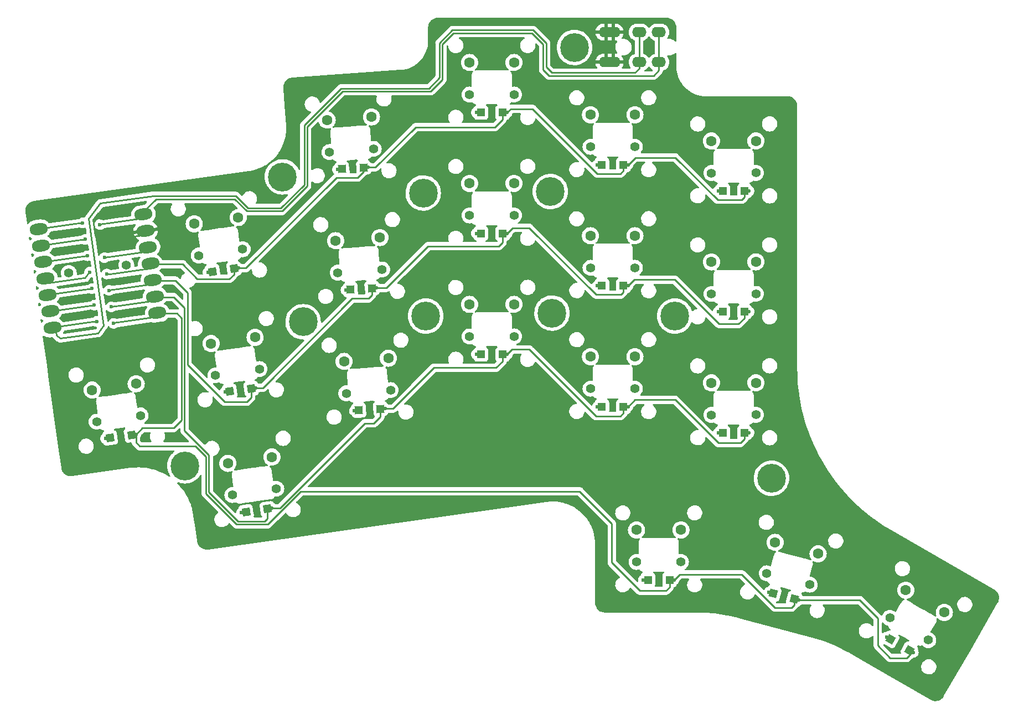
<source format=gtl>
G04 #@! TF.GenerationSoftware,KiCad,Pcbnew,(6.0.7-1)-1*
G04 #@! TF.CreationDate,2023-01-14T03:29:50-05:00*
G04 #@! TF.ProjectId,musubi_rev2,6d757375-6269-45f7-9265-76322e6b6963,rev?*
G04 #@! TF.SameCoordinates,Original*
G04 #@! TF.FileFunction,Copper,L1,Top*
G04 #@! TF.FilePolarity,Positive*
%FSLAX46Y46*%
G04 Gerber Fmt 4.6, Leading zero omitted, Abs format (unit mm)*
G04 Created by KiCad (PCBNEW (6.0.7-1)-1) date 2023-01-14 03:29:50*
%MOMM*%
%LPD*%
G01*
G04 APERTURE LIST*
G04 Aperture macros list*
%AMHorizOval*
0 Thick line with rounded ends*
0 $1 width*
0 $2 $3 position (X,Y) of the first rounded end (center of the circle)*
0 $4 $5 position (X,Y) of the second rounded end (center of the circle)*
0 Add line between two ends*
20,1,$1,$2,$3,$4,$5,0*
0 Add two circle primitives to create the rounded ends*
1,1,$1,$2,$3*
1,1,$1,$4,$5*%
%AMRotRect*
0 Rectangle, with rotation*
0 The origin of the aperture is its center*
0 $1 length*
0 $2 width*
0 $3 Rotation angle, in degrees counterclockwise*
0 Add horizontal line*
21,1,$1,$2,0,0,$3*%
G04 Aperture macros list end*
G04 #@! TA.AperFunction,ComponentPad*
%ADD10C,0.600000*%
G04 #@! TD*
G04 #@! TA.AperFunction,SMDPad,CuDef*
%ADD11R,1.200000X1.200000*%
G04 #@! TD*
G04 #@! TA.AperFunction,ComponentPad*
%ADD12C,1.600000*%
G04 #@! TD*
G04 #@! TA.AperFunction,ComponentPad*
%ADD13C,1.400000*%
G04 #@! TD*
G04 #@! TA.AperFunction,SMDPad,CuDef*
%ADD14RotRect,1.200000X1.200000X184.000000*%
G04 #@! TD*
G04 #@! TA.AperFunction,ComponentPad*
%ADD15O,2.200000X1.600000*%
G04 #@! TD*
G04 #@! TA.AperFunction,SMDPad,CuDef*
%ADD16RotRect,1.200000X1.200000X188.000000*%
G04 #@! TD*
G04 #@! TA.AperFunction,ConnectorPad*
%ADD17C,4.400000*%
G04 #@! TD*
G04 #@! TA.AperFunction,ComponentPad*
%ADD18C,2.600000*%
G04 #@! TD*
G04 #@! TA.AperFunction,ComponentPad*
%ADD19C,4.400000*%
G04 #@! TD*
G04 #@! TA.AperFunction,SMDPad,CuDef*
%ADD20HorizOval,1.800000X0.470377X0.066107X-0.470377X-0.066107X0*%
G04 #@! TD*
G04 #@! TA.AperFunction,SMDPad,CuDef*
%ADD21RotRect,7.000000X0.250000X8.000000*%
G04 #@! TD*
G04 #@! TA.AperFunction,SMDPad,CuDef*
%ADD22RotRect,1.176000X0.250000X53.000000*%
G04 #@! TD*
G04 #@! TA.AperFunction,SMDPad,CuDef*
%ADD23RotRect,6.000200X0.250000X8.000000*%
G04 #@! TD*
G04 #@! TA.AperFunction,SMDPad,CuDef*
%ADD24HorizOval,1.800000X-0.470377X-0.066107X0.470377X0.066107X0*%
G04 #@! TD*
G04 #@! TA.AperFunction,SMDPad,CuDef*
%ADD25RotRect,6.500000X0.250000X8.000000*%
G04 #@! TD*
G04 #@! TA.AperFunction,ComponentPad*
%ADD26C,1.397000*%
G04 #@! TD*
G04 #@! TA.AperFunction,SMDPad,CuDef*
%ADD27RotRect,1.200000X1.200000X165.000000*%
G04 #@! TD*
G04 #@! TA.AperFunction,SMDPad,CuDef*
%ADD28RotRect,1.200000X1.200000X150.000000*%
G04 #@! TD*
G04 #@! TA.AperFunction,ViaPad*
%ADD29C,0.800000*%
G04 #@! TD*
G04 #@! TA.AperFunction,Conductor*
%ADD30C,0.250000*%
G04 #@! TD*
G04 APERTURE END LIST*
D10*
X155616364Y-98450848D03*
D11*
X154916364Y-98450848D03*
X151616364Y-98450848D03*
D10*
X150916364Y-98450848D03*
D12*
X156666371Y-53800910D03*
X149866355Y-53813246D03*
D13*
X149866355Y-58713246D03*
X156666371Y-58700910D03*
D14*
X117738655Y-98789460D03*
D10*
X118436950Y-98740630D03*
X113748398Y-99068486D03*
D14*
X114446693Y-99019656D03*
D10*
X137116439Y-53450910D03*
D11*
X136416439Y-53450910D03*
D10*
X132416439Y-53450910D03*
D11*
X133116439Y-53450910D03*
D15*
X152221384Y-41158942D03*
X152221384Y-45758942D03*
X153321384Y-41158942D03*
X153321384Y-45758942D03*
X157321384Y-45758942D03*
X157321384Y-41158942D03*
X160321384Y-45758942D03*
X160321384Y-41158942D03*
D10*
X174116327Y-65450912D03*
D11*
X173416327Y-65450912D03*
D10*
X169416327Y-65450912D03*
D11*
X170116327Y-65450912D03*
D12*
X156911596Y-117313119D03*
X163711612Y-117300783D03*
D13*
X163711612Y-122200783D03*
X156911596Y-122213119D03*
D12*
X101139270Y-106161695D03*
X94407148Y-107120290D03*
D13*
X101821219Y-111014008D03*
X95089097Y-111972604D03*
D10*
X101148514Y-113981885D03*
D16*
X100455326Y-114079306D03*
D10*
X96494254Y-114635999D03*
D16*
X97187442Y-114538578D03*
D11*
X173416324Y-83950865D03*
D10*
X174116324Y-83950865D03*
X169416324Y-83950865D03*
D11*
X170116324Y-83950865D03*
D17*
X87847591Y-107505962D03*
D18*
X87847591Y-107505962D03*
D12*
X112168179Y-91522657D03*
X118950770Y-91036006D03*
D13*
X119292577Y-95924070D03*
X112509986Y-96410721D03*
D12*
X203994180Y-129916423D03*
X198099026Y-126527099D03*
D13*
X195649026Y-130770623D03*
X201544180Y-134159948D03*
D12*
X80375767Y-94942195D03*
X73643645Y-95900790D03*
D13*
X74325594Y-100753104D03*
X81057716Y-99794508D03*
D18*
X147421386Y-43508943D03*
D17*
X147421386Y-43508943D03*
X102747592Y-63305961D03*
D18*
X102747592Y-63305961D03*
D19*
X162773799Y-84602981D03*
X124673799Y-84602981D03*
X143723799Y-65552981D03*
D12*
X168366317Y-94813164D03*
X175166333Y-94800828D03*
D13*
X175166333Y-99700828D03*
X168366317Y-99713164D03*
D10*
X137121404Y-90450920D03*
D11*
X136421404Y-90450920D03*
D10*
X132421404Y-90450920D03*
D11*
X133121404Y-90450920D03*
D10*
X115855930Y-61830810D03*
D14*
X115157635Y-61879640D03*
X111865673Y-62109836D03*
D10*
X111167378Y-62158666D03*
D12*
X138166448Y-45800925D03*
X131366432Y-45813261D03*
D13*
X138166448Y-50700925D03*
X131366432Y-50713261D03*
D12*
X98564569Y-87841771D03*
X91832447Y-88800366D03*
D13*
X99246518Y-92694084D03*
X92514396Y-93652680D03*
D12*
X131366406Y-64313247D03*
X138166422Y-64300911D03*
D13*
X138166422Y-69200911D03*
X131366406Y-69213247D03*
D20*
X65444665Y-71289706D03*
D21*
X68933379Y-70799400D03*
D10*
X72203245Y-70339850D03*
D20*
X65798165Y-73804987D03*
D21*
X69286879Y-73314681D03*
D10*
X72556744Y-72855131D03*
D21*
X69563138Y-75840817D03*
D20*
X66151665Y-76320268D03*
D10*
X72910244Y-75370412D03*
X73263744Y-77885693D03*
D22*
X72945008Y-78330218D03*
D23*
X69702660Y-79168787D03*
D20*
X66505164Y-78835549D03*
X66858664Y-81350830D03*
D10*
X73617243Y-80400974D03*
D21*
X70347378Y-80860523D03*
D10*
X73970743Y-82916255D03*
D21*
X70700878Y-83375804D03*
D20*
X67212164Y-83866111D03*
D21*
X71054377Y-85891085D03*
D20*
X67565663Y-86381392D03*
D10*
X74324243Y-85431536D03*
X76927898Y-85706856D03*
D24*
X83598103Y-84128180D03*
D21*
X80323528Y-85229632D03*
D24*
X83244603Y-81612899D03*
D10*
X76574399Y-83191575D03*
D21*
X79970028Y-82714351D03*
X79616528Y-80199070D03*
D10*
X76220899Y-80676294D03*
D24*
X82891103Y-79097618D03*
D10*
X75867399Y-78161013D03*
D24*
X82537604Y-76582337D03*
D25*
X79110206Y-77846642D03*
D21*
X78909529Y-75168508D03*
D24*
X82184104Y-74067056D03*
D10*
X75513900Y-75645732D03*
X75160400Y-73130452D03*
D24*
X81830604Y-71551775D03*
D21*
X78556029Y-72653227D03*
X78202530Y-70137946D03*
D10*
X74806900Y-70615171D03*
D24*
X81477105Y-69036494D03*
D26*
X70075525Y-78013652D03*
X78874752Y-76777002D03*
D11*
X173416321Y-102463166D03*
D10*
X174116321Y-102463166D03*
X169416321Y-102463166D03*
D11*
X170116321Y-102463166D03*
X154916363Y-79950864D03*
D10*
X155616363Y-79950864D03*
X150916363Y-79950864D03*
D11*
X151616363Y-79950864D03*
D27*
X181030919Y-127864012D03*
D10*
X181707067Y-128045186D03*
X177167215Y-126828736D03*
D27*
X177843363Y-127009910D03*
D12*
X168366317Y-76313201D03*
X175166333Y-76300865D03*
D13*
X175166333Y-81200865D03*
X168366317Y-81213201D03*
D16*
X95323322Y-77353165D03*
D10*
X96016510Y-77255744D03*
D16*
X92055438Y-77812437D03*
D10*
X91362250Y-77909858D03*
D12*
X175166333Y-57800903D03*
X168366317Y-57813239D03*
D13*
X175166333Y-62700903D03*
X168366317Y-62713239D03*
D12*
X95989919Y-69521842D03*
X89257797Y-70480437D03*
D13*
X89939746Y-75332751D03*
X96671868Y-74374155D03*
D10*
X117146439Y-80285718D03*
D14*
X116448144Y-80334548D03*
X113156182Y-80564744D03*
D10*
X112457887Y-80613574D03*
D12*
X156666370Y-72300874D03*
X149866354Y-72313210D03*
D13*
X156666370Y-77200874D03*
X149866354Y-77213210D03*
D10*
X162661606Y-124950782D03*
D11*
X161961606Y-124950782D03*
D10*
X157961606Y-124950782D03*
D11*
X158661606Y-124950782D03*
D28*
X198639406Y-135700633D03*
D10*
X199245624Y-136050633D03*
X195175304Y-133700633D03*
D28*
X195781522Y-134050633D03*
D11*
X154916360Y-61450901D03*
D10*
X155616360Y-61450901D03*
D11*
X151616360Y-61450901D03*
D10*
X150916360Y-61450901D03*
D12*
X149866353Y-90813172D03*
X156666369Y-90800836D03*
D13*
X149866353Y-95713172D03*
X156666369Y-95700836D03*
D10*
X98648515Y-95581885D03*
D16*
X97955327Y-95679306D03*
X94687443Y-96138578D03*
D10*
X93994255Y-96235999D03*
D12*
X131366397Y-82813252D03*
X138166413Y-82800916D03*
D13*
X138166413Y-87700916D03*
X131366397Y-87713252D03*
D12*
X110877663Y-73067759D03*
X117660254Y-72581108D03*
D13*
X118002061Y-77469172D03*
X111219470Y-77955823D03*
D11*
X136416417Y-71950924D03*
D10*
X137116417Y-71950924D03*
D11*
X133116417Y-71950924D03*
D10*
X132416417Y-71950924D03*
D19*
X143985987Y-84141126D03*
X105909197Y-85470796D03*
X124282757Y-65767566D03*
D12*
X178111725Y-119208921D03*
X184683229Y-120956979D03*
D13*
X176843512Y-123941957D03*
X183415015Y-125690015D03*
D17*
X177547591Y-109405962D03*
D18*
X177547591Y-109405962D03*
D16*
X79655326Y-102779307D03*
D10*
X80348514Y-102681886D03*
D16*
X76387442Y-103238579D03*
D10*
X75694254Y-103336000D03*
D12*
X109587150Y-54612863D03*
X116369741Y-54126212D03*
D13*
X116711548Y-59014276D03*
X109928957Y-59500927D03*
D29*
X77085733Y-68445416D03*
X76737801Y-65969745D03*
D30*
X173416326Y-66414001D02*
X173416326Y-65450912D01*
X111021384Y-63408942D02*
X114277799Y-63408942D01*
X94623975Y-78906351D02*
X89718793Y-78906352D01*
X135221385Y-55708942D02*
X123099591Y-55708942D01*
X136416441Y-53450909D02*
X136416440Y-54513887D01*
X162851549Y-60339108D02*
X169321384Y-66808943D01*
X97174583Y-77255744D02*
X111021384Y-63408942D01*
X116977723Y-61830812D02*
X115855930Y-61830811D01*
X89718793Y-78906352D02*
X87460885Y-76648443D01*
X150921384Y-62808942D02*
X154421385Y-62808942D01*
X95323324Y-78207004D02*
X94623975Y-78906351D01*
X87460885Y-76648443D02*
X82067228Y-76648444D01*
X156728156Y-60339108D02*
X162851549Y-60339108D01*
X137116439Y-53450911D02*
X137658407Y-52908943D01*
X114277799Y-63408942D02*
X115157635Y-62529106D01*
X169321384Y-66808943D02*
X173021384Y-66808943D01*
X173021384Y-66808943D02*
X173416326Y-66414001D01*
X123099591Y-55708942D02*
X116977723Y-61830812D01*
X136416440Y-54513887D02*
X135221385Y-55708942D01*
X154421385Y-62808942D02*
X154916360Y-62313967D01*
X115157635Y-62529106D02*
X115157635Y-61879641D01*
X95323322Y-77353164D02*
X95323324Y-78207004D01*
X155616360Y-61450901D02*
X156728156Y-60339108D01*
X137658407Y-52908943D02*
X141021385Y-52908943D01*
X141021385Y-52908943D02*
X150921384Y-62808942D01*
X96016511Y-77255743D02*
X97174583Y-77255744D01*
X154916360Y-62313967D02*
X154916359Y-61450902D01*
X136416420Y-73313910D02*
X136416419Y-71950924D01*
X115921386Y-81908942D02*
X116448143Y-81382184D01*
X125021386Y-73908943D02*
X135821385Y-73908942D01*
X88221387Y-92008943D02*
X93921385Y-97708942D01*
X97955328Y-97074999D02*
X97955328Y-95679307D01*
X172521384Y-85808942D02*
X173416322Y-84914005D01*
X135821385Y-73908942D02*
X136416420Y-73313910D01*
X150722912Y-81308943D02*
X154521385Y-81308942D01*
X169521385Y-85808943D02*
X172521384Y-85808942D01*
X88221385Y-81008943D02*
X88221387Y-92008943D01*
X82420726Y-79163725D02*
X86376167Y-79163725D01*
X162721384Y-79008943D02*
X169521385Y-85808943D01*
X156558284Y-79008942D02*
X162721384Y-79008943D01*
X140522915Y-71108943D02*
X150722912Y-81308943D01*
X97321384Y-97708943D02*
X97955328Y-97074999D01*
X154521385Y-81308942D02*
X154916363Y-80913963D01*
X154916363Y-80913963D02*
X154916363Y-79950864D01*
X86376167Y-79163725D02*
X88221385Y-81008943D01*
X155616364Y-79950863D02*
X156558284Y-79008942D01*
X173416322Y-84914005D02*
X173416322Y-83950866D01*
X99748444Y-95581885D02*
X113421384Y-81908943D01*
X116448143Y-81382184D02*
X116448143Y-80334548D01*
X113421384Y-81908943D02*
X115921386Y-81908942D01*
X118644609Y-80285718D02*
X125021386Y-73908943D01*
X117146438Y-80285718D02*
X118644609Y-80285718D01*
X98648514Y-95581885D02*
X99748444Y-95581885D01*
X137116417Y-71950925D02*
X137958399Y-71108942D01*
X93921385Y-97708942D02*
X97321384Y-97708943D01*
X137958399Y-71108942D02*
X140522915Y-71108943D01*
X95921385Y-116008943D02*
X99989269Y-116008942D01*
X91471385Y-105822546D02*
X91471385Y-111558942D01*
X86091447Y-81679006D02*
X87771384Y-83358943D01*
X116721385Y-101008942D02*
X117738654Y-99991673D01*
X135421384Y-92508942D02*
X136421406Y-91508923D01*
X118436949Y-98740630D02*
X119689699Y-98740629D01*
X115321385Y-101008942D02*
X116721385Y-101008942D01*
X87771384Y-102122547D02*
X91471385Y-105822546D01*
X119689699Y-98740629D02*
X125921384Y-92508942D01*
X154916363Y-99413963D02*
X154916364Y-98450847D01*
X100455326Y-115542884D02*
X100455327Y-114079307D01*
X172821384Y-104008943D02*
X173416321Y-103414006D01*
X99989269Y-116008942D02*
X100455326Y-115542884D01*
X137863380Y-89708942D02*
X140521385Y-89708942D01*
X156658269Y-97408942D02*
X162820603Y-97408943D01*
X169420603Y-104008942D02*
X172821384Y-104008943D01*
X150721385Y-99908943D02*
X154421384Y-99908942D01*
X125921384Y-92508942D02*
X135421384Y-92508942D01*
X101148514Y-113981886D02*
X102348442Y-113981886D01*
X117738654Y-99991673D02*
X117738654Y-98789458D01*
X136421406Y-91508923D02*
X136421403Y-90450920D01*
X140521385Y-89708942D02*
X150721385Y-99908943D01*
X155616364Y-98450847D02*
X156658269Y-97408942D01*
X82774228Y-81679005D02*
X86091447Y-81679006D01*
X102348442Y-113981886D02*
X115321385Y-101008942D01*
X91471385Y-111558942D02*
X95921385Y-116008943D01*
X137121404Y-90450919D02*
X137863380Y-89708942D01*
X162820603Y-97408943D02*
X169420603Y-104008942D01*
X87771384Y-83358943D02*
X87771384Y-102122547D01*
X173416321Y-103414006D02*
X173416322Y-102463165D01*
X154421384Y-99908942D02*
X154916363Y-99413963D01*
X100507781Y-116458943D02*
X105557781Y-111408942D01*
X161961606Y-126068723D02*
X161961604Y-124950783D01*
X191057631Y-128045186D02*
X193821385Y-130808943D01*
X80348514Y-102681885D02*
X80348514Y-103936073D01*
X163503443Y-124108943D02*
X173021385Y-124108942D01*
X173021385Y-124108942D02*
X178121385Y-129208942D01*
X180621385Y-129208942D02*
X181030920Y-128799408D01*
X87321385Y-84908942D02*
X87321384Y-100508942D01*
X153121385Y-122308942D02*
X157421385Y-126608942D01*
X162661605Y-124950782D02*
X163503443Y-124108943D01*
X86121387Y-101708942D02*
X81321457Y-101708942D01*
X181030920Y-128799408D02*
X181030919Y-127864013D01*
X91021385Y-111745338D02*
X95734989Y-116458942D01*
X83127728Y-84194286D02*
X86606728Y-84194286D01*
X80921385Y-104508943D02*
X89421387Y-104508942D01*
X91021386Y-106108942D02*
X91021385Y-111745338D01*
X95734989Y-116458942D02*
X100507781Y-116458943D01*
X195721385Y-136908942D02*
X198221384Y-136908942D01*
X87321384Y-100508942D02*
X86121387Y-101708942D01*
X193821386Y-135008942D02*
X195721385Y-136908942D01*
X86606728Y-84194286D02*
X87321385Y-84908942D01*
X153121384Y-116308942D02*
X153121385Y-122308942D01*
X181707069Y-128045187D02*
X191057631Y-128045186D01*
X193821385Y-130808943D02*
X193821386Y-135008942D01*
X148221387Y-111408942D02*
X153121384Y-116308942D01*
X198639406Y-136490920D02*
X198639406Y-135700632D01*
X161421385Y-126608943D02*
X161961606Y-126068723D01*
X80348514Y-103936073D02*
X80921385Y-104508943D01*
X178121385Y-129208942D02*
X180621385Y-129208942D01*
X157421385Y-126608942D02*
X161421385Y-126608943D01*
X198221384Y-136908942D02*
X198639406Y-136490920D01*
X89421387Y-104508942D02*
X91021386Y-106108942D01*
X105557781Y-111408942D02*
X148221387Y-111408942D01*
X81321457Y-101708942D02*
X80348514Y-102681885D01*
X111734988Y-49758943D02*
X125147592Y-49758942D01*
X75419412Y-86048636D02*
X73123055Y-69709213D01*
X125147592Y-49758942D02*
X126771386Y-48135149D01*
X73123055Y-69709213D02*
X74907820Y-67340750D01*
X74565784Y-87181440D02*
X75419412Y-86048636D01*
X97477860Y-68079020D02*
X102514912Y-68079020D01*
X68216141Y-87596759D02*
X68749714Y-87998835D01*
X143071385Y-42822547D02*
X143071384Y-46505961D01*
X143071384Y-46505961D02*
X143924366Y-47358943D01*
X156694611Y-47358942D02*
X157321384Y-46732168D01*
X143924366Y-47358943D02*
X156694611Y-47358942D01*
X68036040Y-86315284D02*
X68216141Y-87596759D01*
X95601602Y-66202762D02*
X97477860Y-68079020D01*
X102514912Y-68079020D02*
X106071385Y-64522545D01*
X106071385Y-55422547D02*
X111734988Y-49758943D01*
X126771385Y-42822546D02*
X128734988Y-40858943D01*
X141107780Y-40858941D02*
X143071385Y-42822547D01*
X106071385Y-64522545D02*
X106071385Y-55422547D01*
X74907820Y-67340750D02*
X83005018Y-66202763D01*
X128734988Y-40858943D02*
X141107780Y-40858941D01*
X157321385Y-41158942D02*
X157321384Y-45758943D01*
X68749714Y-87998835D02*
X74565784Y-87181440D01*
X83005018Y-66202763D02*
X95601602Y-66202762D01*
X157321384Y-46732168D02*
X157321384Y-45758943D01*
X126771386Y-48135149D02*
X126771385Y-42822546D01*
X73745052Y-69823763D02*
X74097175Y-72329254D01*
X74511036Y-68807265D02*
X73745052Y-69823763D01*
X74097175Y-72329254D02*
X75160401Y-73130452D01*
X77085733Y-68445416D02*
X74511036Y-68807265D01*
X140921384Y-41308942D02*
X142621386Y-43008943D01*
X95471387Y-66708942D02*
X97291463Y-68529020D01*
X142621386Y-43008943D02*
X142621385Y-46908942D01*
X106521384Y-55608942D02*
X111921385Y-50208943D01*
X125421384Y-50208943D02*
X127221386Y-48408943D01*
X127221384Y-43008943D02*
X128921384Y-41308943D01*
X83400387Y-66708942D02*
X95471387Y-66708942D01*
X97291463Y-68529020D02*
X102701309Y-68529020D01*
X102701309Y-68529020D02*
X106521384Y-64708941D01*
X128921384Y-41308943D02*
X140921384Y-41308942D01*
X159521384Y-47808941D02*
X160321385Y-47008943D01*
X142621385Y-46908942D02*
X143521385Y-47808942D01*
X143521385Y-47808942D02*
X159521384Y-47808941D01*
X111921385Y-50208943D02*
X125421384Y-50208943D01*
X81006729Y-69102600D02*
X83400387Y-66708942D01*
X160321385Y-47008943D02*
X160321384Y-45758942D01*
X127221386Y-48408943D02*
X127221384Y-43008943D01*
X160321386Y-41158942D02*
X160321384Y-45758942D01*
X106521384Y-64708941D02*
X106521384Y-55608942D01*
G04 #@! TA.AperFunction,Conductor*
G36*
X85825917Y-67362444D02*
G01*
X85872410Y-67416100D01*
X85882514Y-67486374D01*
X85864358Y-67535677D01*
X85779731Y-67669803D01*
X85700833Y-67867563D01*
X85699707Y-67873223D01*
X85699706Y-67873227D01*
X85668988Y-68027657D01*
X85659295Y-68076389D01*
X85659219Y-68082164D01*
X85659219Y-68082168D01*
X85658329Y-68150184D01*
X85656508Y-68289288D01*
X85657487Y-68294985D01*
X85657487Y-68294986D01*
X85688547Y-68475745D01*
X85692565Y-68499130D01*
X85766259Y-68698888D01*
X85875123Y-68881870D01*
X86015509Y-69041950D01*
X86182717Y-69173766D01*
X86187828Y-69176455D01*
X86187831Y-69176457D01*
X86266307Y-69217745D01*
X86371146Y-69272904D01*
X86376667Y-69274618D01*
X86376671Y-69274620D01*
X86522201Y-69319808D01*
X86574486Y-69336043D01*
X86747366Y-69356504D01*
X86870397Y-69356504D01*
X86956029Y-69348636D01*
X87022654Y-69342514D01*
X87022657Y-69342513D01*
X87028408Y-69341985D01*
X87049477Y-69336043D01*
X87227773Y-69285758D01*
X87227775Y-69285757D01*
X87233332Y-69284190D01*
X87238507Y-69281638D01*
X87238512Y-69281636D01*
X87419111Y-69192574D01*
X87424292Y-69190019D01*
X87429119Y-69186415D01*
X87530108Y-69111003D01*
X87594893Y-69062626D01*
X87739421Y-68906275D01*
X87853037Y-68726205D01*
X87931935Y-68528445D01*
X87934482Y-68515644D01*
X87972346Y-68325286D01*
X87972346Y-68325284D01*
X87973473Y-68319619D01*
X87973796Y-68294986D01*
X87975691Y-68150184D01*
X87976260Y-68106720D01*
X87971048Y-68076389D01*
X87941181Y-67902568D01*
X87941180Y-67902565D01*
X87940203Y-67896878D01*
X87866509Y-67697120D01*
X87787526Y-67564363D01*
X87768787Y-67532865D01*
X87751147Y-67464095D01*
X87773487Y-67396705D01*
X87828715Y-67352091D01*
X87877072Y-67342442D01*
X95156792Y-67342442D01*
X95224913Y-67362444D01*
X95245888Y-67379347D01*
X95876982Y-68010443D01*
X95911007Y-68072755D01*
X95905942Y-68143571D01*
X95863395Y-68200406D01*
X95798867Y-68225059D01*
X95791755Y-68225681D01*
X95767313Y-68227819D01*
X95767308Y-68227820D01*
X95761832Y-68228299D01*
X95756519Y-68229723D01*
X95756517Y-68229723D01*
X95545986Y-68286135D01*
X95545984Y-68286136D01*
X95540676Y-68287558D01*
X95535695Y-68289881D01*
X95535694Y-68289881D01*
X95338157Y-68381993D01*
X95338152Y-68381996D01*
X95333170Y-68384319D01*
X95262974Y-68433471D01*
X95150130Y-68512485D01*
X95150127Y-68512487D01*
X95145619Y-68515644D01*
X94983721Y-68677542D01*
X94980564Y-68682050D01*
X94980562Y-68682053D01*
X94942588Y-68736286D01*
X94852396Y-68865093D01*
X94850073Y-68870075D01*
X94850070Y-68870080D01*
X94760301Y-69062592D01*
X94755635Y-69072599D01*
X94754213Y-69077907D01*
X94754212Y-69077909D01*
X94701503Y-69274620D01*
X94696376Y-69293755D01*
X94676421Y-69521842D01*
X94696376Y-69749929D01*
X94697800Y-69755242D01*
X94697800Y-69755244D01*
X94746426Y-69936715D01*
X94755635Y-69971085D01*
X94757958Y-69976066D01*
X94757958Y-69976067D01*
X94850070Y-70173604D01*
X94850073Y-70173609D01*
X94852396Y-70178591D01*
X94892628Y-70236048D01*
X94970178Y-70346800D01*
X94983721Y-70366142D01*
X95145619Y-70528040D01*
X95150127Y-70531197D01*
X95150130Y-70531199D01*
X95321040Y-70650872D01*
X95365368Y-70706329D01*
X95372677Y-70776949D01*
X95340646Y-70840309D01*
X95279445Y-70876294D01*
X95256853Y-70879246D01*
X95254828Y-70879019D01*
X95246043Y-70880254D01*
X95245883Y-70880276D01*
X95222203Y-70881351D01*
X95221091Y-70881297D01*
X95221090Y-70881297D01*
X95213174Y-70880910D01*
X95155822Y-70892683D01*
X95148058Y-70894024D01*
X94782801Y-70945358D01*
X94368171Y-71003630D01*
X94362493Y-71004297D01*
X94282896Y-71011821D01*
X94282893Y-71011822D01*
X94277863Y-71012297D01*
X94272972Y-71013571D01*
X94251335Y-71019207D01*
X94237112Y-71022049D01*
X93370576Y-71143833D01*
X93370568Y-71143834D01*
X93174997Y-71171320D01*
X91298327Y-71435068D01*
X91292649Y-71435735D01*
X91236916Y-71441004D01*
X91208032Y-71443734D01*
X91181502Y-71450644D01*
X91167285Y-71453485D01*
X91025432Y-71473421D01*
X90492599Y-71548306D01*
X90468911Y-71549382D01*
X90467807Y-71549328D01*
X90467804Y-71549328D01*
X90459887Y-71548941D01*
X90402528Y-71560715D01*
X90394772Y-71562054D01*
X90378135Y-71564393D01*
X90374308Y-71565433D01*
X90374307Y-71565433D01*
X90361927Y-71568796D01*
X90354236Y-71570628D01*
X90342689Y-71572999D01*
X90271940Y-71567107D01*
X90215605Y-71523900D01*
X90191573Y-71457094D01*
X90207473Y-71387901D01*
X90228253Y-71360479D01*
X90263995Y-71324737D01*
X90273678Y-71310909D01*
X90325426Y-71237005D01*
X90395320Y-71137186D01*
X90397643Y-71132204D01*
X90397646Y-71132199D01*
X90489758Y-70934662D01*
X90489758Y-70934661D01*
X90492081Y-70929680D01*
X90494218Y-70921707D01*
X90549916Y-70713839D01*
X90549916Y-70713837D01*
X90551340Y-70708524D01*
X90571295Y-70480437D01*
X90551340Y-70252350D01*
X90549916Y-70247035D01*
X90493504Y-70036504D01*
X90493503Y-70036502D01*
X90492081Y-70031194D01*
X90489496Y-70025651D01*
X90397646Y-69828675D01*
X90397643Y-69828670D01*
X90395320Y-69823688D01*
X90272579Y-69648396D01*
X90267154Y-69640648D01*
X90267152Y-69640645D01*
X90263995Y-69636137D01*
X90102097Y-69474239D01*
X90097589Y-69471082D01*
X90097586Y-69471080D01*
X89987975Y-69394330D01*
X89914546Y-69342914D01*
X89909564Y-69340591D01*
X89909559Y-69340588D01*
X89712022Y-69248476D01*
X89712021Y-69248476D01*
X89707040Y-69246153D01*
X89701732Y-69244731D01*
X89701730Y-69244730D01*
X89491199Y-69188318D01*
X89491197Y-69188318D01*
X89485884Y-69186894D01*
X89257797Y-69166939D01*
X89029710Y-69186894D01*
X89024397Y-69188318D01*
X89024395Y-69188318D01*
X88813864Y-69244730D01*
X88813862Y-69244731D01*
X88808554Y-69246153D01*
X88803573Y-69248476D01*
X88803572Y-69248476D01*
X88606035Y-69340588D01*
X88606030Y-69340591D01*
X88601048Y-69342914D01*
X88527619Y-69394330D01*
X88418008Y-69471080D01*
X88418005Y-69471082D01*
X88413497Y-69474239D01*
X88251599Y-69636137D01*
X88248442Y-69640645D01*
X88248440Y-69640648D01*
X88243015Y-69648396D01*
X88120274Y-69823688D01*
X88117951Y-69828670D01*
X88117948Y-69828675D01*
X88026098Y-70025651D01*
X88023513Y-70031194D01*
X88022091Y-70036502D01*
X88022090Y-70036504D01*
X87965678Y-70247035D01*
X87964254Y-70252350D01*
X87944299Y-70480437D01*
X87964254Y-70708524D01*
X87965678Y-70713837D01*
X87965678Y-70713839D01*
X88021377Y-70921707D01*
X88023513Y-70929680D01*
X88025836Y-70934661D01*
X88025836Y-70934662D01*
X88117948Y-71132199D01*
X88117951Y-71132204D01*
X88120274Y-71137186D01*
X88190168Y-71237005D01*
X88241917Y-71310909D01*
X88251599Y-71324737D01*
X88413497Y-71486635D01*
X88418005Y-71489792D01*
X88418008Y-71489794D01*
X88438272Y-71503983D01*
X88601048Y-71617960D01*
X88606030Y-71620283D01*
X88606035Y-71620286D01*
X88757718Y-71691016D01*
X88808554Y-71714721D01*
X88813862Y-71716143D01*
X88813864Y-71716144D01*
X89024395Y-71772556D01*
X89024397Y-71772556D01*
X89029710Y-71773980D01*
X89257797Y-71793935D01*
X89485884Y-71773980D01*
X89491197Y-71772556D01*
X89491199Y-71772556D01*
X89701730Y-71716144D01*
X89701732Y-71716143D01*
X89707040Y-71714721D01*
X89796154Y-71673167D01*
X89866345Y-71662506D01*
X89931157Y-71691486D01*
X89970014Y-71750906D01*
X89970577Y-71821900D01*
X89952364Y-71859992D01*
X89924766Y-71899115D01*
X89921953Y-71906520D01*
X89921952Y-71906522D01*
X89921557Y-71907562D01*
X89911090Y-71928836D01*
X89906358Y-71936527D01*
X89904014Y-71944099D01*
X89889051Y-71992436D01*
X89886477Y-71999913D01*
X89865685Y-72054647D01*
X89864678Y-72063621D01*
X89859827Y-72086839D01*
X89857158Y-72095462D01*
X89856771Y-72103378D01*
X89854298Y-72153932D01*
X89853663Y-72161820D01*
X89847139Y-72219986D01*
X89848242Y-72227833D01*
X89848242Y-72227837D01*
X89848396Y-72228931D01*
X89849472Y-72252623D01*
X89849031Y-72261639D01*
X89850625Y-72269404D01*
X89850759Y-72271145D01*
X89850849Y-72271786D01*
X89850748Y-72273855D01*
X89862517Y-72331188D01*
X89863858Y-72338952D01*
X90073083Y-73827661D01*
X90093754Y-73974737D01*
X90094243Y-73978218D01*
X90083916Y-74048460D01*
X90037253Y-74101968D01*
X89969069Y-74121753D01*
X89958485Y-74121274D01*
X89945228Y-74120114D01*
X89945221Y-74120114D01*
X89939746Y-74119635D01*
X89729091Y-74138065D01*
X89723778Y-74139489D01*
X89723776Y-74139489D01*
X89530146Y-74191372D01*
X89530144Y-74191373D01*
X89524836Y-74192795D01*
X89519855Y-74195117D01*
X89519854Y-74195118D01*
X89338169Y-74279839D01*
X89338166Y-74279841D01*
X89333188Y-74282162D01*
X89159970Y-74403450D01*
X89010445Y-74552975D01*
X88889157Y-74726193D01*
X88886836Y-74731171D01*
X88886834Y-74731174D01*
X88804715Y-74907279D01*
X88799790Y-74917841D01*
X88798368Y-74923149D01*
X88798367Y-74923151D01*
X88747377Y-75113449D01*
X88745060Y-75122096D01*
X88726630Y-75332751D01*
X88745060Y-75543406D01*
X88746484Y-75548719D01*
X88746484Y-75548721D01*
X88796082Y-75733821D01*
X88799790Y-75747661D01*
X88802112Y-75752642D01*
X88802113Y-75752643D01*
X88886657Y-75933947D01*
X88889157Y-75939309D01*
X89010445Y-76112527D01*
X89159970Y-76262052D01*
X89333188Y-76383340D01*
X89338166Y-76385661D01*
X89338169Y-76385663D01*
X89502816Y-76462439D01*
X89524836Y-76472707D01*
X89530144Y-76474129D01*
X89530146Y-76474130D01*
X89723776Y-76526013D01*
X89723778Y-76526013D01*
X89729091Y-76527437D01*
X89939746Y-76545867D01*
X90150401Y-76527437D01*
X90155714Y-76526013D01*
X90155716Y-76526013D01*
X90349346Y-76474130D01*
X90349348Y-76474129D01*
X90354656Y-76472707D01*
X90376676Y-76462439D01*
X90436821Y-76434393D01*
X90507013Y-76423732D01*
X90571826Y-76452712D01*
X90586020Y-76466920D01*
X90593825Y-76476091D01*
X90601214Y-76481303D01*
X90619210Y-76496728D01*
X90625485Y-76503226D01*
X90675334Y-76533893D01*
X90681936Y-76538246D01*
X90687357Y-76542070D01*
X90723301Y-76567426D01*
X90723305Y-76567428D01*
X90729779Y-76571995D01*
X90737189Y-76574810D01*
X90737193Y-76574812D01*
X90738228Y-76575205D01*
X90759496Y-76585670D01*
X90760440Y-76586251D01*
X90760445Y-76586253D01*
X90767192Y-76590404D01*
X90779830Y-76594316D01*
X90823111Y-76607714D01*
X90830590Y-76610290D01*
X90885311Y-76631076D01*
X90894287Y-76632083D01*
X90917504Y-76636934D01*
X90917828Y-76637034D01*
X90918554Y-76637259D01*
X90918557Y-76637260D01*
X90926127Y-76639603D01*
X90966573Y-76641581D01*
X90984595Y-76642463D01*
X90992484Y-76643098D01*
X91035696Y-76647945D01*
X91101163Y-76675416D01*
X91141385Y-76733920D01*
X91143592Y-76804882D01*
X91107084Y-76865773D01*
X91081870Y-76883838D01*
X91070756Y-76889885D01*
X90967491Y-76992610D01*
X90963160Y-77000471D01*
X90963159Y-77000473D01*
X90911871Y-77093574D01*
X90897209Y-77120189D01*
X90877720Y-77207735D01*
X90873049Y-77228717D01*
X90838219Y-77291359D01*
X90731743Y-77395629D01*
X90659880Y-77507139D01*
X90638645Y-77540090D01*
X90633485Y-77548096D01*
X90631076Y-77554716D01*
X90631074Y-77554719D01*
X90573856Y-77711924D01*
X90571447Y-77718543D01*
X90548713Y-77898498D01*
X90566413Y-78079018D01*
X90568637Y-78085703D01*
X90575748Y-78107080D01*
X90578271Y-78178032D01*
X90542034Y-78239084D01*
X90478542Y-78270854D01*
X90456190Y-78272852D01*
X90033387Y-78272852D01*
X89965266Y-78252850D01*
X89944292Y-78235947D01*
X89474785Y-77766439D01*
X87964537Y-76256190D01*
X87956997Y-76247904D01*
X87952885Y-76241425D01*
X87903233Y-76194799D01*
X87900392Y-76192045D01*
X87880655Y-76172308D01*
X87877458Y-76169828D01*
X87868436Y-76162123D01*
X87863409Y-76157402D01*
X87836206Y-76131857D01*
X87829260Y-76128038D01*
X87829257Y-76128036D01*
X87818451Y-76122095D01*
X87801932Y-76111244D01*
X87797769Y-76108015D01*
X87785926Y-76098829D01*
X87778657Y-76095684D01*
X87778653Y-76095681D01*
X87745348Y-76081269D01*
X87734698Y-76076052D01*
X87695945Y-76054748D01*
X87676322Y-76049710D01*
X87657619Y-76043306D01*
X87646305Y-76038410D01*
X87646304Y-76038410D01*
X87639030Y-76035262D01*
X87631207Y-76034023D01*
X87631197Y-76034020D01*
X87595361Y-76028344D01*
X87583741Y-76025938D01*
X87548596Y-76016915D01*
X87548595Y-76016915D01*
X87540915Y-76014943D01*
X87520661Y-76014943D01*
X87500950Y-76013392D01*
X87488771Y-76011463D01*
X87480942Y-76010223D01*
X87473050Y-76010969D01*
X87436924Y-76014384D01*
X87425066Y-76014943D01*
X87235441Y-76014943D01*
X84412990Y-76014944D01*
X84344869Y-75994942D01*
X84298376Y-75941286D01*
X84294476Y-75931728D01*
X84294054Y-75930558D01*
X84294052Y-75930554D01*
X84292241Y-75925537D01*
X84262409Y-75872915D01*
X84176985Y-75722236D01*
X84174355Y-75717597D01*
X84170983Y-75713470D01*
X84170979Y-75713464D01*
X84026498Y-75536629D01*
X84026494Y-75536625D01*
X84023119Y-75532494D01*
X84009904Y-75520986D01*
X83846884Y-75379024D01*
X83846878Y-75379020D01*
X83842857Y-75375518D01*
X83838308Y-75372747D01*
X83838303Y-75372743D01*
X83643279Y-75253933D01*
X83643274Y-75253931D01*
X83638723Y-75251158D01*
X83633761Y-75249189D01*
X83631676Y-75248149D01*
X83579636Y-75199855D01*
X83561966Y-75131092D01*
X83584277Y-75063693D01*
X83603665Y-75041675D01*
X83621163Y-75025948D01*
X83684944Y-74968620D01*
X83688531Y-74964087D01*
X83761969Y-74871264D01*
X83833255Y-74781163D01*
X83836205Y-74775765D01*
X83937629Y-74590125D01*
X83947861Y-74571397D01*
X83957611Y-74543001D01*
X84023751Y-74350370D01*
X84023752Y-74350367D01*
X84025484Y-74345322D01*
X84046049Y-74219048D01*
X84063049Y-74114664D01*
X84063049Y-74114659D01*
X84063906Y-74109399D01*
X84062387Y-73915956D01*
X84062071Y-73875708D01*
X84062071Y-73875707D01*
X84062029Y-73870375D01*
X84019906Y-73635085D01*
X83952936Y-73449577D01*
X83940554Y-73415277D01*
X83940552Y-73415273D01*
X83938741Y-73410256D01*
X83936005Y-73405429D01*
X83823485Y-73206955D01*
X83820855Y-73202316D01*
X83817483Y-73198189D01*
X83817479Y-73198183D01*
X83672998Y-73021348D01*
X83672994Y-73021344D01*
X83669619Y-73017213D01*
X83659824Y-73008683D01*
X83493384Y-72863743D01*
X83493378Y-72863739D01*
X83489357Y-72860237D01*
X83484808Y-72857466D01*
X83484803Y-72857462D01*
X83368177Y-72786413D01*
X83285223Y-72735877D01*
X83280257Y-72733906D01*
X83277698Y-72732630D01*
X83225657Y-72684336D01*
X83207986Y-72615574D01*
X83230296Y-72548174D01*
X83249684Y-72526155D01*
X83327112Y-72456561D01*
X83334390Y-72448810D01*
X83476025Y-72269791D01*
X83481896Y-72260922D01*
X83591342Y-72060599D01*
X83595635Y-72050865D01*
X83669766Y-71834964D01*
X83672355Y-71824657D01*
X83709050Y-71599344D01*
X83709865Y-71588744D01*
X83709657Y-71562321D01*
X83705511Y-71548600D01*
X83691926Y-71546679D01*
X81614426Y-71838653D01*
X80041601Y-72059699D01*
X80028756Y-72065516D01*
X80028722Y-72076234D01*
X80074609Y-72203345D01*
X80079054Y-72213009D01*
X80191636Y-72411591D01*
X80197640Y-72420360D01*
X80342075Y-72597140D01*
X80349475Y-72604776D01*
X80521621Y-72754684D01*
X80530204Y-72760966D01*
X80725153Y-72879730D01*
X80736933Y-72885603D01*
X80788973Y-72933897D01*
X80806642Y-73002660D01*
X80784330Y-73070060D01*
X80764947Y-73092073D01*
X80683263Y-73165492D01*
X80534953Y-73352949D01*
X80532395Y-73357631D01*
X80532393Y-73357634D01*
X80480258Y-73453059D01*
X80420347Y-73562715D01*
X80418612Y-73567767D01*
X80418612Y-73567768D01*
X80405062Y-73607232D01*
X80342724Y-73788790D01*
X80341867Y-73794052D01*
X80341866Y-73794056D01*
X80305158Y-74019450D01*
X80304301Y-74024713D01*
X80304492Y-74049006D01*
X80305850Y-74222022D01*
X80286383Y-74290298D01*
X80233094Y-74337210D01*
X80197391Y-74347785D01*
X77083543Y-74785408D01*
X76043391Y-74931592D01*
X75969910Y-74941919D01*
X75899668Y-74931592D01*
X75884858Y-74923529D01*
X75876519Y-74918237D01*
X75870566Y-74914459D01*
X75824827Y-74898172D01*
X75706325Y-74855975D01*
X75706320Y-74855974D01*
X75699690Y-74853613D01*
X75692702Y-74852780D01*
X75692699Y-74852779D01*
X75561955Y-74837189D01*
X75519580Y-74832136D01*
X75512577Y-74832872D01*
X75512576Y-74832872D01*
X75346188Y-74850360D01*
X75346186Y-74850361D01*
X75339188Y-74851096D01*
X75167479Y-74909550D01*
X75121582Y-74937786D01*
X75018995Y-75000898D01*
X75018992Y-75000900D01*
X75012988Y-75004594D01*
X75007953Y-75009525D01*
X75007950Y-75009527D01*
X74898249Y-75116955D01*
X74883393Y-75131503D01*
X74785135Y-75283970D01*
X74782724Y-75290593D01*
X74780146Y-75295787D01*
X74731940Y-75347909D01*
X74663207Y-75365695D01*
X74595770Y-75343498D01*
X74551039Y-75288365D01*
X74542513Y-75257297D01*
X74530484Y-75171702D01*
X74362699Y-73977855D01*
X73979368Y-71250311D01*
X73989695Y-71180069D01*
X74036358Y-71126561D01*
X74104542Y-71106776D01*
X74172599Y-71126994D01*
X74194777Y-71145246D01*
X74288282Y-71242073D01*
X74300871Y-71250311D01*
X74420800Y-71328790D01*
X74440059Y-71341393D01*
X74446663Y-71343849D01*
X74446665Y-71343850D01*
X74603458Y-71402161D01*
X74603460Y-71402161D01*
X74610068Y-71404619D01*
X74693895Y-71415804D01*
X74782880Y-71427678D01*
X74782884Y-71427678D01*
X74789861Y-71428609D01*
X74796872Y-71427971D01*
X74796876Y-71427971D01*
X74939359Y-71415003D01*
X74970500Y-71412169D01*
X74977202Y-71409991D01*
X74977204Y-71409991D01*
X75136309Y-71358295D01*
X75136312Y-71358294D01*
X75143008Y-71356118D01*
X75290678Y-71268089D01*
X75292760Y-71266848D01*
X75292762Y-71266847D01*
X75298812Y-71263240D01*
X75364961Y-71200247D01*
X75434317Y-71166719D01*
X80171580Y-70500940D01*
X80241822Y-70511267D01*
X80295330Y-70557930D01*
X80315115Y-70626114D01*
X80294897Y-70694171D01*
X80287929Y-70703893D01*
X80185183Y-70833758D01*
X80179309Y-70842632D01*
X80069867Y-71042949D01*
X80065573Y-71052684D01*
X79991442Y-71268586D01*
X79988853Y-71278893D01*
X79952158Y-71504206D01*
X79951343Y-71514806D01*
X79951551Y-71541229D01*
X79955697Y-71554950D01*
X79969282Y-71556871D01*
X82046782Y-71264897D01*
X83619607Y-71043851D01*
X83632452Y-71038034D01*
X83632486Y-71027316D01*
X83586598Y-70900205D01*
X83582153Y-70890541D01*
X83469569Y-70691955D01*
X83463568Y-70683191D01*
X83319137Y-70506415D01*
X83311731Y-70498772D01*
X83139587Y-70348866D01*
X83131004Y-70342584D01*
X82936055Y-70223820D01*
X82924275Y-70217947D01*
X82872235Y-70169653D01*
X82854566Y-70100890D01*
X82876878Y-70033490D01*
X82896261Y-70011477D01*
X82977945Y-69938058D01*
X82982445Y-69932371D01*
X83067939Y-69824310D01*
X83126256Y-69750601D01*
X83129618Y-69744449D01*
X83238301Y-69545522D01*
X83240862Y-69540835D01*
X83249263Y-69516367D01*
X83316752Y-69319808D01*
X83316753Y-69319805D01*
X83318485Y-69314760D01*
X83342920Y-69164722D01*
X83356050Y-69084102D01*
X83356050Y-69084097D01*
X83356907Y-69078837D01*
X83355208Y-68862500D01*
X83355072Y-68845146D01*
X83355072Y-68845145D01*
X83355030Y-68839813D01*
X83312907Y-68604523D01*
X83249750Y-68429576D01*
X83233555Y-68384715D01*
X83233553Y-68384711D01*
X83231742Y-68379694D01*
X83201910Y-68327072D01*
X83116486Y-68176393D01*
X83113856Y-68171754D01*
X83109002Y-68165813D01*
X83059880Y-68105689D01*
X83032270Y-68040282D01*
X83044404Y-67970330D01*
X83068359Y-67936874D01*
X83625886Y-67379347D01*
X83688198Y-67345321D01*
X83714981Y-67342442D01*
X85757796Y-67342442D01*
X85825917Y-67362444D01*
G37*
G04 #@! TD.AperFunction*
G04 #@! TA.AperFunction,Conductor*
G36*
X161486345Y-38960931D02*
G01*
X161501171Y-38963240D01*
X161501178Y-38963240D01*
X161510046Y-38964621D01*
X161518950Y-38963457D01*
X161518951Y-38963457D01*
X161525300Y-38962627D01*
X161550622Y-38961884D01*
X161719595Y-38973971D01*
X161737385Y-38976530D01*
X161927713Y-39017936D01*
X161944953Y-39022998D01*
X162127375Y-39091041D01*
X162127453Y-39091070D01*
X162143805Y-39098538D01*
X162218131Y-39139124D01*
X162314766Y-39191893D01*
X162329874Y-39201603D01*
X162485772Y-39318309D01*
X162485805Y-39318334D01*
X162499390Y-39330107D01*
X162637118Y-39467838D01*
X162648891Y-39481424D01*
X162765600Y-39637332D01*
X162765616Y-39637354D01*
X162775335Y-39652478D01*
X162868678Y-39823429D01*
X162876146Y-39839782D01*
X162944211Y-40022278D01*
X162949276Y-40039527D01*
X162990676Y-40229850D01*
X162990677Y-40229856D01*
X162993234Y-40247645D01*
X163004828Y-40409768D01*
X163004119Y-40426797D01*
X163004127Y-40426797D01*
X163004017Y-40435770D01*
X163002635Y-40444643D01*
X163003799Y-40453546D01*
X163006763Y-40476215D01*
X163007826Y-40492550D01*
X163007826Y-42460882D01*
X162987824Y-42529003D01*
X162934168Y-42575496D01*
X162863894Y-42585600D01*
X162797026Y-42554076D01*
X162737627Y-42500027D01*
X162685348Y-42452457D01*
X162680601Y-42449479D01*
X162680598Y-42449477D01*
X162499789Y-42336057D01*
X162495040Y-42333078D01*
X162286601Y-42249286D01*
X162066617Y-42203729D01*
X162062006Y-42203463D01*
X162062005Y-42203463D01*
X162011432Y-42200547D01*
X162011428Y-42200547D01*
X162009609Y-42200442D01*
X161864385Y-42200442D01*
X161861598Y-42200691D01*
X161861592Y-42200691D01*
X161817055Y-42204666D01*
X161732606Y-42212203D01*
X161662978Y-42198336D01*
X161611899Y-42149026D01*
X161595588Y-42079928D01*
X161619224Y-42012981D01*
X161624081Y-42006743D01*
X161627582Y-42003242D01*
X161630734Y-41998741D01*
X161630737Y-41998737D01*
X161731899Y-41854262D01*
X161758907Y-41815691D01*
X161761230Y-41810709D01*
X161761233Y-41810704D01*
X161853345Y-41613167D01*
X161853345Y-41613166D01*
X161855668Y-41608185D01*
X161889846Y-41480634D01*
X161913503Y-41392344D01*
X161913503Y-41392342D01*
X161914927Y-41387029D01*
X161934882Y-41158942D01*
X161914927Y-40930855D01*
X161904628Y-40892420D01*
X161857091Y-40715009D01*
X161857090Y-40715007D01*
X161855668Y-40709699D01*
X161761350Y-40507431D01*
X161761233Y-40507180D01*
X161761230Y-40507175D01*
X161758907Y-40502193D01*
X161679517Y-40388812D01*
X161630741Y-40319153D01*
X161630739Y-40319150D01*
X161627582Y-40314642D01*
X161465684Y-40152744D01*
X161461176Y-40149587D01*
X161461173Y-40149585D01*
X161382995Y-40094844D01*
X161278133Y-40021419D01*
X161273151Y-40019096D01*
X161273146Y-40019093D01*
X161075609Y-39926981D01*
X161075608Y-39926981D01*
X161070627Y-39924658D01*
X161065319Y-39923236D01*
X161065317Y-39923235D01*
X160854786Y-39866823D01*
X160854784Y-39866823D01*
X160849471Y-39865399D01*
X160749904Y-39856688D01*
X160681235Y-39850680D01*
X160681228Y-39850680D01*
X160678511Y-39850442D01*
X159964257Y-39850442D01*
X159961540Y-39850680D01*
X159961533Y-39850680D01*
X159892864Y-39856688D01*
X159793297Y-39865399D01*
X159787984Y-39866823D01*
X159787982Y-39866823D01*
X159577451Y-39923235D01*
X159577449Y-39923236D01*
X159572141Y-39924658D01*
X159567160Y-39926981D01*
X159567159Y-39926981D01*
X159369622Y-40019093D01*
X159369617Y-40019096D01*
X159364635Y-40021419D01*
X159259773Y-40094844D01*
X159181595Y-40149585D01*
X159181592Y-40149587D01*
X159177084Y-40152744D01*
X159015186Y-40314642D01*
X159012029Y-40319150D01*
X159012027Y-40319153D01*
X158924597Y-40444016D01*
X158869140Y-40488344D01*
X158798520Y-40495653D01*
X158735160Y-40463622D01*
X158718171Y-40444016D01*
X158630741Y-40319153D01*
X158630739Y-40319150D01*
X158627582Y-40314642D01*
X158465684Y-40152744D01*
X158461176Y-40149587D01*
X158461173Y-40149585D01*
X158382995Y-40094844D01*
X158278133Y-40021419D01*
X158273151Y-40019096D01*
X158273146Y-40019093D01*
X158075609Y-39926981D01*
X158075608Y-39926981D01*
X158070627Y-39924658D01*
X158065319Y-39923236D01*
X158065317Y-39923235D01*
X157854786Y-39866823D01*
X157854784Y-39866823D01*
X157849471Y-39865399D01*
X157749904Y-39856688D01*
X157681235Y-39850680D01*
X157681228Y-39850680D01*
X157678511Y-39850442D01*
X156964257Y-39850442D01*
X156961540Y-39850680D01*
X156961533Y-39850680D01*
X156892864Y-39856688D01*
X156793297Y-39865399D01*
X156787984Y-39866823D01*
X156787982Y-39866823D01*
X156577451Y-39923235D01*
X156577449Y-39923236D01*
X156572141Y-39924658D01*
X156567160Y-39926981D01*
X156567159Y-39926981D01*
X156369622Y-40019093D01*
X156369617Y-40019096D01*
X156364635Y-40021419D01*
X156259773Y-40094844D01*
X156181595Y-40149585D01*
X156181592Y-40149587D01*
X156177084Y-40152744D01*
X156015186Y-40314642D01*
X156012029Y-40319150D01*
X156012027Y-40319153D01*
X155963251Y-40388812D01*
X155883861Y-40502193D01*
X155881538Y-40507175D01*
X155881535Y-40507180D01*
X155881418Y-40507431D01*
X155787100Y-40709699D01*
X155785678Y-40715007D01*
X155785677Y-40715009D01*
X155738140Y-40892420D01*
X155727841Y-40930855D01*
X155707886Y-41158942D01*
X155727841Y-41387029D01*
X155729265Y-41392342D01*
X155729265Y-41392344D01*
X155752923Y-41480634D01*
X155787100Y-41608185D01*
X155789423Y-41613166D01*
X155789423Y-41613167D01*
X155881535Y-41810704D01*
X155881538Y-41810709D01*
X155883861Y-41815691D01*
X155910869Y-41854262D01*
X155995607Y-41975280D01*
X156015186Y-42003242D01*
X156177084Y-42165140D01*
X156181592Y-42168297D01*
X156181595Y-42168299D01*
X156233533Y-42204666D01*
X156364635Y-42296465D01*
X156369617Y-42298788D01*
X156369622Y-42298791D01*
X156443152Y-42333078D01*
X156572141Y-42393226D01*
X156577451Y-42394649D01*
X156577457Y-42394651D01*
X156594495Y-42399216D01*
X156655118Y-42436167D01*
X156686140Y-42500027D01*
X156687885Y-42520923D01*
X156687884Y-44396962D01*
X156667882Y-44465083D01*
X156614226Y-44511576D01*
X156594505Y-44518666D01*
X156572141Y-44524658D01*
X156567163Y-44526979D01*
X156567161Y-44526980D01*
X156369622Y-44619093D01*
X156369617Y-44619096D01*
X156364635Y-44621419D01*
X156300169Y-44666559D01*
X156181595Y-44749585D01*
X156181592Y-44749587D01*
X156177084Y-44752744D01*
X156015186Y-44914642D01*
X155883861Y-45102193D01*
X155881538Y-45107175D01*
X155881535Y-45107180D01*
X155789423Y-45304717D01*
X155787100Y-45309699D01*
X155785678Y-45315007D01*
X155785677Y-45315009D01*
X155738140Y-45492420D01*
X155727841Y-45530855D01*
X155707886Y-45758942D01*
X155727841Y-45987029D01*
X155729265Y-45992342D01*
X155729265Y-45992344D01*
X155784258Y-46197577D01*
X155787100Y-46208185D01*
X155789423Y-46213166D01*
X155789423Y-46213167D01*
X155881535Y-46410704D01*
X155881538Y-46410709D01*
X155883861Y-46415691D01*
X155887017Y-46420198D01*
X155887018Y-46420200D01*
X155961920Y-46527171D01*
X155984608Y-46594445D01*
X155967323Y-46663306D01*
X155915553Y-46711890D01*
X155858707Y-46725442D01*
X154783450Y-46725442D01*
X154715329Y-46705440D01*
X154668836Y-46651784D01*
X154658732Y-46581510D01*
X154680237Y-46527171D01*
X154755315Y-46419949D01*
X154760798Y-46410453D01*
X154852874Y-46212995D01*
X154856620Y-46202703D01*
X154902778Y-46030439D01*
X154902442Y-46016343D01*
X154894500Y-46012942D01*
X150653417Y-46012942D01*
X150639886Y-46016915D01*
X150638657Y-46025464D01*
X150686148Y-46202703D01*
X150689894Y-46212995D01*
X150781970Y-46410453D01*
X150787453Y-46419949D01*
X150862531Y-46527171D01*
X150885219Y-46594445D01*
X150867934Y-46663306D01*
X150816164Y-46711890D01*
X150759318Y-46725442D01*
X144301629Y-46725443D01*
X144238961Y-46725443D01*
X144170840Y-46705441D01*
X144149865Y-46688538D01*
X143741788Y-46280460D01*
X143707763Y-46218148D01*
X143704884Y-46191365D01*
X143704885Y-44566641D01*
X143704885Y-43480528D01*
X144708084Y-43480528D01*
X144724322Y-43806702D01*
X144724963Y-43810433D01*
X144724964Y-43810441D01*
X144774497Y-44098706D01*
X144779627Y-44128562D01*
X144780715Y-44132201D01*
X144780716Y-44132204D01*
X144864226Y-44411439D01*
X144873200Y-44441447D01*
X144874713Y-44444918D01*
X144874715Y-44444924D01*
X144953016Y-44624576D01*
X145003683Y-44740824D01*
X145005606Y-44744095D01*
X145005608Y-44744099D01*
X145047970Y-44816158D01*
X145169188Y-45022357D01*
X145171489Y-45025372D01*
X145365017Y-45278955D01*
X145365022Y-45278960D01*
X145367317Y-45281968D01*
X145429317Y-45345613D01*
X145580659Y-45500969D01*
X145595200Y-45515896D01*
X145725572Y-45620905D01*
X145846582Y-45718374D01*
X145846587Y-45718378D01*
X145849535Y-45720752D01*
X146126639Y-45893570D01*
X146422498Y-46031846D01*
X146732826Y-46133577D01*
X147053128Y-46197289D01*
X147056900Y-46197576D01*
X147056908Y-46197577D01*
X147374988Y-46221772D01*
X147374993Y-46221772D01*
X147378765Y-46222059D01*
X147705019Y-46207529D01*
X147711230Y-46206495D01*
X148023423Y-46154533D01*
X148023428Y-46154532D01*
X148027164Y-46153910D01*
X148340535Y-46061977D01*
X148344002Y-46060487D01*
X148344006Y-46060486D01*
X148637107Y-45934559D01*
X148637109Y-45934558D01*
X148640591Y-45933062D01*
X148922987Y-45769034D01*
X149166534Y-45585174D01*
X149180607Y-45574550D01*
X149180608Y-45574549D01*
X149183631Y-45572267D01*
X149271621Y-45487445D01*
X150639990Y-45487445D01*
X150640326Y-45501541D01*
X150648268Y-45504942D01*
X151949269Y-45504942D01*
X151964508Y-45500467D01*
X151965713Y-45499077D01*
X151967384Y-45491394D01*
X151967384Y-45486827D01*
X152475384Y-45486827D01*
X152479859Y-45502066D01*
X152481249Y-45503271D01*
X152488932Y-45504942D01*
X153049269Y-45504942D01*
X153064508Y-45500467D01*
X153065713Y-45499077D01*
X153067384Y-45491394D01*
X153067384Y-45486827D01*
X153575384Y-45486827D01*
X153579859Y-45502066D01*
X153581249Y-45503271D01*
X153588932Y-45504942D01*
X154889351Y-45504942D01*
X154902882Y-45500969D01*
X154904111Y-45492420D01*
X154856620Y-45315181D01*
X154852874Y-45304889D01*
X154760798Y-45107431D01*
X154755315Y-45097935D01*
X154630352Y-44919469D01*
X154624407Y-44912385D01*
X154595941Y-44847345D01*
X154607157Y-44777240D01*
X154654495Y-44724328D01*
X154722924Y-44705408D01*
X154746479Y-44708010D01*
X154776151Y-44714155D01*
X154780762Y-44714421D01*
X154780763Y-44714421D01*
X154831336Y-44717337D01*
X154831340Y-44717337D01*
X154833159Y-44717442D01*
X154978383Y-44717442D01*
X154981170Y-44717193D01*
X154981176Y-44717193D01*
X155051313Y-44710933D01*
X155145146Y-44702559D01*
X155150560Y-44701078D01*
X155150565Y-44701077D01*
X155296781Y-44661076D01*
X155361835Y-44643279D01*
X155366893Y-44640867D01*
X155366897Y-44640865D01*
X155484426Y-44584806D01*
X155564602Y-44546564D01*
X155747038Y-44415471D01*
X155857954Y-44301015D01*
X155899473Y-44258171D01*
X155899475Y-44258168D01*
X155903376Y-44254143D01*
X156028674Y-44067680D01*
X156118972Y-43861975D01*
X156131345Y-43810441D01*
X156170106Y-43648988D01*
X156170106Y-43648987D01*
X156171416Y-43643531D01*
X156180212Y-43490979D01*
X156184024Y-43424859D01*
X156184024Y-43424856D01*
X156184347Y-43419252D01*
X156157359Y-43196227D01*
X156091302Y-42981507D01*
X156058434Y-42917825D01*
X155990838Y-42786861D01*
X155990838Y-42786860D01*
X155988266Y-42781878D01*
X155851507Y-42603650D01*
X155685348Y-42452457D01*
X155680601Y-42449479D01*
X155680598Y-42449477D01*
X155499789Y-42336057D01*
X155495040Y-42333078D01*
X155286601Y-42249286D01*
X155066617Y-42203729D01*
X155062006Y-42203463D01*
X155062005Y-42203463D01*
X155011432Y-42200547D01*
X155011428Y-42200547D01*
X155009609Y-42200442D01*
X154864385Y-42200442D01*
X154861598Y-42200691D01*
X154861592Y-42200691D01*
X154769502Y-42208910D01*
X154731899Y-42212266D01*
X154662270Y-42198399D01*
X154611191Y-42149089D01*
X154594880Y-42079991D01*
X154618516Y-42013044D01*
X154624177Y-42005772D01*
X154630357Y-41998408D01*
X154755315Y-41819949D01*
X154760798Y-41810453D01*
X154852874Y-41612995D01*
X154856620Y-41602703D01*
X154902778Y-41430439D01*
X154902442Y-41416343D01*
X154894500Y-41412942D01*
X153593499Y-41412942D01*
X153578260Y-41417417D01*
X153577055Y-41418807D01*
X153575384Y-41426490D01*
X153575384Y-42448827D01*
X153579859Y-42464066D01*
X153581249Y-42465271D01*
X153588932Y-42466942D01*
X153675749Y-42466942D01*
X153681214Y-42466704D01*
X153835784Y-42453181D01*
X153905389Y-42467170D01*
X153956381Y-42516570D01*
X153972571Y-42585696D01*
X153944685Y-42657997D01*
X153943295Y-42659713D01*
X153939392Y-42663741D01*
X153814094Y-42850204D01*
X153723796Y-43055909D01*
X153722487Y-43061360D01*
X153722486Y-43061364D01*
X153677963Y-43246817D01*
X153671352Y-43274353D01*
X153658421Y-43498632D01*
X153685409Y-43721657D01*
X153751466Y-43936377D01*
X153754036Y-43941357D01*
X153754038Y-43941361D01*
X153826284Y-44081335D01*
X153854502Y-44136006D01*
X153857915Y-44140453D01*
X153857915Y-44140454D01*
X153951894Y-44262930D01*
X153977494Y-44329150D01*
X153963229Y-44398699D01*
X153913628Y-44449495D01*
X153840950Y-44465155D01*
X153681214Y-44451180D01*
X153675749Y-44450942D01*
X153593499Y-44450942D01*
X153578260Y-44455417D01*
X153577055Y-44456807D01*
X153575384Y-44464490D01*
X153575384Y-45486827D01*
X153067384Y-45486827D01*
X153067384Y-44469057D01*
X153062909Y-44453818D01*
X153061519Y-44452613D01*
X153053836Y-44450942D01*
X152967019Y-44450942D01*
X152961554Y-44451180D01*
X152798860Y-44465414D01*
X152793262Y-44466401D01*
X152749506Y-44466401D01*
X152743908Y-44465414D01*
X152581214Y-44451180D01*
X152575749Y-44450942D01*
X152493499Y-44450942D01*
X152478260Y-44455417D01*
X152477055Y-44456807D01*
X152475384Y-44464490D01*
X152475384Y-45486827D01*
X151967384Y-45486827D01*
X151967384Y-44469057D01*
X151962909Y-44453818D01*
X151961519Y-44452613D01*
X151953836Y-44450942D01*
X151867019Y-44450942D01*
X151861554Y-44451180D01*
X151698865Y-44465414D01*
X151688072Y-44467317D01*
X151477623Y-44523706D01*
X151467331Y-44527452D01*
X151269873Y-44619528D01*
X151260377Y-44625011D01*
X151081917Y-44749970D01*
X151073509Y-44757026D01*
X150919468Y-44911067D01*
X150912412Y-44919475D01*
X150787453Y-45097935D01*
X150781970Y-45107431D01*
X150689894Y-45304889D01*
X150686148Y-45315181D01*
X150639990Y-45487445D01*
X149271621Y-45487445D01*
X149377414Y-45385460D01*
X149416018Y-45348246D01*
X149416021Y-45348243D01*
X149418749Y-45345613D01*
X149541555Y-45194769D01*
X149622541Y-45095294D01*
X149622544Y-45095290D01*
X149624935Y-45092353D01*
X149626956Y-45089150D01*
X149797174Y-44819371D01*
X149797176Y-44819368D01*
X149799201Y-44816158D01*
X149829245Y-44752744D01*
X149926925Y-44546564D01*
X149939024Y-44521027D01*
X149942177Y-44511576D01*
X150041176Y-44214840D01*
X150041178Y-44214834D01*
X150042378Y-44211236D01*
X150107767Y-43891272D01*
X150108295Y-43884791D01*
X150128373Y-43637926D01*
X150134242Y-43565769D01*
X150134837Y-43508943D01*
X150134422Y-43502051D01*
X150115412Y-43186736D01*
X150115412Y-43186732D01*
X150115184Y-43182958D01*
X150110036Y-43154767D01*
X150057191Y-42865416D01*
X150057190Y-42865412D01*
X150056511Y-42861694D01*
X150054538Y-42855338D01*
X149976387Y-42603650D01*
X149959668Y-42549806D01*
X149826056Y-42251812D01*
X149657612Y-41972027D01*
X149655285Y-41969043D01*
X149655280Y-41969036D01*
X149459112Y-41717501D01*
X149459110Y-41717499D01*
X149456776Y-41714506D01*
X149226456Y-41482977D01*
X149153501Y-41425464D01*
X150638657Y-41425464D01*
X150686148Y-41602703D01*
X150689894Y-41612995D01*
X150781970Y-41810453D01*
X150787453Y-41819949D01*
X150912412Y-41998409D01*
X150919468Y-42006817D01*
X151073509Y-42160858D01*
X151081917Y-42167914D01*
X151260377Y-42292873D01*
X151269873Y-42298356D01*
X151467331Y-42390432D01*
X151477623Y-42394178D01*
X151688072Y-42450567D01*
X151698865Y-42452470D01*
X151861554Y-42466704D01*
X151867019Y-42466942D01*
X151949269Y-42466942D01*
X151964508Y-42462467D01*
X151965713Y-42461077D01*
X151967384Y-42453394D01*
X151967384Y-42448827D01*
X152475384Y-42448827D01*
X152479859Y-42464066D01*
X152481249Y-42465271D01*
X152488932Y-42466942D01*
X152575749Y-42466942D01*
X152581214Y-42466704D01*
X152743908Y-42452470D01*
X152749506Y-42451483D01*
X152793262Y-42451483D01*
X152798860Y-42452470D01*
X152961554Y-42466704D01*
X152967019Y-42466942D01*
X153049269Y-42466942D01*
X153064508Y-42462467D01*
X153065713Y-42461077D01*
X153067384Y-42453394D01*
X153067384Y-41431057D01*
X153062909Y-41415818D01*
X153061519Y-41414613D01*
X153053836Y-41412942D01*
X152493499Y-41412942D01*
X152478260Y-41417417D01*
X152477055Y-41418807D01*
X152475384Y-41426490D01*
X152475384Y-42448827D01*
X151967384Y-42448827D01*
X151967384Y-41431057D01*
X151962909Y-41415818D01*
X151961519Y-41414613D01*
X151953836Y-41412942D01*
X150653417Y-41412942D01*
X150639886Y-41416915D01*
X150638657Y-41425464D01*
X149153501Y-41425464D01*
X148969989Y-41280795D01*
X148691091Y-41110888D01*
X148687647Y-41109322D01*
X148687643Y-41109320D01*
X148577053Y-41059038D01*
X148393800Y-40975718D01*
X148114682Y-40887445D01*
X150639990Y-40887445D01*
X150640326Y-40901541D01*
X150648268Y-40904942D01*
X151949269Y-40904942D01*
X151964508Y-40900467D01*
X151965713Y-40899077D01*
X151967384Y-40891394D01*
X151967384Y-40886827D01*
X152475384Y-40886827D01*
X152479859Y-40902066D01*
X152481249Y-40903271D01*
X152488932Y-40904942D01*
X153049269Y-40904942D01*
X153064508Y-40900467D01*
X153065713Y-40899077D01*
X153067384Y-40891394D01*
X153067384Y-40886827D01*
X153575384Y-40886827D01*
X153579859Y-40902066D01*
X153581249Y-40903271D01*
X153588932Y-40904942D01*
X154889351Y-40904942D01*
X154902882Y-40900969D01*
X154904111Y-40892420D01*
X154856620Y-40715181D01*
X154852874Y-40704889D01*
X154760798Y-40507431D01*
X154755315Y-40497935D01*
X154630356Y-40319475D01*
X154623300Y-40311067D01*
X154469259Y-40157026D01*
X154460851Y-40149970D01*
X154282391Y-40025011D01*
X154272895Y-40019528D01*
X154075437Y-39927452D01*
X154065145Y-39923706D01*
X153854696Y-39867317D01*
X153843903Y-39865414D01*
X153681214Y-39851180D01*
X153675749Y-39850942D01*
X153593499Y-39850942D01*
X153578260Y-39855417D01*
X153577055Y-39856807D01*
X153575384Y-39864490D01*
X153575384Y-40886827D01*
X153067384Y-40886827D01*
X153067384Y-39869057D01*
X153062909Y-39853818D01*
X153061519Y-39852613D01*
X153053836Y-39850942D01*
X152967019Y-39850942D01*
X152961554Y-39851180D01*
X152798860Y-39865414D01*
X152793262Y-39866401D01*
X152749506Y-39866401D01*
X152743908Y-39865414D01*
X152581214Y-39851180D01*
X152575749Y-39850942D01*
X152493499Y-39850942D01*
X152478260Y-39855417D01*
X152477055Y-39856807D01*
X152475384Y-39864490D01*
X152475384Y-40886827D01*
X151967384Y-40886827D01*
X151967384Y-39869057D01*
X151962909Y-39853818D01*
X151961519Y-39852613D01*
X151953836Y-39850942D01*
X151867019Y-39850942D01*
X151861554Y-39851180D01*
X151698865Y-39865414D01*
X151688072Y-39867317D01*
X151477623Y-39923706D01*
X151467331Y-39927452D01*
X151269873Y-40019528D01*
X151260377Y-40025011D01*
X151081917Y-40149970D01*
X151073509Y-40157026D01*
X150919468Y-40311067D01*
X150912412Y-40319475D01*
X150787453Y-40497935D01*
X150781970Y-40507431D01*
X150689894Y-40704889D01*
X150686148Y-40715181D01*
X150639990Y-40887445D01*
X148114682Y-40887445D01*
X148082423Y-40877243D01*
X147864878Y-40836333D01*
X147765195Y-40817588D01*
X147765193Y-40817588D01*
X147761472Y-40816888D01*
X147435594Y-40795529D01*
X147431814Y-40795737D01*
X147431813Y-40795737D01*
X147334283Y-40801105D01*
X147109510Y-40813475D01*
X147105783Y-40814136D01*
X147105779Y-40814136D01*
X146948727Y-40841970D01*
X146787943Y-40870465D01*
X146784327Y-40871567D01*
X146784319Y-40871569D01*
X146479175Y-40964570D01*
X146475553Y-40965674D01*
X146176863Y-41097724D01*
X146151427Y-41112857D01*
X145899460Y-41262760D01*
X145899454Y-41262764D01*
X145896200Y-41264700D01*
X145893198Y-41267016D01*
X145686491Y-41426490D01*
X145637630Y-41464186D01*
X145404899Y-41693290D01*
X145402535Y-41696257D01*
X145402532Y-41696260D01*
X145296326Y-41829540D01*
X145201377Y-41948694D01*
X145030012Y-42226700D01*
X145028423Y-42230147D01*
X144912001Y-42482688D01*
X144893288Y-42523279D01*
X144892127Y-42526883D01*
X144892127Y-42526884D01*
X144884196Y-42551513D01*
X144793183Y-42834135D01*
X144792465Y-42837846D01*
X144792464Y-42837850D01*
X144731868Y-43151048D01*
X144731867Y-43151057D01*
X144731149Y-43154767D01*
X144730882Y-43158543D01*
X144730881Y-43158548D01*
X144708352Y-43476739D01*
X144708084Y-43480528D01*
X143704885Y-43480528D01*
X143704885Y-42901316D01*
X143705412Y-42890132D01*
X143707087Y-42882639D01*
X143706703Y-42870404D01*
X143704947Y-42814548D01*
X143704885Y-42810590D01*
X143704885Y-42782691D01*
X143704381Y-42778700D01*
X143703448Y-42766858D01*
X143702308Y-42730583D01*
X143702059Y-42722658D01*
X143699072Y-42712377D01*
X143696406Y-42703199D01*
X143692397Y-42683840D01*
X143691670Y-42678087D01*
X143689859Y-42663750D01*
X143686943Y-42656384D01*
X143686941Y-42656378D01*
X143673585Y-42622645D01*
X143669740Y-42611415D01*
X143659615Y-42576564D01*
X143659615Y-42576563D01*
X143657404Y-42568954D01*
X143647090Y-42551513D01*
X143638393Y-42533760D01*
X143633857Y-42522305D01*
X143630937Y-42514930D01*
X143604948Y-42479159D01*
X143598432Y-42469239D01*
X143575927Y-42431185D01*
X143561606Y-42416864D01*
X143548765Y-42401830D01*
X143543548Y-42394650D01*
X143536857Y-42385440D01*
X143502780Y-42357249D01*
X143494001Y-42349259D01*
X141611437Y-40466694D01*
X141603893Y-40458404D01*
X141599780Y-40451923D01*
X141550112Y-40405282D01*
X141547271Y-40402528D01*
X141527550Y-40382807D01*
X141524426Y-40380384D01*
X141524422Y-40380380D01*
X141524357Y-40380330D01*
X141515336Y-40372625D01*
X141488878Y-40347780D01*
X141483101Y-40342355D01*
X141465346Y-40332594D01*
X141448827Y-40321743D01*
X141432821Y-40309327D01*
X141420634Y-40304053D01*
X141392243Y-40291767D01*
X141381593Y-40286550D01*
X141342840Y-40265246D01*
X141323217Y-40260208D01*
X141304514Y-40253804D01*
X141293200Y-40248908D01*
X141293199Y-40248908D01*
X141285925Y-40245760D01*
X141278102Y-40244521D01*
X141278092Y-40244518D01*
X141242256Y-40238842D01*
X141230636Y-40236436D01*
X141195491Y-40227413D01*
X141195490Y-40227413D01*
X141187810Y-40225441D01*
X141167556Y-40225441D01*
X141147845Y-40223890D01*
X141143748Y-40223241D01*
X141127837Y-40220721D01*
X141101179Y-40223241D01*
X141083819Y-40224882D01*
X141071961Y-40225441D01*
X136138467Y-40225442D01*
X128813755Y-40225443D01*
X128802572Y-40224916D01*
X128795079Y-40223241D01*
X128787153Y-40223490D01*
X128787152Y-40223490D01*
X128727002Y-40225381D01*
X128723043Y-40225443D01*
X128695132Y-40225443D01*
X128691198Y-40225940D01*
X128691197Y-40225940D01*
X128691132Y-40225948D01*
X128679295Y-40226881D01*
X128647037Y-40227895D01*
X128643018Y-40228021D01*
X128635099Y-40228270D01*
X128615645Y-40233922D01*
X128596288Y-40237930D01*
X128584058Y-40239475D01*
X128584057Y-40239475D01*
X128576191Y-40240469D01*
X128568820Y-40243388D01*
X128568818Y-40243388D01*
X128535076Y-40256747D01*
X128523846Y-40260592D01*
X128489005Y-40270714D01*
X128489004Y-40270714D01*
X128481395Y-40272925D01*
X128474576Y-40276958D01*
X128474571Y-40276960D01*
X128463960Y-40283236D01*
X128446212Y-40291931D01*
X128427371Y-40299391D01*
X128420955Y-40304053D01*
X128420954Y-40304053D01*
X128391601Y-40325379D01*
X128381681Y-40331895D01*
X128350453Y-40350363D01*
X128350450Y-40350365D01*
X128343626Y-40354401D01*
X128329305Y-40368722D01*
X128314272Y-40381562D01*
X128297881Y-40393471D01*
X128284403Y-40409763D01*
X128269690Y-40427548D01*
X128261700Y-40436327D01*
X126379132Y-42318894D01*
X126370846Y-42326434D01*
X126364367Y-42330546D01*
X126358942Y-42336323D01*
X126317742Y-42380197D01*
X126314987Y-42383039D01*
X126295250Y-42402776D01*
X126292770Y-42405973D01*
X126285067Y-42414993D01*
X126254799Y-42447225D01*
X126250980Y-42454171D01*
X126250978Y-42454174D01*
X126245037Y-42464980D01*
X126234186Y-42481499D01*
X126221771Y-42497505D01*
X126218626Y-42504774D01*
X126218623Y-42504778D01*
X126204211Y-42538083D01*
X126198994Y-42548733D01*
X126177690Y-42587486D01*
X126175719Y-42595161D01*
X126175719Y-42595162D01*
X126172652Y-42607108D01*
X126166248Y-42625812D01*
X126158204Y-42644401D01*
X126156965Y-42652224D01*
X126156962Y-42652234D01*
X126151286Y-42688070D01*
X126148880Y-42699690D01*
X126146897Y-42707414D01*
X126137885Y-42742516D01*
X126137885Y-42762770D01*
X126136334Y-42782480D01*
X126133165Y-42802489D01*
X126133911Y-42810381D01*
X126137326Y-42846507D01*
X126137885Y-42858365D01*
X126137886Y-45359036D01*
X126137886Y-47820555D01*
X126117884Y-47888676D01*
X126100981Y-47909650D01*
X124922093Y-49088537D01*
X124859781Y-49122563D01*
X124832998Y-49125442D01*
X113696814Y-49125443D01*
X111813755Y-49125443D01*
X111802572Y-49124916D01*
X111795079Y-49123241D01*
X111787153Y-49123490D01*
X111787152Y-49123490D01*
X111726989Y-49125381D01*
X111723031Y-49125443D01*
X111695132Y-49125443D01*
X111691142Y-49125947D01*
X111679308Y-49126879D01*
X111635099Y-49128269D01*
X111627485Y-49130481D01*
X111627480Y-49130482D01*
X111615647Y-49133920D01*
X111596284Y-49137931D01*
X111576191Y-49140469D01*
X111568824Y-49143386D01*
X111568819Y-49143387D01*
X111535080Y-49156745D01*
X111523853Y-49160589D01*
X111481395Y-49172925D01*
X111474569Y-49176962D01*
X111463960Y-49183236D01*
X111446212Y-49191931D01*
X111427371Y-49199391D01*
X111420955Y-49204053D01*
X111420954Y-49204053D01*
X111391601Y-49225379D01*
X111381681Y-49231895D01*
X111350453Y-49250363D01*
X111350450Y-49250365D01*
X111343626Y-49254401D01*
X111329305Y-49268722D01*
X111314272Y-49281562D01*
X111297881Y-49293471D01*
X111292830Y-49299577D01*
X111269690Y-49327548D01*
X111261700Y-49336327D01*
X108650591Y-51947436D01*
X108588279Y-51981462D01*
X108517464Y-51976397D01*
X108460628Y-51933850D01*
X108437316Y-51879678D01*
X108435696Y-51870251D01*
X108434718Y-51864559D01*
X108361024Y-51664801D01*
X108252160Y-51481819D01*
X108111774Y-51321739D01*
X107944566Y-51189923D01*
X107939455Y-51187234D01*
X107939452Y-51187232D01*
X107793656Y-51110525D01*
X107756137Y-51090785D01*
X107750616Y-51089071D01*
X107750612Y-51089069D01*
X107558320Y-51029361D01*
X107558321Y-51029361D01*
X107552797Y-51027646D01*
X107379917Y-51007185D01*
X107256886Y-51007185D01*
X107171254Y-51015053D01*
X107104629Y-51021175D01*
X107104626Y-51021176D01*
X107098875Y-51021704D01*
X107093316Y-51023272D01*
X107093315Y-51023272D01*
X106899510Y-51077931D01*
X106899508Y-51077932D01*
X106893951Y-51079499D01*
X106888776Y-51082051D01*
X106888771Y-51082053D01*
X106785151Y-51133153D01*
X106702991Y-51173670D01*
X106532390Y-51301063D01*
X106387862Y-51457414D01*
X106274246Y-51637484D01*
X106195348Y-51835244D01*
X106194222Y-51840904D01*
X106194221Y-51840908D01*
X106157635Y-52024841D01*
X106153810Y-52044070D01*
X106153734Y-52049845D01*
X106153734Y-52049849D01*
X106152642Y-52133296D01*
X106151023Y-52256969D01*
X106152002Y-52262666D01*
X106152002Y-52262667D01*
X106184872Y-52453959D01*
X106187080Y-52466811D01*
X106260774Y-52666569D01*
X106320838Y-52767526D01*
X106341810Y-52802776D01*
X106369638Y-52849551D01*
X106510024Y-53009631D01*
X106677232Y-53141447D01*
X106682343Y-53144136D01*
X106682346Y-53144138D01*
X106753557Y-53181604D01*
X106865661Y-53240585D01*
X107041645Y-53295230D01*
X107100766Y-53334530D01*
X107129257Y-53399560D01*
X107118067Y-53469669D01*
X107093372Y-53504655D01*
X105679132Y-54918895D01*
X105670846Y-54926435D01*
X105664367Y-54930547D01*
X105658942Y-54936324D01*
X105617742Y-54980198D01*
X105614987Y-54983040D01*
X105595250Y-55002777D01*
X105592770Y-55005974D01*
X105585067Y-55014994D01*
X105554799Y-55047226D01*
X105550980Y-55054172D01*
X105550978Y-55054175D01*
X105545037Y-55064981D01*
X105534186Y-55081500D01*
X105521771Y-55097506D01*
X105518626Y-55104775D01*
X105518623Y-55104779D01*
X105504211Y-55138084D01*
X105498994Y-55148734D01*
X105477690Y-55187487D01*
X105472710Y-55206885D01*
X105472652Y-55207109D01*
X105466248Y-55225813D01*
X105463759Y-55231566D01*
X105458204Y-55244402D01*
X105456965Y-55252225D01*
X105456962Y-55252235D01*
X105451286Y-55288071D01*
X105448880Y-55299691D01*
X105441873Y-55326983D01*
X105437885Y-55342517D01*
X105437885Y-55362771D01*
X105436334Y-55382481D01*
X105433165Y-55402490D01*
X105433911Y-55410382D01*
X105437326Y-55446508D01*
X105437885Y-55458366D01*
X105437885Y-62096865D01*
X105417883Y-62164986D01*
X105364227Y-62211479D01*
X105293953Y-62221583D01*
X105229373Y-62192089D01*
X105196913Y-62148415D01*
X105192255Y-62138026D01*
X105152262Y-62048830D01*
X104983818Y-61769045D01*
X104981491Y-61766061D01*
X104981486Y-61766054D01*
X104785318Y-61514519D01*
X104785316Y-61514517D01*
X104782982Y-61511524D01*
X104552662Y-61279995D01*
X104296195Y-61077813D01*
X104017297Y-60907906D01*
X104013853Y-60906340D01*
X104013849Y-60906338D01*
X103869107Y-60840528D01*
X103720006Y-60772736D01*
X103408629Y-60674261D01*
X103152049Y-60626011D01*
X103091401Y-60614606D01*
X103091399Y-60614606D01*
X103087678Y-60613906D01*
X102761800Y-60592547D01*
X102758020Y-60592755D01*
X102758019Y-60592755D01*
X102680706Y-60597010D01*
X102435716Y-60610493D01*
X102431989Y-60611154D01*
X102431985Y-60611154D01*
X102288232Y-60636631D01*
X102114149Y-60667483D01*
X102110533Y-60668585D01*
X102110525Y-60668587D01*
X101805381Y-60761588D01*
X101801759Y-60762692D01*
X101503069Y-60894742D01*
X101440874Y-60931744D01*
X101225666Y-61059778D01*
X101225660Y-61059782D01*
X101222406Y-61061718D01*
X101219404Y-61064034D01*
X100992701Y-61238935D01*
X100963836Y-61261204D01*
X100875032Y-61348624D01*
X100734871Y-61486601D01*
X100731105Y-61490308D01*
X100728741Y-61493275D01*
X100728738Y-61493278D01*
X100563988Y-61700026D01*
X100527583Y-61745712D01*
X100356218Y-62023718D01*
X100313949Y-62115408D01*
X100226763Y-62304530D01*
X100219494Y-62320297D01*
X100218333Y-62323901D01*
X100218333Y-62323902D01*
X100207398Y-62357860D01*
X100119389Y-62631153D01*
X100118671Y-62634864D01*
X100118670Y-62634868D01*
X100058074Y-62948066D01*
X100058073Y-62948075D01*
X100057355Y-62951785D01*
X100057088Y-62955561D01*
X100057087Y-62955566D01*
X100034558Y-63273757D01*
X100034290Y-63277546D01*
X100038401Y-63360128D01*
X100046840Y-63529631D01*
X100050528Y-63603720D01*
X100051169Y-63607451D01*
X100051170Y-63607459D01*
X100103755Y-63913484D01*
X100105833Y-63925580D01*
X100106921Y-63929219D01*
X100106922Y-63929222D01*
X100198042Y-64233903D01*
X100199406Y-64238465D01*
X100200919Y-64241936D01*
X100200921Y-64241942D01*
X100269476Y-64399231D01*
X100329889Y-64537842D01*
X100331812Y-64541113D01*
X100331814Y-64541117D01*
X100364935Y-64597458D01*
X100495394Y-64819375D01*
X100497695Y-64822390D01*
X100691223Y-65075973D01*
X100691228Y-65075978D01*
X100693523Y-65078986D01*
X100726803Y-65113149D01*
X100911955Y-65303212D01*
X100921406Y-65312914D01*
X101041533Y-65409671D01*
X101172788Y-65515392D01*
X101172793Y-65515396D01*
X101175741Y-65517770D01*
X101452845Y-65690588D01*
X101748704Y-65828864D01*
X101752313Y-65830047D01*
X102046132Y-65926366D01*
X102059032Y-65930595D01*
X102379334Y-65994307D01*
X102383106Y-65994594D01*
X102383114Y-65994595D01*
X102701194Y-66018790D01*
X102701199Y-66018790D01*
X102704971Y-66019077D01*
X103031225Y-66004547D01*
X103061740Y-65999468D01*
X103349629Y-65951551D01*
X103349634Y-65951550D01*
X103353370Y-65950928D01*
X103357004Y-65949862D01*
X103357008Y-65949861D01*
X103437097Y-65926366D01*
X103508094Y-65926384D01*
X103567811Y-65964782D01*
X103597288Y-66029370D01*
X103587167Y-66099641D01*
X103561663Y-66136364D01*
X102289412Y-67408615D01*
X102227100Y-67442641D01*
X102200317Y-67445520D01*
X98807184Y-67445520D01*
X98739063Y-67425518D01*
X98692570Y-67371862D01*
X98682466Y-67301588D01*
X98700622Y-67252285D01*
X98741203Y-67187967D01*
X98741204Y-67187965D01*
X98744285Y-67183082D01*
X98823183Y-66985322D01*
X98824582Y-66978293D01*
X98863594Y-66782163D01*
X98863594Y-66782161D01*
X98864721Y-66776496D01*
X98864900Y-66762879D01*
X98866389Y-66649061D01*
X98867508Y-66563597D01*
X98864086Y-66543680D01*
X98832429Y-66359445D01*
X98832428Y-66359442D01*
X98831451Y-66353755D01*
X98757757Y-66153997D01*
X98653497Y-65978753D01*
X98651847Y-65975980D01*
X98651846Y-65975979D01*
X98648893Y-65971015D01*
X98508507Y-65810935D01*
X98341299Y-65679119D01*
X98336188Y-65676430D01*
X98336185Y-65676428D01*
X98215406Y-65612883D01*
X98152870Y-65579981D01*
X98147349Y-65578267D01*
X98147345Y-65578265D01*
X97955053Y-65518557D01*
X97955054Y-65518557D01*
X97949530Y-65516842D01*
X97776650Y-65496381D01*
X97653619Y-65496381D01*
X97568372Y-65504214D01*
X97501362Y-65510371D01*
X97501359Y-65510372D01*
X97495608Y-65510900D01*
X97490049Y-65512468D01*
X97490048Y-65512468D01*
X97296243Y-65567127D01*
X97296241Y-65567128D01*
X97290684Y-65568695D01*
X97285509Y-65571247D01*
X97285504Y-65571249D01*
X97159822Y-65633229D01*
X97099724Y-65662866D01*
X97095098Y-65666320D01*
X97095097Y-65666321D01*
X97061240Y-65691603D01*
X96929123Y-65790259D01*
X96784595Y-65946610D01*
X96670979Y-66126680D01*
X96668840Y-66132042D01*
X96666217Y-66137190D01*
X96663929Y-66136024D01*
X96626871Y-66183268D01*
X96559808Y-66206572D01*
X96490792Y-66189919D01*
X96464562Y-66169817D01*
X96105254Y-65810509D01*
X96097714Y-65802223D01*
X96093602Y-65795744D01*
X96068112Y-65771807D01*
X96043951Y-65749119D01*
X96041109Y-65746364D01*
X96021372Y-65726627D01*
X96018175Y-65724147D01*
X96009153Y-65716442D01*
X95991664Y-65700019D01*
X95976923Y-65686176D01*
X95969977Y-65682357D01*
X95969974Y-65682355D01*
X95959168Y-65676414D01*
X95942649Y-65665563D01*
X95939172Y-65662866D01*
X95926643Y-65653148D01*
X95919374Y-65650003D01*
X95919370Y-65650000D01*
X95886065Y-65635588D01*
X95875415Y-65630371D01*
X95836662Y-65609067D01*
X95817039Y-65604029D01*
X95798336Y-65597625D01*
X95787022Y-65592729D01*
X95787021Y-65592729D01*
X95779747Y-65589581D01*
X95771924Y-65588342D01*
X95771914Y-65588339D01*
X95736078Y-65582663D01*
X95724458Y-65580257D01*
X95689313Y-65571234D01*
X95689312Y-65571234D01*
X95681632Y-65569262D01*
X95661378Y-65569262D01*
X95641667Y-65567711D01*
X95629488Y-65565782D01*
X95621659Y-65564542D01*
X95577726Y-65568695D01*
X95577641Y-65568703D01*
X95565783Y-65569262D01*
X89838066Y-65569262D01*
X83047484Y-65569263D01*
X83033439Y-65568478D01*
X83026601Y-65567711D01*
X82996103Y-65564290D01*
X82988255Y-65565393D01*
X82988252Y-65565393D01*
X82922083Y-65574693D01*
X82920339Y-65574925D01*
X82854094Y-65583294D01*
X82854091Y-65583295D01*
X82846221Y-65584289D01*
X82842962Y-65585579D01*
X82838904Y-65586383D01*
X74897641Y-66702454D01*
X74886503Y-66703487D01*
X74878854Y-66702872D01*
X74871045Y-66704221D01*
X74871042Y-66704221D01*
X74834630Y-66710511D01*
X74811742Y-66714464D01*
X74807851Y-66715074D01*
X74780186Y-66718962D01*
X74776290Y-66720021D01*
X74764714Y-66722588D01*
X74721130Y-66730116D01*
X74713907Y-66733362D01*
X74713904Y-66733363D01*
X74707866Y-66736077D01*
X74702652Y-66738420D01*
X74684039Y-66745084D01*
X74672142Y-66748316D01*
X74672137Y-66748318D01*
X74664493Y-66750395D01*
X74657607Y-66754307D01*
X74657602Y-66754309D01*
X74626054Y-66772232D01*
X74615469Y-66777602D01*
X74575137Y-66795728D01*
X74568944Y-66800672D01*
X74559302Y-66808369D01*
X74542934Y-66819451D01*
X74525322Y-66829456D01*
X74519620Y-66834962D01*
X74519619Y-66834963D01*
X74493523Y-66860163D01*
X74484607Y-66867996D01*
X74458155Y-66889113D01*
X74450048Y-66895585D01*
X74437856Y-66911765D01*
X74424759Y-66926568D01*
X74410186Y-66940641D01*
X74406031Y-66947395D01*
X74387022Y-66978293D01*
X74380334Y-66988098D01*
X72664514Y-69265068D01*
X72657370Y-69273673D01*
X72651525Y-69278647D01*
X72612287Y-69334271D01*
X72609957Y-69337466D01*
X72595612Y-69356504D01*
X72593133Y-69359794D01*
X72591162Y-69363236D01*
X72591156Y-69363245D01*
X72591120Y-69363308D01*
X72584746Y-69373314D01*
X72559262Y-69409440D01*
X72556447Y-69416852D01*
X72556446Y-69416853D01*
X72556096Y-69417774D01*
X72552070Y-69428373D01*
X72543625Y-69446241D01*
X72533553Y-69463827D01*
X72531448Y-69471468D01*
X72530617Y-69473465D01*
X72485971Y-69528667D01*
X72418568Y-69550969D01*
X72390309Y-69548185D01*
X72389035Y-69547731D01*
X72382045Y-69546898D01*
X72382043Y-69546897D01*
X72264047Y-69532827D01*
X72208925Y-69526254D01*
X72201922Y-69526990D01*
X72201921Y-69526990D01*
X72035533Y-69544478D01*
X72035531Y-69544479D01*
X72028533Y-69545214D01*
X71856824Y-69603668D01*
X71850820Y-69607362D01*
X71708340Y-69695016D01*
X71708337Y-69695018D01*
X71702333Y-69698712D01*
X71697298Y-69703643D01*
X71697295Y-69703645D01*
X71646314Y-69753570D01*
X71583649Y-69786941D01*
X71575692Y-69788321D01*
X67147974Y-70410596D01*
X67077732Y-70400269D01*
X67032865Y-70365543D01*
X67023946Y-70354626D01*
X67005059Y-70331510D01*
X66933559Y-70243998D01*
X66933555Y-70243994D01*
X66930180Y-70239863D01*
X66923396Y-70233955D01*
X66753945Y-70086393D01*
X66753939Y-70086389D01*
X66749918Y-70082887D01*
X66745369Y-70080116D01*
X66745364Y-70080112D01*
X66595002Y-69988511D01*
X66545784Y-69958527D01*
X66323615Y-69870340D01*
X66089764Y-69820847D01*
X65850918Y-69811463D01*
X65846800Y-69811845D01*
X65846796Y-69811845D01*
X65833380Y-69813090D01*
X65825934Y-69813780D01*
X64718835Y-69969372D01*
X64544510Y-70009138D01*
X64478184Y-70036679D01*
X64331126Y-70097743D01*
X64323754Y-70100804D01*
X64121598Y-70228355D01*
X64117629Y-70231923D01*
X64117627Y-70231924D01*
X64094902Y-70252350D01*
X63943824Y-70388142D01*
X63880827Y-70467768D01*
X63880628Y-70468019D01*
X63822675Y-70509031D01*
X63751749Y-70512202D01*
X63690369Y-70476523D01*
X63657040Y-70407376D01*
X63486659Y-69195027D01*
X63423545Y-68745934D01*
X63422333Y-68726538D01*
X63422555Y-68711509D01*
X63422688Y-68702536D01*
X63420298Y-68693888D01*
X63420297Y-68693884D01*
X63418589Y-68687705D01*
X63414328Y-68662730D01*
X63411218Y-68617242D01*
X63402771Y-68493724D01*
X63402827Y-68475745D01*
X63417332Y-68281504D01*
X63419946Y-68263718D01*
X63461949Y-68073509D01*
X63467065Y-68056285D01*
X63535714Y-67873984D01*
X63543228Y-67857667D01*
X63587661Y-67776901D01*
X63637124Y-67686992D01*
X63646884Y-67671911D01*
X63764113Y-67516338D01*
X63775927Y-67502792D01*
X63792450Y-67486374D01*
X63871648Y-67407675D01*
X63914092Y-67365499D01*
X63927717Y-67353769D01*
X64084021Y-67237534D01*
X64099172Y-67227864D01*
X64270430Y-67135055D01*
X64286807Y-67127639D01*
X64469530Y-67060151D01*
X64486795Y-67055142D01*
X64563409Y-67038732D01*
X64645222Y-67021208D01*
X64664450Y-67019316D01*
X64671607Y-67018400D01*
X64680582Y-67018533D01*
X64711271Y-67010052D01*
X64727297Y-67006727D01*
X97650754Y-62379743D01*
X97671699Y-62378563D01*
X97679567Y-62378776D01*
X97691756Y-62379106D01*
X97704207Y-62377511D01*
X97708876Y-62376159D01*
X97713645Y-62375170D01*
X97713670Y-62375290D01*
X97717250Y-62374453D01*
X98182822Y-62291118D01*
X98182830Y-62291116D01*
X98185150Y-62290701D01*
X98187444Y-62290110D01*
X98656098Y-62169358D01*
X98656111Y-62169354D01*
X98658382Y-62168769D01*
X98938682Y-62073628D01*
X99118905Y-62012456D01*
X99118914Y-62012453D01*
X99121140Y-62011697D01*
X99123296Y-62010780D01*
X99123303Y-62010777D01*
X99568646Y-61821293D01*
X99568652Y-61821290D01*
X99570817Y-61820369D01*
X99572917Y-61819283D01*
X99572923Y-61819280D01*
X100002772Y-61596954D01*
X100002786Y-61596946D01*
X100004882Y-61595862D01*
X100022383Y-61585075D01*
X100254381Y-61442075D01*
X100420892Y-61339440D01*
X100816503Y-61052548D01*
X100881498Y-60997527D01*
X101187683Y-60738328D01*
X101187685Y-60738326D01*
X101189489Y-60736799D01*
X101461955Y-60468584D01*
X101536071Y-60395625D01*
X101536074Y-60395622D01*
X101537750Y-60393972D01*
X101549592Y-60380422D01*
X101621673Y-60297940D01*
X101859325Y-60025997D01*
X102114435Y-59685606D01*
X102150977Y-59636848D01*
X102150980Y-59636844D01*
X102152403Y-59634945D01*
X102359218Y-59310934D01*
X102414060Y-59225015D01*
X102414060Y-59225014D01*
X102415334Y-59223019D01*
X102491538Y-59081196D01*
X102645521Y-58794620D01*
X102645528Y-58794605D01*
X102646639Y-58792538D01*
X102845014Y-58345925D01*
X103009343Y-57885695D01*
X103012466Y-57874320D01*
X103074590Y-57647998D01*
X103138701Y-57414438D01*
X103142985Y-57392503D01*
X103201358Y-57093566D01*
X103232359Y-56934809D01*
X103282944Y-56507360D01*
X103289514Y-56451842D01*
X103289514Y-56451837D01*
X103289790Y-56449508D01*
X103310670Y-55961266D01*
X103309527Y-55925882D01*
X103300256Y-55639065D01*
X103295777Y-55500477D01*
X103295735Y-55493943D01*
X103295809Y-55490167D01*
X103296280Y-55485318D01*
X103295557Y-55472786D01*
X103294534Y-55468034D01*
X103294532Y-55468021D01*
X103289684Y-55445505D01*
X103287168Y-55427774D01*
X103079308Y-52455300D01*
X102890496Y-49755206D01*
X102890641Y-49735767D01*
X102892670Y-49711873D01*
X102889615Y-49696789D01*
X102887110Y-49671583D01*
X102887270Y-49573305D01*
X102887386Y-49502176D01*
X102888698Y-49484251D01*
X102890228Y-49473736D01*
X102916731Y-49291503D01*
X102920579Y-49273947D01*
X102975762Y-49087129D01*
X102982070Y-49070302D01*
X103051120Y-48919747D01*
X103063270Y-48893254D01*
X103071908Y-48877495D01*
X103177477Y-48713802D01*
X103188273Y-48699428D01*
X103316063Y-48552424D01*
X103328795Y-48539733D01*
X103476199Y-48412416D01*
X103490605Y-48401666D01*
X103507378Y-48390924D01*
X103654638Y-48296612D01*
X103670421Y-48288026D01*
X103674179Y-48286317D01*
X103847739Y-48207383D01*
X103864584Y-48201132D01*
X104051566Y-48146546D01*
X104069124Y-48142754D01*
X104177353Y-48127365D01*
X104229895Y-48119894D01*
X104247456Y-48119396D01*
X104256050Y-48118900D01*
X104264994Y-48119659D01*
X104273789Y-48117877D01*
X104273796Y-48117877D01*
X104296180Y-48113342D01*
X104312403Y-48111141D01*
X120777797Y-46959748D01*
X120798770Y-46960032D01*
X120818745Y-46961973D01*
X120831278Y-46961250D01*
X120836032Y-46960226D01*
X120840567Y-46959611D01*
X120845655Y-46958773D01*
X121226964Y-46915129D01*
X121617172Y-46835114D01*
X121655763Y-46823575D01*
X121996131Y-46721802D01*
X121996140Y-46721799D01*
X121998805Y-46721002D01*
X122001398Y-46719970D01*
X122366293Y-46574717D01*
X122366305Y-46574712D01*
X122368889Y-46573683D01*
X122724542Y-46394304D01*
X123024447Y-46208185D01*
X123060622Y-46185735D01*
X123060625Y-46185733D01*
X123062992Y-46184264D01*
X123381602Y-45945198D01*
X123397231Y-45931155D01*
X123675825Y-45680826D01*
X123675832Y-45680819D01*
X123677891Y-45678969D01*
X123949551Y-45387651D01*
X124194464Y-45073513D01*
X124200859Y-45063622D01*
X124409209Y-44741345D01*
X124409210Y-44741344D01*
X124410723Y-44739003D01*
X124596644Y-44386726D01*
X124603108Y-44371324D01*
X124749700Y-44021995D01*
X124749702Y-44021991D01*
X124750777Y-44019428D01*
X124782031Y-43921532D01*
X124871073Y-43642632D01*
X124871074Y-43642628D01*
X124871923Y-43639969D01*
X124952707Y-43279958D01*
X124958529Y-43254012D01*
X124958530Y-43254008D01*
X124959136Y-43251306D01*
X125011739Y-42856467D01*
X125017113Y-42734835D01*
X125027992Y-42488587D01*
X125028822Y-42480739D01*
X125028736Y-42480731D01*
X125029171Y-42475880D01*
X125029979Y-42471079D01*
X125030055Y-42464803D01*
X125030073Y-42463392D01*
X125030073Y-42463388D01*
X125030132Y-42458527D01*
X125026175Y-42430894D01*
X125024903Y-42413034D01*
X125024903Y-40500287D01*
X125026403Y-40480903D01*
X125028713Y-40466069D01*
X125028713Y-40466066D01*
X125030094Y-40457196D01*
X125028099Y-40441940D01*
X125027356Y-40416617D01*
X125027846Y-40409763D01*
X125039439Y-40247642D01*
X125041997Y-40229850D01*
X125042528Y-40227413D01*
X125083399Y-40039517D01*
X125088464Y-40022268D01*
X125156530Y-39839770D01*
X125163998Y-39823417D01*
X125257348Y-39652456D01*
X125267067Y-39637332D01*
X125383793Y-39481401D01*
X125395566Y-39467814D01*
X125533296Y-39330082D01*
X125546882Y-39318309D01*
X125702818Y-39201575D01*
X125717942Y-39191856D01*
X125888839Y-39098538D01*
X125888895Y-39098508D01*
X125905238Y-39091043D01*
X126087751Y-39022969D01*
X126104998Y-39017905D01*
X126295332Y-38976500D01*
X126313126Y-38973942D01*
X126474880Y-38962373D01*
X126493456Y-38963144D01*
X126501250Y-38963239D01*
X126510123Y-38964621D01*
X126519025Y-38963457D01*
X126519027Y-38963457D01*
X126538341Y-38960931D01*
X126541685Y-38960494D01*
X126558020Y-38959430D01*
X161466957Y-38959430D01*
X161486345Y-38960931D01*
G37*
G04 #@! TD.AperFunction*
G04 #@! TA.AperFunction,Conductor*
G36*
X81964581Y-67008911D02*
G01*
X82018089Y-67055574D01*
X82037874Y-67123758D01*
X82017656Y-67191815D01*
X82000971Y-67212453D01*
X81649062Y-67564363D01*
X81586749Y-67598388D01*
X81577502Y-67600042D01*
X81115848Y-67664923D01*
X80751275Y-67716160D01*
X80576950Y-67755926D01*
X80356194Y-67847592D01*
X80154038Y-67975143D01*
X80150069Y-67978711D01*
X80150067Y-67978712D01*
X80093492Y-68029563D01*
X79976264Y-68134930D01*
X79827954Y-68322387D01*
X79825396Y-68327069D01*
X79825394Y-68327072D01*
X79778362Y-68413156D01*
X79713348Y-68532153D01*
X79711613Y-68537205D01*
X79711613Y-68537206D01*
X79704315Y-68558461D01*
X79635725Y-68758228D01*
X79634868Y-68763490D01*
X79634867Y-68763494D01*
X79598159Y-68988888D01*
X79597302Y-68994151D01*
X79597544Y-69025000D01*
X79598851Y-69191460D01*
X79579384Y-69259736D01*
X79526095Y-69306648D01*
X79490392Y-69317223D01*
X77315763Y-69622847D01*
X75262908Y-69911357D01*
X75192666Y-69901030D01*
X75177858Y-69892968D01*
X75177673Y-69892851D01*
X75163566Y-69883898D01*
X75122382Y-69869233D01*
X74999325Y-69825414D01*
X74999320Y-69825413D01*
X74992690Y-69823052D01*
X74985702Y-69822219D01*
X74985699Y-69822218D01*
X74837059Y-69804494D01*
X74812580Y-69801575D01*
X74805577Y-69802311D01*
X74805576Y-69802311D01*
X74639188Y-69819799D01*
X74639186Y-69819800D01*
X74632188Y-69820535D01*
X74460479Y-69878989D01*
X74454475Y-69882683D01*
X74311995Y-69970337D01*
X74311992Y-69970339D01*
X74305988Y-69974033D01*
X74300953Y-69978964D01*
X74300950Y-69978966D01*
X74229419Y-70049015D01*
X74176393Y-70100942D01*
X74134640Y-70165730D01*
X74082243Y-70247035D01*
X74078135Y-70253409D01*
X74075726Y-70260028D01*
X74073145Y-70265227D01*
X74024938Y-70317348D01*
X73956205Y-70335133D01*
X73888768Y-70312935D01*
X73844038Y-70257801D01*
X73835513Y-70226734D01*
X73835104Y-70223820D01*
X73814907Y-70080112D01*
X73794173Y-69932579D01*
X73804500Y-69862338D01*
X73818319Y-69839215D01*
X74959146Y-68325286D01*
X75224427Y-67973246D01*
X75281397Y-67930880D01*
X75307515Y-67924302D01*
X81894339Y-66998584D01*
X81964581Y-67008911D01*
G37*
G04 #@! TD.AperFunction*
G04 #@! TA.AperFunction,NonConductor*
G36*
X158907608Y-41854262D02*
G01*
X158924597Y-41873868D01*
X158995607Y-41975280D01*
X159015186Y-42003242D01*
X159177084Y-42165140D01*
X159181592Y-42168297D01*
X159181595Y-42168299D01*
X159233533Y-42204666D01*
X159364635Y-42296465D01*
X159369617Y-42298788D01*
X159369622Y-42298791D01*
X159443152Y-42333078D01*
X159572141Y-42393226D01*
X159577451Y-42394649D01*
X159577457Y-42394651D01*
X159594495Y-42399216D01*
X159655118Y-42436167D01*
X159686140Y-42500027D01*
X159687885Y-42520923D01*
X159687885Y-44396961D01*
X159667883Y-44465082D01*
X159614227Y-44511575D01*
X159594495Y-44518668D01*
X159577457Y-44523233D01*
X159577451Y-44523235D01*
X159572141Y-44524658D01*
X159485159Y-44565218D01*
X159369622Y-44619093D01*
X159369617Y-44619096D01*
X159364635Y-44621419D01*
X159300169Y-44666559D01*
X159181595Y-44749585D01*
X159181592Y-44749587D01*
X159177084Y-44752744D01*
X159015186Y-44914642D01*
X159012031Y-44919148D01*
X159012027Y-44919153D01*
X158924597Y-45044016D01*
X158869140Y-45088344D01*
X158798520Y-45095653D01*
X158735160Y-45063622D01*
X158718171Y-45044016D01*
X158630741Y-44919153D01*
X158630737Y-44919148D01*
X158627582Y-44914642D01*
X158465684Y-44752744D01*
X158461176Y-44749587D01*
X158461173Y-44749585D01*
X158342599Y-44666559D01*
X158278133Y-44621419D01*
X158273151Y-44619096D01*
X158273146Y-44619093D01*
X158075609Y-44526981D01*
X158075608Y-44526981D01*
X158070627Y-44524658D01*
X158065321Y-44523236D01*
X158065312Y-44523233D01*
X158048271Y-44518667D01*
X157987649Y-44481715D01*
X157956628Y-44417854D01*
X157954884Y-44396961D01*
X157954885Y-42520922D01*
X157974887Y-42452801D01*
X158028543Y-42406308D01*
X158048276Y-42399215D01*
X158065313Y-42394650D01*
X158065314Y-42394650D01*
X158070627Y-42393226D01*
X158076619Y-42390432D01*
X158273146Y-42298791D01*
X158273151Y-42298788D01*
X158278133Y-42296465D01*
X158409235Y-42204666D01*
X158461173Y-42168299D01*
X158461176Y-42168297D01*
X158465684Y-42165140D01*
X158627582Y-42003242D01*
X158647162Y-41975280D01*
X158718171Y-41873868D01*
X158773628Y-41829540D01*
X158844248Y-41822231D01*
X158907608Y-41854262D01*
G37*
G04 #@! TD.AperFunction*
G04 #@! TA.AperFunction,NonConductor*
G36*
X158907608Y-46454262D02*
G01*
X158924597Y-46473868D01*
X158995213Y-46574717D01*
X159015186Y-46603242D01*
X159177084Y-46765140D01*
X159181592Y-46768297D01*
X159181595Y-46768299D01*
X159217063Y-46793134D01*
X159343573Y-46881717D01*
X159387900Y-46937173D01*
X159395209Y-47007792D01*
X159360396Y-47074024D01*
X159295884Y-47138536D01*
X159233572Y-47172562D01*
X159206789Y-47175441D01*
X158248216Y-47175441D01*
X158180095Y-47155439D01*
X158133602Y-47101783D01*
X158123498Y-47031509D01*
X158152992Y-46966929D01*
X158194967Y-46935246D01*
X158273142Y-46898793D01*
X158273148Y-46898789D01*
X158278133Y-46896465D01*
X158425705Y-46793134D01*
X158461173Y-46768299D01*
X158461176Y-46768297D01*
X158465684Y-46765140D01*
X158627582Y-46603242D01*
X158647556Y-46574717D01*
X158718171Y-46473868D01*
X158773628Y-46429540D01*
X158844248Y-46422231D01*
X158907608Y-46454262D01*
G37*
G04 #@! TD.AperFunction*
G04 #@! TA.AperFunction,NonConductor*
G36*
X154065042Y-60191912D02*
G01*
X154111535Y-60245568D01*
X154121639Y-60315842D01*
X154092145Y-60380422D01*
X154068852Y-60399215D01*
X154069655Y-60400286D01*
X153953099Y-60487640D01*
X153865745Y-60604196D01*
X153814615Y-60740585D01*
X153807860Y-60802767D01*
X153807860Y-62049442D01*
X153787858Y-62117563D01*
X153734202Y-62164056D01*
X153681860Y-62175442D01*
X152850860Y-62175442D01*
X152782739Y-62155440D01*
X152736246Y-62101784D01*
X152724860Y-62049442D01*
X152724860Y-60802767D01*
X152718105Y-60740585D01*
X152666975Y-60604196D01*
X152579621Y-60487640D01*
X152463065Y-60400286D01*
X152464823Y-60397940D01*
X152425143Y-60358170D01*
X152410130Y-60288779D01*
X152435016Y-60222287D01*
X152491900Y-60179805D01*
X152535799Y-60171910D01*
X153996921Y-60171910D01*
X154065042Y-60191912D01*
G37*
G04 #@! TD.AperFunction*
G04 #@! TA.AperFunction,NonConductor*
G36*
X114220564Y-60683105D02*
G01*
X114270686Y-60733387D01*
X114285668Y-60802785D01*
X114260751Y-60869266D01*
X114238827Y-60889632D01*
X114239705Y-60890647D01*
X114129527Y-60985919D01*
X114124659Y-60993457D01*
X114124659Y-60993458D01*
X114056165Y-61099537D01*
X114050516Y-61108285D01*
X114009025Y-61247908D01*
X114006624Y-61310410D01*
X114006861Y-61313798D01*
X114006861Y-61313804D01*
X114042208Y-61819280D01*
X114097047Y-62603520D01*
X114097650Y-62606870D01*
X114099147Y-62615191D01*
X114091526Y-62685777D01*
X114064234Y-62726602D01*
X114052299Y-62738537D01*
X113989987Y-62772563D01*
X113963204Y-62775442D01*
X113140920Y-62775442D01*
X113072799Y-62755440D01*
X113026306Y-62701784D01*
X113015227Y-62658231D01*
X113014321Y-62645275D01*
X112926261Y-61385956D01*
X112918116Y-61340683D01*
X112916584Y-61332171D01*
X112916584Y-61332170D01*
X112915185Y-61324396D01*
X112854666Y-61191906D01*
X112759394Y-61081728D01*
X112732089Y-61064097D01*
X112637028Y-61002717D01*
X112638619Y-61000252D01*
X112596265Y-60963348D01*
X112576450Y-60895172D01*
X112596640Y-60827107D01*
X112650423Y-60780762D01*
X112693661Y-60769826D01*
X114151214Y-60667904D01*
X114220564Y-60683105D01*
G37*
G04 #@! TD.AperFunction*
G04 #@! TA.AperFunction,NonConductor*
G36*
X172565042Y-64191905D02*
G01*
X172611535Y-64245561D01*
X172621639Y-64315835D01*
X172592145Y-64380415D01*
X172568823Y-64399231D01*
X172569622Y-64400297D01*
X172453066Y-64487651D01*
X172365712Y-64604207D01*
X172314582Y-64740596D01*
X172307827Y-64802778D01*
X172307827Y-66049443D01*
X172287825Y-66117564D01*
X172234169Y-66164057D01*
X172181827Y-66175443D01*
X171350827Y-66175443D01*
X171282706Y-66155441D01*
X171236213Y-66101785D01*
X171224827Y-66049443D01*
X171224827Y-64802778D01*
X171218072Y-64740596D01*
X171166942Y-64604207D01*
X171079588Y-64487651D01*
X170963032Y-64400297D01*
X170964784Y-64397959D01*
X170925078Y-64358165D01*
X170910064Y-64288774D01*
X170934949Y-64222282D01*
X170991832Y-64179798D01*
X171035733Y-64171903D01*
X172496921Y-64171903D01*
X172565042Y-64191905D01*
G37*
G04 #@! TD.AperFunction*
G04 #@! TA.AperFunction,NonConductor*
G36*
X71815793Y-71054228D02*
G01*
X71827247Y-71060567D01*
X71830509Y-71062215D01*
X71836404Y-71066072D01*
X71919927Y-71097134D01*
X71999803Y-71126840D01*
X71999805Y-71126840D01*
X72006413Y-71129298D01*
X72082040Y-71139389D01*
X72179225Y-71152357D01*
X72179229Y-71152357D01*
X72186206Y-71153288D01*
X72193217Y-71152650D01*
X72193221Y-71152650D01*
X72338925Y-71139389D01*
X72366845Y-71136848D01*
X72373547Y-71134670D01*
X72373549Y-71134670D01*
X72444566Y-71111595D01*
X72527310Y-71084710D01*
X72598276Y-71082682D01*
X72659074Y-71119345D01*
X72691019Y-71187007D01*
X72714279Y-71352511D01*
X72789310Y-71886375D01*
X72792584Y-71909673D01*
X72782257Y-71979915D01*
X72735594Y-72033422D01*
X72667410Y-72053208D01*
X72652898Y-72052324D01*
X72562424Y-72041535D01*
X72555421Y-72042271D01*
X72555420Y-72042271D01*
X72389032Y-72059759D01*
X72389030Y-72059760D01*
X72382032Y-72060495D01*
X72210323Y-72118949D01*
X72180697Y-72137175D01*
X72061839Y-72210297D01*
X72061836Y-72210299D01*
X72055832Y-72213993D01*
X72050797Y-72218924D01*
X72050794Y-72218926D01*
X71999813Y-72268851D01*
X71937148Y-72302222D01*
X71929191Y-72303602D01*
X67501474Y-72925877D01*
X67431232Y-72915550D01*
X67386365Y-72880824D01*
X67287059Y-72759279D01*
X67287055Y-72759275D01*
X67283680Y-72755144D01*
X67279652Y-72751636D01*
X67107445Y-72601674D01*
X67107439Y-72601670D01*
X67103418Y-72598168D01*
X67098869Y-72595397D01*
X67098864Y-72595393D01*
X66903840Y-72476583D01*
X66903835Y-72476581D01*
X66899284Y-72473808D01*
X66894322Y-72471839D01*
X66892237Y-72470799D01*
X66840197Y-72422505D01*
X66822527Y-72353742D01*
X66844838Y-72286343D01*
X66864226Y-72264325D01*
X66867215Y-72261639D01*
X66945505Y-72191270D01*
X66970369Y-72159844D01*
X67046979Y-72063012D01*
X67093816Y-72003813D01*
X67097251Y-71997527D01*
X67205861Y-71798734D01*
X67208422Y-71794047D01*
X67215148Y-71774459D01*
X67223906Y-71748950D01*
X67264945Y-71691016D01*
X67325541Y-71665093D01*
X70633092Y-71200247D01*
X71745552Y-71043901D01*
X71815793Y-71054228D01*
G37*
G04 #@! TD.AperFunction*
G04 #@! TA.AperFunction,NonConductor*
G36*
X64160351Y-72509282D02*
G01*
X64338995Y-72618113D01*
X64339000Y-72618115D01*
X64343546Y-72620885D01*
X64348494Y-72622849D01*
X64350594Y-72623896D01*
X64402634Y-72672191D01*
X64420302Y-72740954D01*
X64397989Y-72808353D01*
X64378604Y-72830367D01*
X64297324Y-72903423D01*
X64248629Y-72964972D01*
X64234121Y-72983309D01*
X64176168Y-73024321D01*
X64105242Y-73027492D01*
X64043862Y-72991813D01*
X64010533Y-72922666D01*
X63970024Y-72634422D01*
X63980351Y-72564181D01*
X64027014Y-72510673D01*
X64095198Y-72490888D01*
X64160351Y-72509282D01*
G37*
G04 #@! TD.AperFunction*
G04 #@! TA.AperFunction,NonConductor*
G36*
X135565139Y-70691913D02*
G01*
X135611632Y-70745569D01*
X135621736Y-70815843D01*
X135592242Y-70880423D01*
X135568914Y-70899245D01*
X135569712Y-70900309D01*
X135453156Y-70987663D01*
X135365802Y-71104219D01*
X135314672Y-71240608D01*
X135307917Y-71302790D01*
X135307917Y-72599058D01*
X135314672Y-72661240D01*
X135365802Y-72797629D01*
X135453156Y-72914185D01*
X135569712Y-73001539D01*
X135578120Y-73004691D01*
X135585992Y-73009001D01*
X135585335Y-73010202D01*
X135634644Y-73047242D01*
X135659344Y-73113803D01*
X135644137Y-73183152D01*
X135622744Y-73211680D01*
X135595884Y-73238539D01*
X135533571Y-73272563D01*
X135506790Y-73275442D01*
X133927537Y-73275442D01*
X133859416Y-73255440D01*
X133812923Y-73201784D01*
X133802819Y-73131510D01*
X133832313Y-73066930D01*
X133883308Y-73031460D01*
X133954712Y-73004692D01*
X133954713Y-73004691D01*
X133963122Y-73001539D01*
X134079678Y-72914185D01*
X134167032Y-72797629D01*
X134218162Y-72661240D01*
X134224917Y-72599058D01*
X134224917Y-71302790D01*
X134218162Y-71240608D01*
X134167032Y-71104219D01*
X134079678Y-70987663D01*
X133963122Y-70900309D01*
X133964872Y-70897974D01*
X133925159Y-70858168D01*
X133910148Y-70788777D01*
X133935035Y-70722285D01*
X133991920Y-70679804D01*
X134035816Y-70671911D01*
X135497018Y-70671911D01*
X135565139Y-70691913D01*
G37*
G04 #@! TD.AperFunction*
G04 #@! TA.AperFunction,NonConductor*
G36*
X72169292Y-73569509D02*
G01*
X72180746Y-73575848D01*
X72184008Y-73577496D01*
X72189903Y-73581353D01*
X72271485Y-73611693D01*
X72353302Y-73642121D01*
X72353304Y-73642121D01*
X72359912Y-73644579D01*
X72437630Y-73654949D01*
X72532724Y-73667638D01*
X72532728Y-73667638D01*
X72539705Y-73668569D01*
X72546716Y-73667931D01*
X72546720Y-73667931D01*
X72689358Y-73654949D01*
X72720344Y-73652129D01*
X72727046Y-73649951D01*
X72727048Y-73649951D01*
X72880809Y-73599991D01*
X72951777Y-73597964D01*
X73012574Y-73634626D01*
X73044519Y-73702288D01*
X73085840Y-73996301D01*
X73145595Y-74421472D01*
X73146084Y-74424954D01*
X73135757Y-74495196D01*
X73089094Y-74548703D01*
X73020910Y-74568489D01*
X73006398Y-74567605D01*
X72915924Y-74556816D01*
X72908921Y-74557552D01*
X72908920Y-74557552D01*
X72742532Y-74575040D01*
X72742530Y-74575041D01*
X72735532Y-74575776D01*
X72563823Y-74634230D01*
X72557819Y-74637924D01*
X72415334Y-74725581D01*
X72415331Y-74725583D01*
X72409332Y-74729274D01*
X72404301Y-74734200D01*
X72404298Y-74734203D01*
X72353312Y-74784132D01*
X72290647Y-74817502D01*
X72282691Y-74818882D01*
X67854974Y-75441158D01*
X67784732Y-75430831D01*
X67739865Y-75396105D01*
X67640559Y-75274560D01*
X67640555Y-75274556D01*
X67637180Y-75270425D01*
X67611600Y-75248149D01*
X67460945Y-75116955D01*
X67460939Y-75116951D01*
X67456918Y-75113449D01*
X67452369Y-75110678D01*
X67452364Y-75110674D01*
X67257340Y-74991864D01*
X67257335Y-74991862D01*
X67252784Y-74989089D01*
X67247822Y-74987120D01*
X67245737Y-74986080D01*
X67193697Y-74937786D01*
X67176027Y-74869023D01*
X67198338Y-74801624D01*
X67217726Y-74779606D01*
X67220091Y-74777481D01*
X67299005Y-74706551D01*
X67447316Y-74519094D01*
X67452856Y-74508955D01*
X67542018Y-74345758D01*
X67561922Y-74309328D01*
X67577406Y-74264231D01*
X67618445Y-74206297D01*
X67679041Y-74180374D01*
X70775208Y-73745236D01*
X72099051Y-73559182D01*
X72169292Y-73569509D01*
G37*
G04 #@! TD.AperFunction*
G04 #@! TA.AperFunction,NonConductor*
G36*
X64513843Y-75024558D02*
G01*
X64692492Y-75133393D01*
X64692504Y-75133399D01*
X64697046Y-75136166D01*
X64701994Y-75138130D01*
X64704094Y-75139177D01*
X64756134Y-75187472D01*
X64773802Y-75256235D01*
X64751489Y-75323634D01*
X64732104Y-75345648D01*
X64650824Y-75418704D01*
X64625250Y-75451029D01*
X64587614Y-75498599D01*
X64529661Y-75539611D01*
X64458736Y-75542782D01*
X64397355Y-75507103D01*
X64364026Y-75437956D01*
X64323515Y-75149697D01*
X64333842Y-75079456D01*
X64380505Y-75025948D01*
X64448689Y-75006163D01*
X64513843Y-75024558D01*
G37*
G04 #@! TD.AperFunction*
G04 #@! TA.AperFunction,NonConductor*
G36*
X108249524Y-54880872D02*
G01*
X108306360Y-54923419D01*
X108327199Y-54966316D01*
X108352866Y-55062106D01*
X108355189Y-55067087D01*
X108355189Y-55067088D01*
X108447301Y-55264625D01*
X108447304Y-55264630D01*
X108449627Y-55269612D01*
X108523052Y-55374474D01*
X108566647Y-55436733D01*
X108580952Y-55457163D01*
X108742850Y-55619061D01*
X108747358Y-55622218D01*
X108747361Y-55622220D01*
X108814251Y-55669057D01*
X108930401Y-55750386D01*
X108935383Y-55752709D01*
X108935388Y-55752712D01*
X109126247Y-55841710D01*
X109137907Y-55847147D01*
X109143215Y-55848569D01*
X109143217Y-55848570D01*
X109353748Y-55904982D01*
X109353750Y-55904982D01*
X109359063Y-55906406D01*
X109587150Y-55926361D01*
X109815237Y-55906406D01*
X109820550Y-55904982D01*
X109820552Y-55904982D01*
X109956990Y-55868423D01*
X110036393Y-55847147D01*
X110038522Y-55846154D01*
X110108403Y-55841710D01*
X110170445Y-55876225D01*
X110203977Y-55938804D01*
X110198354Y-56009578D01*
X110178294Y-56044249D01*
X110171283Y-56052846D01*
X110153533Y-56074610D01*
X110150208Y-56081806D01*
X110150206Y-56081809D01*
X110149745Y-56082806D01*
X110137820Y-56103296D01*
X110137175Y-56104197D01*
X110137171Y-56104204D01*
X110132557Y-56110649D01*
X110111377Y-56165254D01*
X110108304Y-56172492D01*
X110083746Y-56225641D01*
X110082117Y-56234519D01*
X110075659Y-56257339D01*
X110072391Y-56265764D01*
X110071453Y-56273632D01*
X110071452Y-56273635D01*
X110065457Y-56323914D01*
X110064273Y-56331740D01*
X110055536Y-56379347D01*
X110053712Y-56389284D01*
X110054342Y-56398294D01*
X110053763Y-56421985D01*
X110053630Y-56423097D01*
X110053630Y-56423103D01*
X110052692Y-56430970D01*
X110053741Y-56438829D01*
X110053753Y-56440585D01*
X110053797Y-56441219D01*
X110053552Y-56443276D01*
X110054369Y-56449400D01*
X110054370Y-56449412D01*
X110061296Y-56501316D01*
X110062096Y-56509191D01*
X110177763Y-58163311D01*
X110162562Y-58232661D01*
X110112280Y-58282783D01*
X110041089Y-58297621D01*
X109934433Y-58288290D01*
X109934432Y-58288290D01*
X109928957Y-58287811D01*
X109718302Y-58306241D01*
X109712989Y-58307665D01*
X109712987Y-58307665D01*
X109519357Y-58359548D01*
X109519355Y-58359549D01*
X109514047Y-58360971D01*
X109509066Y-58363293D01*
X109509065Y-58363294D01*
X109327380Y-58448015D01*
X109327377Y-58448017D01*
X109322399Y-58450338D01*
X109149181Y-58571626D01*
X108999656Y-58721151D01*
X108878368Y-58894369D01*
X108876047Y-58899347D01*
X108876045Y-58899350D01*
X108801979Y-59058185D01*
X108789001Y-59086017D01*
X108787579Y-59091325D01*
X108787578Y-59091327D01*
X108735695Y-59284957D01*
X108734271Y-59290272D01*
X108715841Y-59500927D01*
X108734271Y-59711582D01*
X108735695Y-59716895D01*
X108735695Y-59716897D01*
X108780504Y-59884124D01*
X108789001Y-59915837D01*
X108791323Y-59920818D01*
X108791324Y-59920819D01*
X108874291Y-60098741D01*
X108878368Y-60107485D01*
X108999656Y-60280703D01*
X109149181Y-60430228D01*
X109322399Y-60551516D01*
X109327377Y-60553837D01*
X109327380Y-60553839D01*
X109509065Y-60638560D01*
X109514047Y-60640883D01*
X109519355Y-60642305D01*
X109519357Y-60642306D01*
X109712987Y-60694189D01*
X109712989Y-60694189D01*
X109718302Y-60695613D01*
X109928957Y-60714043D01*
X110139612Y-60695613D01*
X110144925Y-60694189D01*
X110144927Y-60694189D01*
X110338561Y-60642305D01*
X110338564Y-60642304D01*
X110343867Y-60640883D01*
X110348845Y-60638562D01*
X110352556Y-60637211D01*
X110423409Y-60632708D01*
X110485450Y-60667226D01*
X110496857Y-60680596D01*
X110496982Y-60680727D01*
X110501687Y-60687109D01*
X110507831Y-60692120D01*
X110507834Y-60692123D01*
X110508686Y-60692818D01*
X110525572Y-60709469D01*
X110531377Y-60716387D01*
X110537817Y-60720998D01*
X110537824Y-60721004D01*
X110578979Y-60750467D01*
X110585260Y-60755269D01*
X110593008Y-60761588D01*
X110606414Y-60772521D01*
X110630620Y-60792263D01*
X110637812Y-60795586D01*
X110637815Y-60795588D01*
X110638809Y-60796047D01*
X110659312Y-60807980D01*
X110660208Y-60808622D01*
X110660214Y-60808625D01*
X110666657Y-60813238D01*
X110674048Y-60816105D01*
X110674050Y-60816106D01*
X110721243Y-60834411D01*
X110728513Y-60837497D01*
X110781652Y-60862050D01*
X110790535Y-60863681D01*
X110813342Y-60870134D01*
X110821773Y-60873404D01*
X110829640Y-60874342D01*
X110829644Y-60874343D01*
X110861628Y-60878156D01*
X110879914Y-60880336D01*
X110887728Y-60881518D01*
X110896355Y-60883102D01*
X110912333Y-60886035D01*
X110975722Y-60918008D01*
X111011763Y-60979177D01*
X111009012Y-61050120D01*
X110968342Y-61108314D01*
X110957650Y-61115996D01*
X110955913Y-61117111D01*
X110947743Y-61120843D01*
X110837565Y-61216115D01*
X110832697Y-61223653D01*
X110832697Y-61223654D01*
X110767649Y-61324396D01*
X110758554Y-61338481D01*
X110752281Y-61359590D01*
X110727769Y-61442075D01*
X110689191Y-61501676D01*
X110673017Y-61513497D01*
X110672469Y-61513834D01*
X110672463Y-61513838D01*
X110666466Y-61517528D01*
X110640149Y-61543300D01*
X110559821Y-61621963D01*
X110536871Y-61644437D01*
X110438613Y-61796904D01*
X110436204Y-61803524D01*
X110436202Y-61803527D01*
X110393399Y-61921127D01*
X110376575Y-61967351D01*
X110353841Y-62147306D01*
X110371541Y-62327826D01*
X110428796Y-62499939D01*
X110432443Y-62505961D01*
X110432444Y-62505963D01*
X110508240Y-62631117D01*
X110522758Y-62655090D01*
X110527647Y-62660153D01*
X110527648Y-62660154D01*
X110611095Y-62746565D01*
X110644027Y-62809461D01*
X110637727Y-62880178D01*
X110594524Y-62936025D01*
X110584277Y-62943470D01*
X110569954Y-62960784D01*
X110556096Y-62977535D01*
X110548106Y-62986315D01*
X103732847Y-69801575D01*
X96949083Y-76585339D01*
X96886771Y-76619365D01*
X96859989Y-76622244D01*
X96686590Y-76622243D01*
X96563846Y-76622243D01*
X96496332Y-76602628D01*
X96477070Y-76590404D01*
X96373176Y-76524471D01*
X96366311Y-76522026D01*
X96365937Y-76521893D01*
X96365608Y-76521654D01*
X96360207Y-76519020D01*
X96360670Y-76518071D01*
X96308473Y-76480200D01*
X96297525Y-76463413D01*
X96255774Y-76386679D01*
X96245874Y-76368483D01*
X96143149Y-76265218D01*
X96135288Y-76260887D01*
X96135286Y-76260886D01*
X96023434Y-76199268D01*
X96023433Y-76199268D01*
X96015570Y-76194936D01*
X96005909Y-76192785D01*
X96005112Y-76192345D01*
X95998413Y-76189814D01*
X95998778Y-76188847D01*
X95943764Y-76158458D01*
X95910043Y-76095981D01*
X95915452Y-76025191D01*
X95958275Y-75968563D01*
X95994044Y-75952599D01*
X95993294Y-75950395D01*
X96000800Y-75947839D01*
X96008568Y-75946245D01*
X96016675Y-75942291D01*
X96038873Y-75933947D01*
X96039948Y-75933655D01*
X96039953Y-75933653D01*
X96047598Y-75931576D01*
X96098534Y-75902640D01*
X96105519Y-75898958D01*
X96158106Y-75873310D01*
X96164981Y-75867459D01*
X96184403Y-75853860D01*
X96192261Y-75849396D01*
X96204121Y-75837943D01*
X96234376Y-75808727D01*
X96240238Y-75803412D01*
X96278769Y-75770619D01*
X96278771Y-75770617D01*
X96284808Y-75765479D01*
X96290020Y-75758091D01*
X96305445Y-75740095D01*
X96306239Y-75739328D01*
X96311942Y-75733821D01*
X96342613Y-75683965D01*
X96346971Y-75677356D01*
X96380712Y-75629526D01*
X96382377Y-75630700D01*
X96424535Y-75587594D01*
X96497127Y-75571983D01*
X96671868Y-75587271D01*
X96882523Y-75568841D01*
X96887836Y-75567417D01*
X96887838Y-75567417D01*
X97081468Y-75515534D01*
X97081470Y-75515533D01*
X97086778Y-75514111D01*
X97164883Y-75477690D01*
X97273445Y-75427067D01*
X97273448Y-75427065D01*
X97278426Y-75424744D01*
X97451644Y-75303456D01*
X97601169Y-75153931D01*
X97722457Y-74980713D01*
X97737539Y-74948371D01*
X97809501Y-74794047D01*
X97809502Y-74794046D01*
X97811824Y-74789065D01*
X97813942Y-74781163D01*
X97865130Y-74590125D01*
X97865130Y-74590123D01*
X97866554Y-74584810D01*
X97884984Y-74374155D01*
X97866554Y-74163500D01*
X97859739Y-74138065D01*
X97813247Y-73964555D01*
X97813246Y-73964553D01*
X97811824Y-73959245D01*
X97809501Y-73954263D01*
X97724780Y-73772578D01*
X97724778Y-73772575D01*
X97722457Y-73767597D01*
X97601169Y-73594379D01*
X97451644Y-73444854D01*
X97278426Y-73323566D01*
X97273448Y-73321245D01*
X97273445Y-73321243D01*
X97091760Y-73236522D01*
X97091759Y-73236521D01*
X97086778Y-73234199D01*
X97081470Y-73232777D01*
X97081468Y-73232776D01*
X96887838Y-73180893D01*
X96887836Y-73180893D01*
X96882523Y-73179469D01*
X96671868Y-73161039D01*
X96461213Y-73179469D01*
X96307628Y-73220622D01*
X96236654Y-73218932D01*
X96177858Y-73179138D01*
X96150245Y-73116451D01*
X96027711Y-72244579D01*
X96030222Y-72244226D01*
X96030221Y-72244220D01*
X96027710Y-72244573D01*
X96027662Y-72244226D01*
X96025994Y-72232363D01*
X96025994Y-72232362D01*
X96005301Y-72085123D01*
X95928224Y-71536695D01*
X95927148Y-71513007D01*
X95927202Y-71511903D01*
X95927202Y-71511900D01*
X95927589Y-71503983D01*
X95925995Y-71496219D01*
X95925861Y-71494472D01*
X95925771Y-71493832D01*
X95925872Y-71491767D01*
X95914101Y-71434421D01*
X95912755Y-71426627D01*
X95912137Y-71422231D01*
X95912137Y-71422229D01*
X95910972Y-71413940D01*
X95910972Y-71413938D01*
X95910420Y-71410014D01*
X95909208Y-71405551D01*
X95906020Y-71393816D01*
X95904187Y-71386122D01*
X95894013Y-71336560D01*
X95892418Y-71328790D01*
X95888460Y-71320675D01*
X95880118Y-71298481D01*
X95879826Y-71297406D01*
X95879826Y-71297405D01*
X95877748Y-71289758D01*
X95848827Y-71238847D01*
X95845137Y-71231848D01*
X95822960Y-71186380D01*
X95822958Y-71186378D01*
X95819483Y-71179252D01*
X95814348Y-71173219D01*
X95814346Y-71173215D01*
X95813633Y-71172378D01*
X95800031Y-71152953D01*
X95795568Y-71145096D01*
X95787930Y-71137186D01*
X95754915Y-71102999D01*
X95749596Y-71097134D01*
X95736077Y-71081249D01*
X95711653Y-71052550D01*
X95704262Y-71047337D01*
X95686291Y-71031937D01*
X95685028Y-71030629D01*
X95652077Y-70967745D01*
X95658354Y-70897027D01*
X95701868Y-70840928D01*
X95768804Y-70817260D01*
X95786619Y-70817554D01*
X95984443Y-70834861D01*
X95984444Y-70834861D01*
X95989919Y-70835340D01*
X96218006Y-70815385D01*
X96223319Y-70813961D01*
X96223321Y-70813961D01*
X96433852Y-70757549D01*
X96433854Y-70757548D01*
X96439162Y-70756126D01*
X96444144Y-70753803D01*
X96641681Y-70661691D01*
X96641686Y-70661688D01*
X96646668Y-70659365D01*
X96769163Y-70573593D01*
X96829708Y-70531199D01*
X96829711Y-70531197D01*
X96834219Y-70528040D01*
X96996117Y-70366142D01*
X97009661Y-70346800D01*
X97087210Y-70236048D01*
X97127442Y-70178591D01*
X97129765Y-70173609D01*
X97129768Y-70173604D01*
X97221880Y-69976067D01*
X97221880Y-69976066D01*
X97224203Y-69971085D01*
X97233413Y-69936715D01*
X97282038Y-69755244D01*
X97282038Y-69755242D01*
X97283462Y-69749929D01*
X97303417Y-69521842D01*
X97302426Y-69510512D01*
X97283965Y-69299501D01*
X97297954Y-69229897D01*
X97347354Y-69178904D01*
X97409486Y-69162520D01*
X102622542Y-69162520D01*
X102633725Y-69163047D01*
X102641218Y-69164722D01*
X102649144Y-69164473D01*
X102649145Y-69164473D01*
X102709295Y-69162582D01*
X102713254Y-69162520D01*
X102741165Y-69162520D01*
X102745100Y-69162023D01*
X102745165Y-69162015D01*
X102757002Y-69161082D01*
X102788819Y-69160082D01*
X102793280Y-69159942D01*
X102801199Y-69159693D01*
X102820651Y-69154042D01*
X102840003Y-69150034D01*
X102852241Y-69148488D01*
X102852243Y-69148487D01*
X102860106Y-69147494D01*
X102901223Y-69131214D01*
X102912424Y-69127379D01*
X102954903Y-69115038D01*
X102961722Y-69111005D01*
X102961727Y-69111003D01*
X102972338Y-69104727D01*
X102990088Y-69096030D01*
X103008926Y-69088572D01*
X103044686Y-69062591D01*
X103054608Y-69056073D01*
X103085849Y-69037598D01*
X103085854Y-69037594D01*
X103092672Y-69033562D01*
X103106996Y-69019238D01*
X103122028Y-69006399D01*
X103138416Y-68994492D01*
X103166604Y-68960419D01*
X103174581Y-68951653D01*
X105025244Y-67100988D01*
X106913638Y-65212591D01*
X106921922Y-65205053D01*
X106928402Y-65200941D01*
X106975043Y-65151273D01*
X106977797Y-65148432D01*
X106997519Y-65128710D01*
X106999996Y-65125517D01*
X107007701Y-65116496D01*
X107026503Y-65096473D01*
X107037970Y-65084262D01*
X107043325Y-65074521D01*
X107047730Y-65066509D01*
X107058586Y-65049982D01*
X107066141Y-65040243D01*
X107066142Y-65040241D01*
X107070998Y-65033981D01*
X107088557Y-64993405D01*
X107093778Y-64982748D01*
X107111261Y-64950946D01*
X107115079Y-64944001D01*
X107120120Y-64924369D01*
X107126521Y-64905674D01*
X107134565Y-64887085D01*
X107141481Y-64843416D01*
X107143889Y-64831792D01*
X107152913Y-64796648D01*
X107152913Y-64796647D01*
X107154884Y-64788971D01*
X107154884Y-64768717D01*
X107156435Y-64749006D01*
X107158364Y-64736827D01*
X107159604Y-64728998D01*
X107155443Y-64684979D01*
X107154884Y-64673122D01*
X107154884Y-64134429D01*
X107174886Y-64066308D01*
X107228542Y-64019815D01*
X107298816Y-64009711D01*
X107358890Y-64035479D01*
X107443708Y-64102344D01*
X107448819Y-64105033D01*
X107448822Y-64105035D01*
X107517705Y-64141276D01*
X107632137Y-64201482D01*
X107637658Y-64203196D01*
X107637662Y-64203198D01*
X107736549Y-64233903D01*
X107835477Y-64264621D01*
X108008357Y-64285082D01*
X108131388Y-64285082D01*
X108217020Y-64277214D01*
X108283645Y-64271092D01*
X108283648Y-64271091D01*
X108289399Y-64270563D01*
X108314726Y-64263420D01*
X108488764Y-64214336D01*
X108488766Y-64214335D01*
X108494323Y-64212768D01*
X108499498Y-64210216D01*
X108499503Y-64210214D01*
X108680102Y-64121152D01*
X108685283Y-64118597D01*
X108691484Y-64113967D01*
X108768870Y-64056180D01*
X108855884Y-63991204D01*
X109000412Y-63834853D01*
X109114028Y-63654783D01*
X109192926Y-63457023D01*
X109194685Y-63448184D01*
X109233337Y-63253864D01*
X109233337Y-63253862D01*
X109234464Y-63248197D01*
X109234622Y-63236190D01*
X109236032Y-63128427D01*
X109237251Y-63035298D01*
X109236272Y-63029600D01*
X109202172Y-62831146D01*
X109202171Y-62831143D01*
X109201194Y-62825456D01*
X109127500Y-62625698D01*
X109034006Y-62468550D01*
X109021590Y-62447681D01*
X109021589Y-62447680D01*
X109018636Y-62442716D01*
X108878250Y-62282636D01*
X108711042Y-62150820D01*
X108705931Y-62148131D01*
X108705928Y-62148129D01*
X108569084Y-62076132D01*
X108522613Y-62051682D01*
X108517092Y-62049968D01*
X108517088Y-62049966D01*
X108324796Y-61990258D01*
X108324797Y-61990258D01*
X108319273Y-61988543D01*
X108146393Y-61968082D01*
X108023362Y-61968082D01*
X107937730Y-61975950D01*
X107871105Y-61982072D01*
X107871102Y-61982073D01*
X107865351Y-61982601D01*
X107859792Y-61984169D01*
X107859791Y-61984169D01*
X107665986Y-62038828D01*
X107665984Y-62038829D01*
X107660427Y-62040396D01*
X107655252Y-62042948D01*
X107655247Y-62042950D01*
X107506582Y-62116264D01*
X107469467Y-62134567D01*
X107464839Y-62138023D01*
X107464834Y-62138026D01*
X107356272Y-62219092D01*
X107289722Y-62243824D01*
X107220366Y-62228649D01*
X107170224Y-62178387D01*
X107154884Y-62118134D01*
X107154884Y-55923536D01*
X107174886Y-55855415D01*
X107191789Y-55834441D01*
X108116397Y-54909833D01*
X108178709Y-54875807D01*
X108249524Y-54880872D01*
G37*
G04 #@! TD.AperFunction*
G04 #@! TA.AperFunction,NonConductor*
G36*
X80948105Y-75541929D02*
G01*
X81001613Y-75588592D01*
X81021398Y-75656776D01*
X81001180Y-75724833D01*
X80994213Y-75734554D01*
X80888453Y-75868230D01*
X80885895Y-75872912D01*
X80885893Y-75872915D01*
X80833636Y-75968563D01*
X80773847Y-76077996D01*
X80696224Y-76304071D01*
X80695367Y-76309333D01*
X80695366Y-76309337D01*
X80658734Y-76534267D01*
X80657801Y-76539994D01*
X80657843Y-76545330D01*
X80659538Y-76761137D01*
X80659678Y-76779018D01*
X80668679Y-76829296D01*
X80673321Y-76855223D01*
X80665637Y-76925803D01*
X80621014Y-76981024D01*
X80566831Y-77002201D01*
X80416259Y-77023363D01*
X80217297Y-77051325D01*
X80147055Y-77040998D01*
X80093547Y-76994335D01*
X80073762Y-76926151D01*
X80074240Y-76915569D01*
X80085884Y-76782477D01*
X80086363Y-76777002D01*
X80067956Y-76566608D01*
X80062596Y-76546603D01*
X80014717Y-76367917D01*
X80014716Y-76367915D01*
X80013294Y-76362607D01*
X79984503Y-76300865D01*
X79926361Y-76176178D01*
X79926359Y-76176175D01*
X79924038Y-76171197D01*
X79802900Y-75998193D01*
X79704962Y-75900255D01*
X79670936Y-75837943D01*
X79676001Y-75767128D01*
X79718548Y-75710292D01*
X79776520Y-75686386D01*
X80877864Y-75531602D01*
X80948105Y-75541929D01*
G37*
G04 #@! TD.AperFunction*
G04 #@! TA.AperFunction,NonConductor*
G36*
X77772819Y-75988187D02*
G01*
X77826327Y-76034850D01*
X77846112Y-76103034D01*
X77829229Y-76165640D01*
X77828627Y-76166682D01*
X77825466Y-76171197D01*
X77736210Y-76362607D01*
X77734788Y-76367915D01*
X77734787Y-76367917D01*
X77686908Y-76546603D01*
X77681548Y-76566608D01*
X77663141Y-76777002D01*
X77681548Y-76987396D01*
X77682972Y-76992709D01*
X77682972Y-76992711D01*
X77727128Y-77157501D01*
X77736210Y-77191397D01*
X77738533Y-77196379D01*
X77738535Y-77196384D01*
X77755545Y-77232861D01*
X77766207Y-77303052D01*
X77737228Y-77367865D01*
X77677809Y-77406722D01*
X77658887Y-77410886D01*
X76993714Y-77504370D01*
X76495538Y-77574384D01*
X76425297Y-77564057D01*
X76388596Y-77538393D01*
X76382176Y-77531928D01*
X76377214Y-77526931D01*
X76368559Y-77521438D01*
X76302816Y-77479717D01*
X76224065Y-77429740D01*
X76187849Y-77416844D01*
X76059824Y-77371256D01*
X76059819Y-77371255D01*
X76053189Y-77368894D01*
X76046201Y-77368061D01*
X76046198Y-77368060D01*
X75923097Y-77353381D01*
X75873079Y-77347417D01*
X75866076Y-77348153D01*
X75866075Y-77348153D01*
X75699687Y-77365641D01*
X75699685Y-77365642D01*
X75692687Y-77366377D01*
X75520978Y-77424831D01*
X75478890Y-77450724D01*
X75372494Y-77516179D01*
X75372491Y-77516181D01*
X75366487Y-77519875D01*
X75361452Y-77524806D01*
X75361449Y-77524808D01*
X75243186Y-77640620D01*
X75236892Y-77646784D01*
X75138634Y-77799251D01*
X75136223Y-77805874D01*
X75133646Y-77811066D01*
X75085440Y-77863188D01*
X75016707Y-77880974D01*
X74949270Y-77858777D01*
X74904539Y-77803644D01*
X74896013Y-77772576D01*
X74772848Y-76896214D01*
X74686367Y-76280871D01*
X74696694Y-76210630D01*
X74743357Y-76157122D01*
X74811541Y-76137337D01*
X74879598Y-76157555D01*
X74901777Y-76175808D01*
X74934357Y-76209545D01*
X74995282Y-76272634D01*
X75001178Y-76276492D01*
X75140890Y-76367917D01*
X75147059Y-76371954D01*
X75153663Y-76374410D01*
X75153665Y-76374411D01*
X75310458Y-76432722D01*
X75310460Y-76432722D01*
X75317068Y-76435180D01*
X75400895Y-76446365D01*
X75489880Y-76458239D01*
X75489884Y-76458239D01*
X75496861Y-76459170D01*
X75503872Y-76458532D01*
X75503876Y-76458532D01*
X75646359Y-76445564D01*
X75677500Y-76442730D01*
X75684202Y-76440552D01*
X75684204Y-76440552D01*
X75843309Y-76388856D01*
X75843312Y-76388855D01*
X75850008Y-76386679D01*
X75993962Y-76300865D01*
X75999760Y-76297409D01*
X75999762Y-76297408D01*
X76005812Y-76293801D01*
X76071960Y-76230809D01*
X76141316Y-76197281D01*
X77702577Y-75977860D01*
X77772819Y-75988187D01*
G37*
G04 #@! TD.AperFunction*
G04 #@! TA.AperFunction,NonConductor*
G36*
X64867333Y-77539833D02*
G01*
X65045985Y-77648669D01*
X65045990Y-77648672D01*
X65050546Y-77651447D01*
X65055508Y-77653417D01*
X65057589Y-77654454D01*
X65109631Y-77702746D01*
X65127302Y-77771509D01*
X65104992Y-77838909D01*
X65085604Y-77860928D01*
X65004323Y-77933985D01*
X64941106Y-78013889D01*
X64883153Y-78054901D01*
X64812227Y-78058071D01*
X64750847Y-78022392D01*
X64717518Y-77953245D01*
X64711553Y-77910797D01*
X64698131Y-77815296D01*
X64677005Y-77664972D01*
X64687332Y-77594731D01*
X64733995Y-77541223D01*
X64802179Y-77521438D01*
X64867333Y-77539833D01*
G37*
G04 #@! TD.AperFunction*
G04 #@! TA.AperFunction,NonConductor*
G36*
X94325684Y-76209545D02*
G01*
X94379191Y-76256208D01*
X94398977Y-76324392D01*
X94378759Y-76392449D01*
X94348277Y-76425017D01*
X94346525Y-76426323D01*
X94338640Y-76430613D01*
X94235375Y-76533338D01*
X94231044Y-76541199D01*
X94231043Y-76541201D01*
X94172239Y-76647945D01*
X94165093Y-76660917D01*
X94153603Y-76712531D01*
X94135619Y-76793318D01*
X94133442Y-76803095D01*
X94133690Y-76810990D01*
X94133690Y-76810992D01*
X94134394Y-76833387D01*
X94135407Y-76865612D01*
X94135882Y-76868991D01*
X94135882Y-76868992D01*
X94313009Y-78129315D01*
X94302682Y-78199557D01*
X94256019Y-78253065D01*
X94188235Y-78272851D01*
X93349069Y-78272851D01*
X93280948Y-78252849D01*
X93234455Y-78199193D01*
X93224295Y-78164387D01*
X93224180Y-78163563D01*
X93062947Y-77016337D01*
X93047604Y-76955700D01*
X92977990Y-76827755D01*
X92875265Y-76724490D01*
X92867404Y-76720159D01*
X92867402Y-76720158D01*
X92755550Y-76658540D01*
X92755549Y-76658540D01*
X92747686Y-76654208D01*
X92738920Y-76652257D01*
X92736878Y-76651485D01*
X92680225Y-76608696D01*
X92655698Y-76542070D01*
X92671085Y-76472761D01*
X92721501Y-76422774D01*
X92763878Y-76408844D01*
X92812683Y-76401985D01*
X92934870Y-76384813D01*
X92934905Y-76384808D01*
X92934910Y-76384808D01*
X92934920Y-76384807D01*
X92934948Y-76384803D01*
X93833599Y-76258504D01*
X93850064Y-76256190D01*
X94255442Y-76199218D01*
X94325684Y-76209545D01*
G37*
G04 #@! TD.AperFunction*
G04 #@! TA.AperFunction,NonConductor*
G36*
X72522792Y-76084789D02*
G01*
X72534230Y-76091120D01*
X72537505Y-76092774D01*
X72543403Y-76096634D01*
X72550007Y-76099090D01*
X72550009Y-76099091D01*
X72706802Y-76157402D01*
X72706804Y-76157402D01*
X72713412Y-76159860D01*
X72788170Y-76169835D01*
X72886224Y-76182919D01*
X72886228Y-76182919D01*
X72893205Y-76183850D01*
X72900216Y-76183212D01*
X72900220Y-76183212D01*
X73046660Y-76169884D01*
X73073844Y-76167410D01*
X73080546Y-76165232D01*
X73080548Y-76165232D01*
X73234309Y-76115272D01*
X73305277Y-76113245D01*
X73366074Y-76149907D01*
X73398019Y-76217569D01*
X73440252Y-76518071D01*
X73497605Y-76926151D01*
X73499584Y-76940235D01*
X73489257Y-77010477D01*
X73442594Y-77063984D01*
X73374410Y-77083770D01*
X73359898Y-77082886D01*
X73269424Y-77072097D01*
X73262421Y-77072833D01*
X73262420Y-77072833D01*
X73096032Y-77090321D01*
X73096030Y-77090322D01*
X73089032Y-77091057D01*
X72917323Y-77149511D01*
X72863021Y-77182918D01*
X72768839Y-77240859D01*
X72768836Y-77240861D01*
X72762832Y-77244555D01*
X72757797Y-77249486D01*
X72757794Y-77249488D01*
X72638269Y-77366536D01*
X72633237Y-77371464D01*
X72534979Y-77523931D01*
X72532570Y-77530551D01*
X72532568Y-77530554D01*
X72479672Y-77675884D01*
X72472941Y-77694378D01*
X72450207Y-77874333D01*
X72450895Y-77881347D01*
X72450796Y-77888390D01*
X72448713Y-77888361D01*
X72437351Y-77948149D01*
X72425837Y-77966531D01*
X72330439Y-78093129D01*
X72305698Y-78125961D01*
X72248727Y-78168327D01*
X72222609Y-78174905D01*
X71872956Y-78224046D01*
X71418070Y-78287976D01*
X71347828Y-78277649D01*
X71294320Y-78230986D01*
X71274535Y-78162802D01*
X71275013Y-78152220D01*
X71286657Y-78019127D01*
X71287136Y-78013652D01*
X71268729Y-77803258D01*
X71267305Y-77797943D01*
X71215490Y-77604567D01*
X71215489Y-77604565D01*
X71214067Y-77599257D01*
X71205627Y-77581158D01*
X71127134Y-77412828D01*
X71127132Y-77412825D01*
X71124811Y-77407847D01*
X71003673Y-77234843D01*
X70854334Y-77085504D01*
X70849826Y-77082347D01*
X70849823Y-77082345D01*
X70685840Y-76967523D01*
X70685837Y-76967521D01*
X70681331Y-76964366D01*
X70676349Y-76962043D01*
X70676344Y-76962040D01*
X70494902Y-76877433D01*
X70494901Y-76877433D01*
X70489920Y-76875110D01*
X70484612Y-76873688D01*
X70484610Y-76873687D01*
X70291234Y-76821872D01*
X70291232Y-76821872D01*
X70285919Y-76820448D01*
X70075525Y-76802041D01*
X69865131Y-76820448D01*
X69859818Y-76821872D01*
X69859816Y-76821872D01*
X69666440Y-76873687D01*
X69666438Y-76873688D01*
X69661130Y-76875110D01*
X69656149Y-76877432D01*
X69656148Y-76877433D01*
X69474701Y-76962043D01*
X69474698Y-76962045D01*
X69469720Y-76964366D01*
X69296716Y-77085504D01*
X69147377Y-77234843D01*
X69026239Y-77407847D01*
X69023918Y-77412825D01*
X69023916Y-77412828D01*
X68945423Y-77581158D01*
X68936983Y-77599257D01*
X68935561Y-77604565D01*
X68935560Y-77604567D01*
X68883745Y-77797943D01*
X68882321Y-77803258D01*
X68863914Y-78013652D01*
X68882321Y-78224046D01*
X68883745Y-78229359D01*
X68883745Y-78229361D01*
X68933554Y-78415248D01*
X68936983Y-78428047D01*
X68939305Y-78433028D01*
X68939306Y-78433029D01*
X68956319Y-78469513D01*
X68966980Y-78539704D01*
X68938000Y-78604517D01*
X68878580Y-78643374D01*
X68859660Y-78647537D01*
X68516477Y-78695768D01*
X68446235Y-78685441D01*
X68392727Y-78638778D01*
X68374913Y-78593198D01*
X68341906Y-78408829D01*
X68340966Y-78403578D01*
X68286051Y-78251463D01*
X68261614Y-78183770D01*
X68261612Y-78183766D01*
X68259801Y-78178749D01*
X68255858Y-78171793D01*
X68144545Y-77975448D01*
X68141915Y-77970809D01*
X68138543Y-77966682D01*
X68138539Y-77966676D01*
X67994058Y-77789841D01*
X67994054Y-77789837D01*
X67990679Y-77785706D01*
X67986651Y-77782198D01*
X67814444Y-77632236D01*
X67814438Y-77632232D01*
X67810417Y-77628730D01*
X67805868Y-77625959D01*
X67805863Y-77625955D01*
X67631734Y-77519875D01*
X67606283Y-77504370D01*
X67601335Y-77502406D01*
X67599235Y-77501359D01*
X67547195Y-77453064D01*
X67529527Y-77384301D01*
X67551840Y-77316902D01*
X67571226Y-77294887D01*
X67605594Y-77263997D01*
X67652505Y-77221832D01*
X67659327Y-77213210D01*
X67753979Y-77093574D01*
X67800816Y-77034375D01*
X67805107Y-77026522D01*
X67884532Y-76881147D01*
X67915422Y-76824609D01*
X67926868Y-76791274D01*
X67930906Y-76779512D01*
X67971945Y-76721578D01*
X68032541Y-76695655D01*
X70962260Y-76283909D01*
X72452551Y-76074462D01*
X72522792Y-76084789D01*
G37*
G04 #@! TD.AperFunction*
G04 #@! TA.AperFunction,NonConductor*
G36*
X87214412Y-77301945D02*
G01*
X87235386Y-77318848D01*
X87791212Y-77874674D01*
X87825238Y-77936986D01*
X87820173Y-78007801D01*
X87777626Y-78064637D01*
X87757851Y-78076772D01*
X87737680Y-78086719D01*
X87567079Y-78214112D01*
X87422551Y-78370463D01*
X87334369Y-78510223D01*
X87313879Y-78542698D01*
X87308935Y-78550533D01*
X87230037Y-78748293D01*
X87228911Y-78753953D01*
X87228910Y-78753957D01*
X87214075Y-78828540D01*
X87181168Y-78891450D01*
X87119473Y-78926582D01*
X87048578Y-78922782D01*
X87001401Y-78893054D01*
X86879819Y-78771472D01*
X86872279Y-78763186D01*
X86868167Y-78756707D01*
X86818515Y-78710081D01*
X86815674Y-78707327D01*
X86795937Y-78687590D01*
X86792740Y-78685110D01*
X86783718Y-78677405D01*
X86778854Y-78672837D01*
X86751488Y-78647139D01*
X86744542Y-78643320D01*
X86744539Y-78643318D01*
X86733733Y-78637377D01*
X86717214Y-78626526D01*
X86708100Y-78619457D01*
X86701208Y-78614111D01*
X86693939Y-78610966D01*
X86693935Y-78610963D01*
X86660630Y-78596551D01*
X86649980Y-78591334D01*
X86611227Y-78570030D01*
X86591604Y-78564992D01*
X86572901Y-78558588D01*
X86561587Y-78553692D01*
X86561586Y-78553692D01*
X86554312Y-78550544D01*
X86546489Y-78549305D01*
X86546479Y-78549302D01*
X86510643Y-78543626D01*
X86499023Y-78541220D01*
X86463878Y-78532197D01*
X86463877Y-78532197D01*
X86456197Y-78530225D01*
X86435943Y-78530225D01*
X86416232Y-78528674D01*
X86404053Y-78526745D01*
X86396224Y-78525505D01*
X86388332Y-78526251D01*
X86352206Y-78529666D01*
X86340348Y-78530225D01*
X84766489Y-78530225D01*
X84698368Y-78510223D01*
X84651875Y-78456567D01*
X84647973Y-78447003D01*
X84647552Y-78445837D01*
X84647552Y-78445836D01*
X84645740Y-78440818D01*
X84635596Y-78422924D01*
X84530484Y-78237517D01*
X84527854Y-78232878D01*
X84524482Y-78228751D01*
X84524478Y-78228745D01*
X84379997Y-78051910D01*
X84379993Y-78051906D01*
X84376618Y-78047775D01*
X84372590Y-78044267D01*
X84200383Y-77894305D01*
X84200377Y-77894301D01*
X84196356Y-77890799D01*
X84191807Y-77888028D01*
X84191802Y-77888024D01*
X84029761Y-77789308D01*
X83992222Y-77766439D01*
X83987274Y-77764475D01*
X83985174Y-77763428D01*
X83933134Y-77715133D01*
X83915466Y-77646370D01*
X83937779Y-77578971D01*
X83957165Y-77556956D01*
X83958761Y-77555522D01*
X84038444Y-77483901D01*
X84160392Y-77329765D01*
X84218344Y-77288753D01*
X84259205Y-77281944D01*
X85855342Y-77281943D01*
X87146291Y-77281943D01*
X87214412Y-77301945D01*
G37*
G04 #@! TD.AperFunction*
G04 #@! TA.AperFunction,NonConductor*
G36*
X81180268Y-78215638D02*
G01*
X81233776Y-78262301D01*
X81253561Y-78330485D01*
X81238135Y-78390497D01*
X81212976Y-78436547D01*
X81127346Y-78593277D01*
X81125611Y-78598329D01*
X81125611Y-78598330D01*
X81102673Y-78665136D01*
X81049723Y-78819352D01*
X81048866Y-78824614D01*
X81048865Y-78824618D01*
X81013394Y-79042416D01*
X81011300Y-79055275D01*
X81011342Y-79060611D01*
X81012849Y-79252584D01*
X80993382Y-79320860D01*
X80940093Y-79367772D01*
X80904390Y-79378347D01*
X77799628Y-79814693D01*
X76677230Y-79972436D01*
X76676909Y-79972481D01*
X76606667Y-79962154D01*
X76591857Y-79954091D01*
X76583518Y-79948799D01*
X76577565Y-79945021D01*
X76543840Y-79933012D01*
X76413324Y-79886537D01*
X76413319Y-79886536D01*
X76406689Y-79884175D01*
X76399701Y-79883342D01*
X76399698Y-79883341D01*
X76276597Y-79868662D01*
X76226579Y-79862698D01*
X76219576Y-79863434D01*
X76219575Y-79863434D01*
X76053187Y-79880922D01*
X76053185Y-79880923D01*
X76046187Y-79881658D01*
X75874478Y-79940112D01*
X75828489Y-79968405D01*
X75725994Y-80031460D01*
X75725991Y-80031462D01*
X75719987Y-80035156D01*
X75714952Y-80040087D01*
X75714949Y-80040089D01*
X75595424Y-80157137D01*
X75590392Y-80162065D01*
X75492134Y-80314532D01*
X75489722Y-80321159D01*
X75487147Y-80326346D01*
X75438942Y-80378469D01*
X75370210Y-80396256D01*
X75302772Y-80374060D01*
X75258040Y-80318928D01*
X75249513Y-80287858D01*
X75143251Y-79531768D01*
X75039867Y-78796153D01*
X75050194Y-78725912D01*
X75096857Y-78672404D01*
X75165041Y-78652619D01*
X75233098Y-78672837D01*
X75255277Y-78691090D01*
X75302021Y-78739494D01*
X75348781Y-78787915D01*
X75354677Y-78791773D01*
X75490092Y-78880386D01*
X75500558Y-78887235D01*
X75507162Y-78889691D01*
X75507164Y-78889692D01*
X75663957Y-78948003D01*
X75663959Y-78948003D01*
X75670567Y-78950461D01*
X75754394Y-78961646D01*
X75843379Y-78973520D01*
X75843383Y-78973520D01*
X75850360Y-78974451D01*
X75857371Y-78973813D01*
X75857375Y-78973813D01*
X75999858Y-78960845D01*
X76030999Y-78958011D01*
X76037701Y-78955833D01*
X76037703Y-78955833D01*
X76196804Y-78904138D01*
X76196805Y-78904138D01*
X76203507Y-78901960D01*
X76208109Y-78899216D01*
X76241356Y-78889558D01*
X78619725Y-78555300D01*
X81110027Y-78205311D01*
X81180268Y-78215638D01*
G37*
G04 #@! TD.AperFunction*
G04 #@! TA.AperFunction,NonConductor*
G36*
X73719574Y-78665188D02*
G01*
X73751519Y-78732850D01*
X73786149Y-78979251D01*
X73853035Y-79455164D01*
X73853084Y-79455516D01*
X73842757Y-79525758D01*
X73796094Y-79579265D01*
X73727910Y-79599051D01*
X73713395Y-79598166D01*
X73622923Y-79587378D01*
X73615920Y-79588114D01*
X73615919Y-79588114D01*
X73449531Y-79605602D01*
X73449529Y-79605603D01*
X73442531Y-79606338D01*
X73270822Y-79664792D01*
X73229620Y-79690140D01*
X73122338Y-79756140D01*
X73122335Y-79756142D01*
X73116331Y-79759836D01*
X73111296Y-79764767D01*
X73111293Y-79764769D01*
X73060313Y-79814693D01*
X72997648Y-79848064D01*
X72989691Y-79849444D01*
X68561973Y-80471719D01*
X68491731Y-80461392D01*
X68446864Y-80426666D01*
X68347558Y-80305122D01*
X68347555Y-80305118D01*
X68344179Y-80300987D01*
X68254277Y-80222698D01*
X68216042Y-80162880D01*
X68216217Y-80091883D01*
X68254747Y-80032252D01*
X68319489Y-80002905D01*
X72716648Y-79384925D01*
X72734513Y-79383699D01*
X72753490Y-79383749D01*
X72753494Y-79383748D01*
X72762467Y-79383772D01*
X72771089Y-79381275D01*
X72771091Y-79381275D01*
X72789316Y-79375997D01*
X72802696Y-79373136D01*
X72802673Y-79373021D01*
X72806018Y-79372365D01*
X72809395Y-79371890D01*
X72850968Y-79361370D01*
X72862378Y-79358483D01*
X72862379Y-79358482D01*
X72870032Y-79356546D01*
X72876966Y-79352773D01*
X72884329Y-79349891D01*
X72884439Y-79350173D01*
X72885669Y-79349667D01*
X72885571Y-79349449D01*
X72893757Y-79345753D01*
X72902377Y-79343257D01*
X72945729Y-79315692D01*
X72953116Y-79311341D01*
X72990092Y-79291222D01*
X72997977Y-79286932D01*
X73004341Y-79280602D01*
X73011538Y-79275237D01*
X73011687Y-79275437D01*
X73012727Y-79274606D01*
X73012540Y-79274380D01*
X73018621Y-79269345D01*
X73025292Y-79265103D01*
X73068109Y-79219507D01*
X73070165Y-79216779D01*
X73072358Y-79214174D01*
X73072440Y-79214243D01*
X73081517Y-79203828D01*
X73101242Y-79184207D01*
X73109917Y-79168460D01*
X73114667Y-79159838D01*
X73124400Y-79144807D01*
X73463404Y-78694934D01*
X73525095Y-78650930D01*
X73556576Y-78640701D01*
X73587809Y-78630553D01*
X73658776Y-78628525D01*
X73719574Y-78665188D01*
G37*
G04 #@! TD.AperFunction*
G04 #@! TA.AperFunction,NonConductor*
G36*
X65220824Y-80055109D02*
G01*
X65399491Y-80163955D01*
X65399503Y-80163961D01*
X65404045Y-80166728D01*
X65408993Y-80168692D01*
X65411093Y-80169739D01*
X65463133Y-80218034D01*
X65480801Y-80286797D01*
X65458488Y-80354196D01*
X65439103Y-80376210D01*
X65357823Y-80449266D01*
X65354512Y-80453451D01*
X65294599Y-80529178D01*
X65236646Y-80570191D01*
X65165720Y-80573361D01*
X65104340Y-80537682D01*
X65071011Y-80468535D01*
X65030496Y-80180248D01*
X65040823Y-80110007D01*
X65087486Y-80056499D01*
X65155670Y-80036714D01*
X65220824Y-80055109D01*
G37*
G04 #@! TD.AperFunction*
G04 #@! TA.AperFunction,NonConductor*
G36*
X154065043Y-78691876D02*
G01*
X154111536Y-78745532D01*
X154121640Y-78815806D01*
X154092146Y-78880386D01*
X154068855Y-78899178D01*
X154069658Y-78900249D01*
X153953102Y-78987603D01*
X153865748Y-79104159D01*
X153814618Y-79240548D01*
X153807863Y-79302730D01*
X153807863Y-80549442D01*
X153787861Y-80617563D01*
X153734205Y-80664056D01*
X153681863Y-80675442D01*
X152850863Y-80675442D01*
X152782742Y-80655440D01*
X152736249Y-80601784D01*
X152724863Y-80549442D01*
X152724863Y-79302730D01*
X152718108Y-79240548D01*
X152666978Y-79104159D01*
X152579624Y-78987603D01*
X152463068Y-78900249D01*
X152464826Y-78897903D01*
X152425147Y-78858131D01*
X152410136Y-78788740D01*
X152435023Y-78722248D01*
X152491908Y-78679767D01*
X152535804Y-78671874D01*
X153996922Y-78671874D01*
X154065043Y-78691876D01*
G37*
G04 #@! TD.AperFunction*
G04 #@! TA.AperFunction,NonConductor*
G36*
X115511093Y-79137999D02*
G01*
X115561215Y-79188281D01*
X115576197Y-79257679D01*
X115551280Y-79324160D01*
X115529342Y-79344546D01*
X115530214Y-79345555D01*
X115420036Y-79440827D01*
X115415168Y-79448365D01*
X115415168Y-79448366D01*
X115346674Y-79554445D01*
X115341025Y-79563193D01*
X115299534Y-79702816D01*
X115297133Y-79765318D01*
X115297370Y-79768706D01*
X115297370Y-79768712D01*
X115333033Y-80278711D01*
X115387556Y-81058428D01*
X115388158Y-81061771D01*
X115388158Y-81061775D01*
X115398632Y-81119988D01*
X115397256Y-81120236D01*
X115398363Y-81182797D01*
X115361041Y-81243192D01*
X115296992Y-81273823D01*
X115276858Y-81275442D01*
X114794141Y-81275443D01*
X114432692Y-81275443D01*
X114364571Y-81255441D01*
X114318078Y-81201785D01*
X114306785Y-81144611D01*
X114307062Y-81137381D01*
X114307193Y-81133974D01*
X114306653Y-81126244D01*
X114267930Y-80572491D01*
X114216770Y-79840864D01*
X114215559Y-79834130D01*
X114207093Y-79787079D01*
X114207093Y-79787078D01*
X114205694Y-79779304D01*
X114145175Y-79646814D01*
X114049903Y-79536636D01*
X114037856Y-79528857D01*
X113927537Y-79457625D01*
X113929126Y-79455164D01*
X113886762Y-79418263D01*
X113866936Y-79350091D01*
X113887115Y-79282022D01*
X113940891Y-79235668D01*
X113984147Y-79224724D01*
X114282971Y-79203828D01*
X115441745Y-79122798D01*
X115511093Y-79137999D01*
G37*
G04 #@! TD.AperFunction*
G04 #@! TA.AperFunction,NonConductor*
G36*
X86129694Y-79817227D02*
G01*
X86150668Y-79834130D01*
X87550980Y-81234442D01*
X87585006Y-81296754D01*
X87587885Y-81323537D01*
X87587885Y-81975350D01*
X87567883Y-82043471D01*
X87514227Y-82089964D01*
X87443953Y-82100068D01*
X87379373Y-82070574D01*
X87372807Y-82064461D01*
X86595088Y-81286742D01*
X86587559Y-81278468D01*
X86583447Y-81271988D01*
X86533795Y-81225362D01*
X86530954Y-81222608D01*
X86511217Y-81202871D01*
X86508020Y-81200391D01*
X86498998Y-81192686D01*
X86466768Y-81162420D01*
X86459822Y-81158601D01*
X86459819Y-81158599D01*
X86449013Y-81152658D01*
X86432494Y-81141807D01*
X86432030Y-81141447D01*
X86416488Y-81129392D01*
X86409219Y-81126247D01*
X86409215Y-81126244D01*
X86375910Y-81111832D01*
X86365260Y-81106615D01*
X86326507Y-81085311D01*
X86306884Y-81080273D01*
X86288181Y-81073869D01*
X86276867Y-81068973D01*
X86276866Y-81068973D01*
X86269592Y-81065825D01*
X86261769Y-81064586D01*
X86261759Y-81064583D01*
X86225923Y-81058907D01*
X86214303Y-81056501D01*
X86179158Y-81047478D01*
X86179157Y-81047478D01*
X86171477Y-81045506D01*
X86151223Y-81045506D01*
X86131512Y-81043955D01*
X86119333Y-81042026D01*
X86111504Y-81040786D01*
X86103612Y-81041532D01*
X86067486Y-81044947D01*
X86055628Y-81045506D01*
X85119989Y-81045506D01*
X85051868Y-81025504D01*
X85005375Y-80971848D01*
X85001475Y-80962290D01*
X85001053Y-80961120D01*
X85001051Y-80961116D01*
X84999240Y-80956099D01*
X84994742Y-80948164D01*
X84883984Y-80752798D01*
X84881354Y-80748159D01*
X84877982Y-80744032D01*
X84877978Y-80744026D01*
X84733497Y-80567191D01*
X84733493Y-80567187D01*
X84730118Y-80563056D01*
X84716903Y-80551548D01*
X84553883Y-80409586D01*
X84553877Y-80409582D01*
X84549856Y-80406080D01*
X84545307Y-80403309D01*
X84545302Y-80403305D01*
X84350278Y-80284495D01*
X84350273Y-80284493D01*
X84345722Y-80281720D01*
X84340760Y-80279751D01*
X84338675Y-80278711D01*
X84286635Y-80230417D01*
X84268965Y-80161654D01*
X84291276Y-80094255D01*
X84310664Y-80072237D01*
X84316164Y-80067294D01*
X84391943Y-79999182D01*
X84513891Y-79845046D01*
X84571843Y-79804034D01*
X84612704Y-79797225D01*
X86061573Y-79797225D01*
X86129694Y-79817227D01*
G37*
G04 #@! TD.AperFunction*
G04 #@! TA.AperFunction,NonConductor*
G36*
X81655104Y-80572491D02*
G01*
X81708612Y-80619154D01*
X81728397Y-80687338D01*
X81708179Y-80755395D01*
X81701212Y-80765116D01*
X81681985Y-80789418D01*
X81595452Y-80898792D01*
X81592894Y-80903474D01*
X81592892Y-80903477D01*
X81539624Y-81000976D01*
X81480846Y-81108558D01*
X81479111Y-81113610D01*
X81479111Y-81113611D01*
X81474447Y-81127196D01*
X81403223Y-81334633D01*
X81402366Y-81339895D01*
X81402365Y-81339899D01*
X81374569Y-81510572D01*
X81364800Y-81570556D01*
X81364842Y-81575892D01*
X81366349Y-81767865D01*
X81346882Y-81836141D01*
X81293593Y-81883053D01*
X81257890Y-81893628D01*
X77931983Y-82361054D01*
X77103890Y-82477435D01*
X77030409Y-82487762D01*
X76960167Y-82477435D01*
X76945357Y-82469372D01*
X76937018Y-82464080D01*
X76931065Y-82460302D01*
X76899488Y-82449058D01*
X76766824Y-82401818D01*
X76766819Y-82401817D01*
X76760189Y-82399456D01*
X76753201Y-82398623D01*
X76753198Y-82398622D01*
X76627897Y-82383681D01*
X76580079Y-82377979D01*
X76573076Y-82378715D01*
X76573075Y-82378715D01*
X76406687Y-82396203D01*
X76406685Y-82396204D01*
X76399687Y-82396939D01*
X76227978Y-82455393D01*
X76188630Y-82479600D01*
X76079494Y-82546741D01*
X76079491Y-82546743D01*
X76073487Y-82550437D01*
X76068452Y-82555368D01*
X76068449Y-82555370D01*
X75952143Y-82669266D01*
X75943892Y-82677346D01*
X75845634Y-82829813D01*
X75843222Y-82836440D01*
X75840647Y-82841627D01*
X75792442Y-82893750D01*
X75723710Y-82911537D01*
X75656272Y-82889341D01*
X75611540Y-82834209D01*
X75603013Y-82803139D01*
X75451661Y-81726216D01*
X75393367Y-81311434D01*
X75403694Y-81241193D01*
X75450357Y-81187685D01*
X75518541Y-81167900D01*
X75586598Y-81188118D01*
X75608777Y-81206371D01*
X75675479Y-81275442D01*
X75702281Y-81303196D01*
X75754306Y-81337240D01*
X75845745Y-81397076D01*
X75854058Y-81402516D01*
X75860662Y-81404972D01*
X75860664Y-81404973D01*
X76017457Y-81463284D01*
X76017459Y-81463284D01*
X76024067Y-81465742D01*
X76107894Y-81476927D01*
X76196879Y-81488801D01*
X76196883Y-81488801D01*
X76203860Y-81489732D01*
X76210871Y-81489094D01*
X76210875Y-81489094D01*
X76353358Y-81476126D01*
X76384499Y-81473292D01*
X76391201Y-81471114D01*
X76391203Y-81471114D01*
X76550308Y-81419418D01*
X76550311Y-81419417D01*
X76557007Y-81417241D01*
X76678365Y-81344897D01*
X76706759Y-81327971D01*
X76706761Y-81327970D01*
X76712811Y-81324363D01*
X76778959Y-81261371D01*
X76848315Y-81227843D01*
X78077928Y-81055032D01*
X81584863Y-80562164D01*
X81655104Y-80572491D01*
G37*
G04 #@! TD.AperFunction*
G04 #@! TA.AperFunction,NonConductor*
G36*
X73229790Y-81115351D02*
G01*
X73241236Y-81121687D01*
X73244510Y-81123341D01*
X73250402Y-81127196D01*
X73330287Y-81156905D01*
X73413801Y-81187964D01*
X73413803Y-81187964D01*
X73420411Y-81190422D01*
X73498676Y-81200865D01*
X73593223Y-81213481D01*
X73593227Y-81213481D01*
X73600204Y-81214412D01*
X73607215Y-81213774D01*
X73607219Y-81213774D01*
X73754187Y-81200398D01*
X73780843Y-81197972D01*
X73787543Y-81195795D01*
X73787548Y-81195794D01*
X73941309Y-81145834D01*
X74012277Y-81143807D01*
X74073075Y-81180469D01*
X74105019Y-81248131D01*
X74141171Y-81505365D01*
X74206553Y-81970580D01*
X74206583Y-81970797D01*
X74196256Y-82041039D01*
X74149593Y-82094547D01*
X74081409Y-82114332D01*
X74066897Y-82113448D01*
X73976423Y-82102659D01*
X73969420Y-82103395D01*
X73969419Y-82103395D01*
X73803031Y-82120883D01*
X73803029Y-82120884D01*
X73796031Y-82121619D01*
X73624322Y-82180073D01*
X73618318Y-82183767D01*
X73475838Y-82271421D01*
X73475835Y-82271423D01*
X73469831Y-82275117D01*
X73464796Y-82280048D01*
X73464793Y-82280050D01*
X73413813Y-82329974D01*
X73351148Y-82363345D01*
X73343191Y-82364725D01*
X68915473Y-82987000D01*
X68845231Y-82976673D01*
X68800364Y-82941947D01*
X68701058Y-82820403D01*
X68701055Y-82820399D01*
X68697679Y-82816268D01*
X68693651Y-82812760D01*
X68521444Y-82662798D01*
X68521438Y-82662794D01*
X68517417Y-82659292D01*
X68512868Y-82656521D01*
X68512863Y-82656517D01*
X68317839Y-82537707D01*
X68317834Y-82537705D01*
X68313283Y-82534932D01*
X68308321Y-82532963D01*
X68306236Y-82531923D01*
X68254196Y-82483629D01*
X68236526Y-82414866D01*
X68258837Y-82347467D01*
X68278225Y-82325449D01*
X68281165Y-82322807D01*
X68359504Y-82252394D01*
X68507815Y-82064937D01*
X68545003Y-81996872D01*
X68580747Y-81931448D01*
X68622421Y-81855171D01*
X68637906Y-81810072D01*
X68678946Y-81752139D01*
X68739541Y-81726216D01*
X71795319Y-81296754D01*
X73159549Y-81105024D01*
X73229790Y-81115351D01*
G37*
G04 #@! TD.AperFunction*
G04 #@! TA.AperFunction,NonConductor*
G36*
X65574314Y-82570384D02*
G01*
X65752994Y-82679237D01*
X65752999Y-82679239D01*
X65757545Y-82682009D01*
X65762493Y-82683973D01*
X65764593Y-82685020D01*
X65816633Y-82733315D01*
X65834301Y-82802078D01*
X65811988Y-82869477D01*
X65792603Y-82891491D01*
X65711323Y-82964547D01*
X65708012Y-82968732D01*
X65648092Y-83044468D01*
X65590139Y-83085481D01*
X65519213Y-83088651D01*
X65457833Y-83052972D01*
X65424504Y-82983825D01*
X65415726Y-82921361D01*
X65400291Y-82811539D01*
X65383987Y-82695524D01*
X65394314Y-82625283D01*
X65440977Y-82571775D01*
X65509161Y-82551990D01*
X65574314Y-82570384D01*
G37*
G04 #@! TD.AperFunction*
G04 #@! TA.AperFunction,NonConductor*
G36*
X85844974Y-82332508D02*
G01*
X85865948Y-82349411D01*
X86882295Y-83365758D01*
X86916321Y-83428070D01*
X86911256Y-83498885D01*
X86868709Y-83555721D01*
X86802189Y-83580532D01*
X86773486Y-83579301D01*
X86741203Y-83574187D01*
X86729584Y-83571781D01*
X86694439Y-83562758D01*
X86694438Y-83562758D01*
X86686758Y-83560786D01*
X86666504Y-83560786D01*
X86646793Y-83559235D01*
X86641850Y-83558452D01*
X86626785Y-83556066D01*
X86618893Y-83556812D01*
X86582767Y-83560227D01*
X86570909Y-83560786D01*
X85473489Y-83560786D01*
X85405368Y-83540784D01*
X85358875Y-83487128D01*
X85354978Y-83477576D01*
X85354558Y-83476413D01*
X85354553Y-83476402D01*
X85352740Y-83471380D01*
X85347831Y-83462720D01*
X85237484Y-83268079D01*
X85234854Y-83263440D01*
X85231482Y-83259313D01*
X85231478Y-83259307D01*
X85086997Y-83082472D01*
X85086993Y-83082468D01*
X85083618Y-83078337D01*
X85077192Y-83072741D01*
X84907383Y-82924867D01*
X84907377Y-82924863D01*
X84903356Y-82921361D01*
X84898807Y-82918590D01*
X84898802Y-82918586D01*
X84703778Y-82799776D01*
X84703773Y-82799774D01*
X84699222Y-82797001D01*
X84694260Y-82795032D01*
X84692175Y-82793992D01*
X84640135Y-82745698D01*
X84622465Y-82676935D01*
X84644776Y-82609536D01*
X84664164Y-82587518D01*
X84675701Y-82577149D01*
X84745443Y-82514463D01*
X84867391Y-82360327D01*
X84925343Y-82319315D01*
X84966204Y-82312506D01*
X85776853Y-82312506D01*
X85844974Y-82332508D01*
G37*
G04 #@! TD.AperFunction*
G04 #@! TA.AperFunction,NonConductor*
G36*
X172565022Y-82691867D02*
G01*
X172611515Y-82745523D01*
X172621619Y-82815797D01*
X172592125Y-82880377D01*
X172568819Y-82899182D01*
X172569619Y-82900250D01*
X172453063Y-82987604D01*
X172365709Y-83104160D01*
X172314579Y-83240549D01*
X172307824Y-83302731D01*
X172307824Y-84598999D01*
X172314579Y-84661181D01*
X172365709Y-84797570D01*
X172371094Y-84804755D01*
X172371095Y-84804757D01*
X172416351Y-84865142D01*
X172441199Y-84931649D01*
X172426146Y-85001031D01*
X172404620Y-85029802D01*
X172295885Y-85138537D01*
X172233573Y-85172563D01*
X172206790Y-85175442D01*
X171109130Y-85175442D01*
X171041009Y-85155440D01*
X170994516Y-85101784D01*
X170984412Y-85031510D01*
X171013906Y-84966930D01*
X171033565Y-84948616D01*
X171041155Y-84942928D01*
X171079585Y-84914126D01*
X171166939Y-84797570D01*
X171218069Y-84661181D01*
X171224824Y-84598999D01*
X171224824Y-83302731D01*
X171218069Y-83240549D01*
X171166939Y-83104160D01*
X171079585Y-82987604D01*
X170963029Y-82900250D01*
X170964783Y-82897909D01*
X170925087Y-82858118D01*
X170910079Y-82788726D01*
X170934969Y-82722236D01*
X170991856Y-82679757D01*
X171035747Y-82671865D01*
X172496901Y-82671865D01*
X172565022Y-82691867D01*
G37*
G04 #@! TD.AperFunction*
G04 #@! TA.AperFunction,NonConductor*
G36*
X82008604Y-83087772D02*
G01*
X82062112Y-83134435D01*
X82081897Y-83202619D01*
X82061679Y-83270676D01*
X82054712Y-83280397D01*
X81948952Y-83414073D01*
X81946394Y-83418755D01*
X81946392Y-83418758D01*
X81915933Y-83474509D01*
X81834346Y-83623839D01*
X81756723Y-83849914D01*
X81755866Y-83855176D01*
X81755865Y-83855180D01*
X81724127Y-84050060D01*
X81718300Y-84085837D01*
X81718415Y-84100516D01*
X81719849Y-84283146D01*
X81700382Y-84351422D01*
X81647093Y-84398334D01*
X81611390Y-84408909D01*
X79589387Y-84693083D01*
X77383908Y-85003043D01*
X77313666Y-84992716D01*
X77298859Y-84984655D01*
X77284564Y-84975583D01*
X77208832Y-84948616D01*
X77120323Y-84917099D01*
X77120318Y-84917098D01*
X77113688Y-84914737D01*
X77106700Y-84913904D01*
X77106697Y-84913903D01*
X76964523Y-84896950D01*
X76933578Y-84893260D01*
X76926575Y-84893996D01*
X76926574Y-84893996D01*
X76760186Y-84911484D01*
X76760184Y-84911485D01*
X76753186Y-84912220D01*
X76581477Y-84970674D01*
X76540158Y-84996094D01*
X76432993Y-85062022D01*
X76432990Y-85062024D01*
X76426986Y-85065718D01*
X76421951Y-85070649D01*
X76421948Y-85070651D01*
X76312247Y-85178079D01*
X76297391Y-85192627D01*
X76280364Y-85219048D01*
X76204621Y-85336579D01*
X76199133Y-85345094D01*
X76196724Y-85351713D01*
X76194144Y-85356910D01*
X76145937Y-85409031D01*
X76077204Y-85426816D01*
X76009767Y-85404618D01*
X75965037Y-85349484D01*
X75956512Y-85318418D01*
X75955925Y-85314237D01*
X75816877Y-84324861D01*
X75746867Y-83826715D01*
X75757194Y-83756473D01*
X75803857Y-83702965D01*
X75872041Y-83683180D01*
X75940098Y-83703398D01*
X75962276Y-83721650D01*
X76055781Y-83818477D01*
X76083737Y-83836771D01*
X76201415Y-83913777D01*
X76207558Y-83917797D01*
X76214162Y-83920253D01*
X76214164Y-83920254D01*
X76370957Y-83978565D01*
X76370959Y-83978565D01*
X76377567Y-83981023D01*
X76461394Y-83992208D01*
X76550379Y-84004082D01*
X76550383Y-84004082D01*
X76557360Y-84005013D01*
X76564371Y-84004375D01*
X76564375Y-84004375D01*
X76706858Y-83991407D01*
X76737999Y-83988573D01*
X76744701Y-83986395D01*
X76744703Y-83986395D01*
X76903808Y-83934699D01*
X76903811Y-83934698D01*
X76910507Y-83932522D01*
X77040249Y-83855180D01*
X77060259Y-83843252D01*
X77060261Y-83843251D01*
X77066311Y-83839644D01*
X77132459Y-83776652D01*
X77201815Y-83743124D01*
X78410466Y-83573259D01*
X81938363Y-83077445D01*
X82008604Y-83087772D01*
G37*
G04 #@! TD.AperFunction*
G04 #@! TA.AperFunction,NonConductor*
G36*
X73583290Y-83630632D02*
G01*
X73594736Y-83636968D01*
X73598010Y-83638622D01*
X73603902Y-83642477D01*
X73703061Y-83679354D01*
X73767301Y-83703245D01*
X73767303Y-83703245D01*
X73773911Y-83705703D01*
X73857738Y-83716888D01*
X73946723Y-83728762D01*
X73946727Y-83728762D01*
X73953704Y-83729693D01*
X73960715Y-83729055D01*
X73960719Y-83729055D01*
X74103202Y-83716087D01*
X74134343Y-83713253D01*
X74141045Y-83711075D01*
X74141047Y-83711075D01*
X74294808Y-83661115D01*
X74365776Y-83659088D01*
X74426573Y-83695750D01*
X74458518Y-83763412D01*
X74502836Y-84078749D01*
X74559466Y-84481687D01*
X74560083Y-84486078D01*
X74549756Y-84556320D01*
X74503093Y-84609827D01*
X74434909Y-84629613D01*
X74420397Y-84628729D01*
X74329923Y-84617940D01*
X74322920Y-84618676D01*
X74322919Y-84618676D01*
X74156531Y-84636164D01*
X74156529Y-84636165D01*
X74149531Y-84636900D01*
X73977822Y-84695354D01*
X73971818Y-84699048D01*
X73829338Y-84786702D01*
X73829335Y-84786704D01*
X73823331Y-84790398D01*
X73818296Y-84795329D01*
X73818293Y-84795331D01*
X73767313Y-84845255D01*
X73704648Y-84878626D01*
X73696691Y-84880006D01*
X69268972Y-85502281D01*
X69198730Y-85491954D01*
X69153863Y-85457228D01*
X69054557Y-85335684D01*
X69054554Y-85335680D01*
X69051178Y-85331549D01*
X69037963Y-85320041D01*
X68874943Y-85178079D01*
X68874937Y-85178075D01*
X68870916Y-85174573D01*
X68866367Y-85171802D01*
X68866362Y-85171798D01*
X68681805Y-85059365D01*
X68666782Y-85050213D01*
X68661834Y-85048249D01*
X68659734Y-85047202D01*
X68607694Y-84998907D01*
X68590026Y-84930144D01*
X68612339Y-84862745D01*
X68631725Y-84840730D01*
X68644735Y-84829037D01*
X68713004Y-84767675D01*
X68737599Y-84736589D01*
X68798665Y-84659404D01*
X68861315Y-84580218D01*
X68866474Y-84570777D01*
X68936979Y-84441729D01*
X68975921Y-84370452D01*
X68991406Y-84325353D01*
X69032446Y-84267420D01*
X69093041Y-84241497D01*
X72044366Y-83826715D01*
X73513049Y-83620305D01*
X73583290Y-83630632D01*
G37*
G04 #@! TD.AperFunction*
G04 #@! TA.AperFunction,NonConductor*
G36*
X65927806Y-85085660D02*
G01*
X66106484Y-85194512D01*
X66106489Y-85194515D01*
X66111045Y-85197290D01*
X66116007Y-85199260D01*
X66118088Y-85200297D01*
X66170130Y-85248589D01*
X66187801Y-85317352D01*
X66165491Y-85384752D01*
X66146103Y-85406771D01*
X66064822Y-85479828D01*
X66016343Y-85541104D01*
X66001585Y-85559757D01*
X65943632Y-85600769D01*
X65872707Y-85603940D01*
X65811326Y-85568261D01*
X65777997Y-85499114D01*
X65737478Y-85210799D01*
X65747805Y-85140558D01*
X65794468Y-85087050D01*
X65862652Y-85067265D01*
X65927806Y-85085660D01*
G37*
G04 #@! TD.AperFunction*
G04 #@! TA.AperFunction,NonConductor*
G36*
X73936790Y-86145913D02*
G01*
X73948236Y-86152249D01*
X73951510Y-86153903D01*
X73957402Y-86157758D01*
X73987088Y-86168798D01*
X74120801Y-86218526D01*
X74120803Y-86218526D01*
X74127411Y-86220984D01*
X74206733Y-86231568D01*
X74248880Y-86237192D01*
X74313757Y-86266028D01*
X74352745Y-86325361D01*
X74353465Y-86396354D01*
X74332843Y-86437913D01*
X74249176Y-86548944D01*
X74192206Y-86591310D01*
X74166088Y-86597888D01*
X69345849Y-87275328D01*
X69275608Y-87265001D01*
X69222100Y-87218338D01*
X69202315Y-87150154D01*
X69217741Y-87090142D01*
X69300870Y-86937988D01*
X69329420Y-86885733D01*
X69344905Y-86840634D01*
X69385945Y-86782701D01*
X69446540Y-86756778D01*
X72456482Y-86333758D01*
X73866549Y-86135586D01*
X73936790Y-86145913D01*
G37*
G04 #@! TD.AperFunction*
G04 #@! TA.AperFunction,NonConductor*
G36*
X93146476Y-94772641D02*
G01*
X93160670Y-94786849D01*
X93168475Y-94796020D01*
X93175864Y-94801232D01*
X93193860Y-94816657D01*
X93200135Y-94823155D01*
X93240920Y-94848246D01*
X93249984Y-94853822D01*
X93256586Y-94858175D01*
X93262753Y-94862525D01*
X93297951Y-94887355D01*
X93297955Y-94887357D01*
X93304429Y-94891924D01*
X93311839Y-94894739D01*
X93311843Y-94894741D01*
X93312878Y-94895134D01*
X93334146Y-94905599D01*
X93335090Y-94906180D01*
X93335095Y-94906182D01*
X93341842Y-94910333D01*
X93391071Y-94925572D01*
X93397761Y-94927643D01*
X93405240Y-94930219D01*
X93459961Y-94951005D01*
X93468937Y-94952012D01*
X93492154Y-94956863D01*
X93492478Y-94956963D01*
X93493204Y-94957188D01*
X93493207Y-94957189D01*
X93500777Y-94959532D01*
X93541223Y-94961510D01*
X93559245Y-94962392D01*
X93567133Y-94963027D01*
X93578758Y-94964331D01*
X93625300Y-94969551D01*
X93633147Y-94968448D01*
X93633151Y-94968448D01*
X93634245Y-94968294D01*
X93657936Y-94967218D01*
X93666953Y-94967659D01*
X93666837Y-94970030D01*
X93724664Y-94982282D01*
X93775137Y-95032212D01*
X93790604Y-95101504D01*
X93766153Y-95168157D01*
X93725099Y-95203872D01*
X93702761Y-95216026D01*
X93599496Y-95318751D01*
X93595165Y-95326612D01*
X93595164Y-95326614D01*
X93559453Y-95391438D01*
X93529214Y-95446330D01*
X93519452Y-95490181D01*
X93505054Y-95554858D01*
X93470224Y-95617500D01*
X93363748Y-95721770D01*
X93265490Y-95874237D01*
X93263079Y-95880861D01*
X93263078Y-95880863D01*
X93257641Y-95895800D01*
X93215546Y-95952970D01*
X93149224Y-95978307D01*
X93079733Y-95963765D01*
X93050146Y-95941798D01*
X92160836Y-95052488D01*
X92126810Y-94990176D01*
X92131875Y-94919361D01*
X92174422Y-94862525D01*
X92240942Y-94837714D01*
X92282541Y-94841686D01*
X92295512Y-94845161D01*
X92303741Y-94847366D01*
X92514396Y-94865796D01*
X92725051Y-94847366D01*
X92730364Y-94845942D01*
X92730366Y-94845942D01*
X92923996Y-94794059D01*
X92923998Y-94794058D01*
X92929306Y-94792636D01*
X92935000Y-94789981D01*
X93011471Y-94754322D01*
X93081663Y-94743661D01*
X93146476Y-94772641D01*
G37*
G04 #@! TD.AperFunction*
G04 #@! TA.AperFunction,NonConductor*
G36*
X96990342Y-94516824D02*
G01*
X97043849Y-94563487D01*
X97063635Y-94631671D01*
X97043417Y-94699728D01*
X96997857Y-94741948D01*
X96970645Y-94756754D01*
X96867380Y-94859479D01*
X96863049Y-94867340D01*
X96863048Y-94867342D01*
X96801869Y-94978398D01*
X96797098Y-94987058D01*
X96789000Y-95023435D01*
X96771621Y-95101504D01*
X96765447Y-95129236D01*
X96767412Y-95191753D01*
X96767887Y-95195132D01*
X96767887Y-95195133D01*
X96788130Y-95339171D01*
X96947818Y-96475406D01*
X96963161Y-96536043D01*
X97032775Y-96663988D01*
X97135500Y-96767253D01*
X97143364Y-96771585D01*
X97150531Y-96776986D01*
X97148706Y-96779409D01*
X97188031Y-96819017D01*
X97202873Y-96888445D01*
X97177823Y-96954876D01*
X97166322Y-96968100D01*
X97095884Y-97038538D01*
X97033572Y-97072564D01*
X97006789Y-97075443D01*
X95924182Y-97075443D01*
X95856061Y-97055441D01*
X95809568Y-97001785D01*
X95799464Y-96931511D01*
X95813820Y-96888647D01*
X95841338Y-96838694D01*
X95841339Y-96838692D01*
X95845672Y-96830826D01*
X95864758Y-96745090D01*
X95875606Y-96696363D01*
X95875606Y-96696359D01*
X95877323Y-96688648D01*
X95876665Y-96667696D01*
X95875749Y-96638578D01*
X95875358Y-96626131D01*
X95873109Y-96610125D01*
X95716697Y-95497202D01*
X95694952Y-95342478D01*
X95679609Y-95281841D01*
X95609995Y-95153896D01*
X95507270Y-95050631D01*
X95499409Y-95046300D01*
X95499407Y-95046299D01*
X95387555Y-94984681D01*
X95387554Y-94984681D01*
X95379691Y-94980349D01*
X95349450Y-94973617D01*
X95287304Y-94939290D01*
X95253582Y-94876813D01*
X95258990Y-94806023D01*
X95301813Y-94749394D01*
X95359295Y-94725855D01*
X95461910Y-94711433D01*
X95509521Y-94704742D01*
X95509556Y-94704737D01*
X95509560Y-94704737D01*
X95509572Y-94704735D01*
X95509582Y-94704734D01*
X96408249Y-94578433D01*
X96486568Y-94567426D01*
X96920101Y-94506497D01*
X96990342Y-94516824D01*
G37*
G04 #@! TD.AperFunction*
G04 #@! TA.AperFunction,NonConductor*
G36*
X154065084Y-97191838D02*
G01*
X154111577Y-97245494D01*
X154121681Y-97315768D01*
X154092187Y-97380348D01*
X154068861Y-97399168D01*
X154069659Y-97400233D01*
X153953103Y-97487587D01*
X153865749Y-97604143D01*
X153814619Y-97740532D01*
X153807864Y-97802714D01*
X153807864Y-99098982D01*
X153808233Y-99102377D01*
X153808233Y-99102381D01*
X153811867Y-99135835D01*
X153799338Y-99205718D01*
X153751017Y-99257733D01*
X153686604Y-99275442D01*
X152846124Y-99275442D01*
X152778003Y-99255440D01*
X152731510Y-99201784D01*
X152720861Y-99135835D01*
X152724495Y-99102381D01*
X152724495Y-99102377D01*
X152724864Y-99098982D01*
X152724864Y-97802714D01*
X152718109Y-97740532D01*
X152666979Y-97604143D01*
X152579625Y-97487587D01*
X152463069Y-97400233D01*
X152464819Y-97397898D01*
X152425106Y-97358091D01*
X152410097Y-97288699D01*
X152434986Y-97222208D01*
X152491872Y-97179728D01*
X152535765Y-97171836D01*
X153996963Y-97171836D01*
X154065084Y-97191838D01*
G37*
G04 #@! TD.AperFunction*
G04 #@! TA.AperFunction,NonConductor*
G36*
X172587555Y-101191830D02*
G01*
X172634048Y-101245486D01*
X172644152Y-101315760D01*
X172614658Y-101380340D01*
X172579943Y-101408348D01*
X172578022Y-101409400D01*
X172569616Y-101412551D01*
X172453060Y-101499905D01*
X172365706Y-101616461D01*
X172314576Y-101752850D01*
X172307821Y-101815032D01*
X172307821Y-103111300D01*
X172314576Y-103173482D01*
X172317348Y-103180877D01*
X172317349Y-103180880D01*
X172326472Y-103205215D01*
X172331654Y-103276022D01*
X172297732Y-103338391D01*
X172235476Y-103372519D01*
X172208490Y-103375443D01*
X171766321Y-103375443D01*
X171324153Y-103375442D01*
X171256032Y-103355440D01*
X171209539Y-103301784D01*
X171199436Y-103231510D01*
X171206171Y-103205213D01*
X171215292Y-103180884D01*
X171215294Y-103180878D01*
X171218066Y-103173482D01*
X171224821Y-103111300D01*
X171224821Y-101815032D01*
X171218066Y-101752850D01*
X171166936Y-101616461D01*
X171079582Y-101499905D01*
X170963026Y-101412551D01*
X170954620Y-101409400D01*
X170952699Y-101408348D01*
X170902553Y-101358090D01*
X170887539Y-101288699D01*
X170912424Y-101222206D01*
X170969307Y-101179723D01*
X171013208Y-101171828D01*
X172519434Y-101171828D01*
X172587555Y-101191830D01*
G37*
G04 #@! TD.AperFunction*
G04 #@! TA.AperFunction,NonConductor*
G36*
X82515416Y-102362444D02*
G01*
X82561909Y-102416100D01*
X82572013Y-102486374D01*
X82564325Y-102515130D01*
X82510534Y-102649960D01*
X82509408Y-102655620D01*
X82509407Y-102655624D01*
X82475181Y-102827693D01*
X82468996Y-102858786D01*
X82468920Y-102864561D01*
X82468920Y-102864565D01*
X82468599Y-102889117D01*
X82466209Y-103071685D01*
X82467188Y-103077382D01*
X82467188Y-103077383D01*
X82493672Y-103231510D01*
X82502266Y-103281527D01*
X82575960Y-103481285D01*
X82641919Y-103592151D01*
X82679395Y-103655141D01*
X82684824Y-103664267D01*
X82688633Y-103668611D01*
X82692028Y-103673283D01*
X82690416Y-103674455D01*
X82716540Y-103730762D01*
X82706859Y-103801095D01*
X82660690Y-103855030D01*
X82591933Y-103875443D01*
X81235980Y-103875443D01*
X81167859Y-103855441D01*
X81146885Y-103838539D01*
X81018919Y-103710574D01*
X80984894Y-103648262D01*
X80982014Y-103621478D01*
X80982014Y-103227506D01*
X81003066Y-103157779D01*
X81016163Y-103138066D01*
X81072157Y-103053788D01*
X81123842Y-102917728D01*
X81134069Y-102890806D01*
X81134070Y-102890804D01*
X81136569Y-102884224D01*
X81139268Y-102865023D01*
X81146153Y-102816030D01*
X81175441Y-102751356D01*
X81181832Y-102744471D01*
X81546956Y-102379347D01*
X81609268Y-102345321D01*
X81636051Y-102342442D01*
X82447295Y-102342442D01*
X82515416Y-102362444D01*
G37*
G04 #@! TD.AperFunction*
G04 #@! TA.AperFunction,NonConductor*
G36*
X87055916Y-101774483D02*
G01*
X87112752Y-101817030D01*
X87137563Y-101883550D01*
X87137884Y-101892539D01*
X87137884Y-102043780D01*
X87137357Y-102054963D01*
X87135682Y-102062456D01*
X87135931Y-102070382D01*
X87135931Y-102070383D01*
X87137822Y-102130533D01*
X87137884Y-102134492D01*
X87137884Y-102162403D01*
X87138381Y-102166337D01*
X87138381Y-102166338D01*
X87138389Y-102166403D01*
X87139322Y-102178246D01*
X87140430Y-102213483D01*
X87140711Y-102222437D01*
X87142922Y-102230047D01*
X87146362Y-102241889D01*
X87150370Y-102261241D01*
X87152910Y-102281344D01*
X87155827Y-102288713D01*
X87155828Y-102288715D01*
X87169184Y-102322450D01*
X87173029Y-102333677D01*
X87185366Y-102376140D01*
X87189400Y-102382962D01*
X87189403Y-102382968D01*
X87195678Y-102393579D01*
X87204374Y-102411329D01*
X87208911Y-102422788D01*
X87208913Y-102422792D01*
X87211832Y-102430164D01*
X87216493Y-102436579D01*
X87237811Y-102465922D01*
X87244327Y-102475840D01*
X87266842Y-102513910D01*
X87281166Y-102528234D01*
X87294005Y-102543266D01*
X87305912Y-102559654D01*
X87339977Y-102587835D01*
X87348757Y-102595825D01*
X87984443Y-103231510D01*
X88413280Y-103660347D01*
X88447305Y-103722659D01*
X88442241Y-103793474D01*
X88399694Y-103850310D01*
X88333174Y-103875121D01*
X88324185Y-103875442D01*
X86466681Y-103875443D01*
X84659763Y-103875443D01*
X84591642Y-103855441D01*
X84545149Y-103801785D01*
X84535045Y-103731511D01*
X84553201Y-103682207D01*
X84554724Y-103679794D01*
X84652010Y-103525605D01*
X84659659Y-103513482D01*
X84662738Y-103508602D01*
X84741636Y-103310842D01*
X84744229Y-103297810D01*
X84782047Y-103107683D01*
X84782047Y-103107681D01*
X84783174Y-103102016D01*
X84783386Y-103085882D01*
X84785885Y-102894899D01*
X84785961Y-102889117D01*
X84779776Y-102853119D01*
X84773543Y-102816848D01*
X84749904Y-102679275D01*
X84704093Y-102555097D01*
X84688213Y-102512052D01*
X84683401Y-102441219D01*
X84717649Y-102379029D01*
X84780082Y-102345227D01*
X84806425Y-102342442D01*
X86042620Y-102342442D01*
X86053803Y-102342969D01*
X86061296Y-102344644D01*
X86069222Y-102344395D01*
X86069223Y-102344395D01*
X86129373Y-102342504D01*
X86133332Y-102342442D01*
X86161243Y-102342442D01*
X86165178Y-102341945D01*
X86165243Y-102341937D01*
X86177080Y-102341004D01*
X86208897Y-102340004D01*
X86213358Y-102339864D01*
X86221277Y-102339615D01*
X86240729Y-102333964D01*
X86260081Y-102329956D01*
X86272319Y-102328410D01*
X86272321Y-102328409D01*
X86280184Y-102327416D01*
X86321301Y-102311136D01*
X86332502Y-102307301D01*
X86374981Y-102294960D01*
X86381800Y-102290927D01*
X86381805Y-102290925D01*
X86392416Y-102284649D01*
X86410166Y-102275952D01*
X86429004Y-102268494D01*
X86464775Y-102242505D01*
X86474693Y-102235990D01*
X86505923Y-102217521D01*
X86505926Y-102217519D01*
X86512750Y-102213483D01*
X86527070Y-102199163D01*
X86542104Y-102186322D01*
X86552080Y-102179074D01*
X86558494Y-102174414D01*
X86586677Y-102140347D01*
X86594664Y-102131569D01*
X86922789Y-101803444D01*
X86985101Y-101769419D01*
X87055916Y-101774483D01*
G37*
G04 #@! TD.AperFunction*
G04 #@! TA.AperFunction,NonConductor*
G36*
X86360255Y-84847788D02*
G01*
X86381229Y-84864691D01*
X86650980Y-85134442D01*
X86685006Y-85196754D01*
X86687885Y-85223537D01*
X86687884Y-100194348D01*
X86667882Y-100262469D01*
X86650980Y-100283443D01*
X86459045Y-100475379D01*
X86067495Y-100866930D01*
X85895888Y-101038537D01*
X85833575Y-101072562D01*
X85806792Y-101075442D01*
X81734583Y-101075442D01*
X81666462Y-101055440D01*
X81619969Y-101001784D01*
X81609865Y-100931510D01*
X81639359Y-100866930D01*
X81664834Y-100845897D01*
X81664274Y-100845097D01*
X81777128Y-100766076D01*
X81837492Y-100723809D01*
X81987017Y-100574284D01*
X82108305Y-100401066D01*
X82111887Y-100393386D01*
X82195349Y-100214400D01*
X82195350Y-100214399D01*
X82197672Y-100209418D01*
X82199732Y-100201732D01*
X82250978Y-100010478D01*
X82250978Y-100010476D01*
X82252402Y-100005163D01*
X82270832Y-99794508D01*
X82252402Y-99583853D01*
X82245836Y-99559348D01*
X82199095Y-99384908D01*
X82199094Y-99384906D01*
X82197672Y-99379598D01*
X82194886Y-99373624D01*
X82110628Y-99192931D01*
X82110626Y-99192928D01*
X82108305Y-99187950D01*
X81987017Y-99014732D01*
X81837492Y-98865207D01*
X81664274Y-98743919D01*
X81659296Y-98741598D01*
X81659293Y-98741596D01*
X81477608Y-98656875D01*
X81477607Y-98656874D01*
X81472626Y-98654552D01*
X81467318Y-98653130D01*
X81467316Y-98653129D01*
X81273686Y-98601246D01*
X81273684Y-98601246D01*
X81268371Y-98599822D01*
X81057716Y-98581392D01*
X80847061Y-98599822D01*
X80693476Y-98640975D01*
X80622502Y-98639285D01*
X80563706Y-98599491D01*
X80536093Y-98536804D01*
X80413559Y-97664932D01*
X80416070Y-97664579D01*
X80416069Y-97664573D01*
X80413558Y-97664926D01*
X80413510Y-97664579D01*
X80411842Y-97652716D01*
X80411842Y-97652715D01*
X80396929Y-97546601D01*
X80314072Y-96957048D01*
X80312996Y-96933360D01*
X80313050Y-96932256D01*
X80313050Y-96932253D01*
X80313437Y-96924336D01*
X80311843Y-96916572D01*
X80311709Y-96914825D01*
X80311619Y-96914185D01*
X80311720Y-96912120D01*
X80299949Y-96854774D01*
X80298603Y-96846980D01*
X80297985Y-96842584D01*
X80297985Y-96842582D01*
X80296820Y-96834293D01*
X80296820Y-96834291D01*
X80296268Y-96830367D01*
X80295228Y-96826538D01*
X80291868Y-96814169D01*
X80290035Y-96806475D01*
X80279861Y-96756913D01*
X80278266Y-96749143D01*
X80274308Y-96741028D01*
X80265966Y-96718834D01*
X80265674Y-96717759D01*
X80265674Y-96717758D01*
X80263596Y-96710111D01*
X80234675Y-96659200D01*
X80230985Y-96652201D01*
X80208808Y-96606733D01*
X80208806Y-96606731D01*
X80205331Y-96599605D01*
X80200196Y-96593572D01*
X80200194Y-96593568D01*
X80199481Y-96592731D01*
X80185879Y-96573306D01*
X80181416Y-96565449D01*
X80175071Y-96558878D01*
X80140763Y-96523352D01*
X80135444Y-96517487D01*
X80110106Y-96487714D01*
X80097501Y-96472903D01*
X80090110Y-96467690D01*
X80072139Y-96452290D01*
X80070876Y-96450982D01*
X80037925Y-96388098D01*
X80044202Y-96317380D01*
X80087716Y-96261281D01*
X80154652Y-96237613D01*
X80172467Y-96237907D01*
X80370291Y-96255214D01*
X80370292Y-96255214D01*
X80375767Y-96255693D01*
X80603854Y-96235738D01*
X80609167Y-96234314D01*
X80609169Y-96234314D01*
X80819700Y-96177902D01*
X80819702Y-96177901D01*
X80825010Y-96176479D01*
X80838660Y-96170114D01*
X81027529Y-96082044D01*
X81027534Y-96082041D01*
X81032516Y-96079718D01*
X81179271Y-95976959D01*
X81215556Y-95951552D01*
X81215559Y-95951550D01*
X81220067Y-95948393D01*
X81381965Y-95786495D01*
X81403252Y-95756095D01*
X81478223Y-95649025D01*
X81513290Y-95598944D01*
X81515613Y-95593962D01*
X81515616Y-95593957D01*
X81607728Y-95396420D01*
X81607728Y-95396419D01*
X81610051Y-95391438D01*
X81618440Y-95360132D01*
X81667886Y-95175597D01*
X81667886Y-95175595D01*
X81669310Y-95170282D01*
X81689265Y-94942195D01*
X81669310Y-94714108D01*
X81666856Y-94704949D01*
X81611474Y-94498262D01*
X81611473Y-94498260D01*
X81610051Y-94492952D01*
X81601427Y-94474458D01*
X81515616Y-94290433D01*
X81515613Y-94290428D01*
X81513290Y-94285446D01*
X81419456Y-94151438D01*
X81385124Y-94102406D01*
X81385122Y-94102403D01*
X81381965Y-94097895D01*
X81220067Y-93935997D01*
X81215559Y-93932840D01*
X81215556Y-93932838D01*
X81076490Y-93835463D01*
X81032516Y-93804672D01*
X81027534Y-93802349D01*
X81027529Y-93802346D01*
X80829992Y-93710234D01*
X80829991Y-93710234D01*
X80825010Y-93707911D01*
X80819702Y-93706489D01*
X80819700Y-93706488D01*
X80609169Y-93650076D01*
X80609167Y-93650076D01*
X80603854Y-93648652D01*
X80375767Y-93628697D01*
X80147680Y-93648652D01*
X80142367Y-93650076D01*
X80142365Y-93650076D01*
X79931834Y-93706488D01*
X79931832Y-93706489D01*
X79926524Y-93707911D01*
X79921543Y-93710234D01*
X79921542Y-93710234D01*
X79724005Y-93802346D01*
X79724000Y-93802349D01*
X79719018Y-93804672D01*
X79675044Y-93835463D01*
X79535978Y-93932838D01*
X79535975Y-93932840D01*
X79531467Y-93935997D01*
X79369569Y-94097895D01*
X79366412Y-94102403D01*
X79366410Y-94102406D01*
X79332078Y-94151438D01*
X79238244Y-94285446D01*
X79235921Y-94290428D01*
X79235918Y-94290433D01*
X79150107Y-94474458D01*
X79141483Y-94492952D01*
X79140061Y-94498260D01*
X79140060Y-94498262D01*
X79084678Y-94704949D01*
X79082224Y-94714108D01*
X79062269Y-94942195D01*
X79082224Y-95170282D01*
X79083648Y-95175595D01*
X79083648Y-95175597D01*
X79133095Y-95360132D01*
X79141483Y-95391438D01*
X79143806Y-95396419D01*
X79143806Y-95396420D01*
X79235918Y-95593957D01*
X79235921Y-95593962D01*
X79238244Y-95598944D01*
X79273311Y-95649025D01*
X79348283Y-95756095D01*
X79369569Y-95786495D01*
X79531467Y-95948393D01*
X79535975Y-95951550D01*
X79535978Y-95951552D01*
X79706888Y-96071225D01*
X79751216Y-96126682D01*
X79758525Y-96197302D01*
X79726494Y-96260662D01*
X79665293Y-96296647D01*
X79642701Y-96299599D01*
X79640676Y-96299372D01*
X79631891Y-96300607D01*
X79631731Y-96300629D01*
X79608051Y-96301704D01*
X79606939Y-96301650D01*
X79606938Y-96301650D01*
X79599022Y-96301263D01*
X79541670Y-96313036D01*
X79533906Y-96314377D01*
X79189447Y-96362788D01*
X78754019Y-96423983D01*
X78748341Y-96424650D01*
X78668744Y-96432174D01*
X78668741Y-96432175D01*
X78663711Y-96432650D01*
X78658820Y-96433924D01*
X78637183Y-96439560D01*
X78622960Y-96442402D01*
X77756424Y-96564186D01*
X77756416Y-96564187D01*
X77585215Y-96588248D01*
X75684175Y-96855421D01*
X75678497Y-96856088D01*
X75644213Y-96859329D01*
X75593880Y-96864087D01*
X75567350Y-96870997D01*
X75553133Y-96873838D01*
X75421363Y-96892357D01*
X74878447Y-96968659D01*
X74854759Y-96969735D01*
X74853655Y-96969681D01*
X74853652Y-96969681D01*
X74845735Y-96969294D01*
X74788376Y-96981068D01*
X74780620Y-96982407D01*
X74763983Y-96984746D01*
X74760156Y-96985786D01*
X74760155Y-96985786D01*
X74747775Y-96989149D01*
X74740084Y-96990981D01*
X74728537Y-96993352D01*
X74657788Y-96987460D01*
X74601453Y-96944253D01*
X74577421Y-96877447D01*
X74593321Y-96808254D01*
X74614101Y-96780832D01*
X74649843Y-96745090D01*
X74664665Y-96723923D01*
X74712153Y-96656103D01*
X74781168Y-96557539D01*
X74783491Y-96552557D01*
X74783494Y-96552552D01*
X74875606Y-96355015D01*
X74875606Y-96355014D01*
X74877929Y-96350033D01*
X74882314Y-96333670D01*
X74935764Y-96134192D01*
X74935764Y-96134190D01*
X74937188Y-96128877D01*
X74957143Y-95900790D01*
X74937188Y-95672703D01*
X74931836Y-95652728D01*
X74879352Y-95456857D01*
X74879351Y-95456855D01*
X74877929Y-95451547D01*
X74847424Y-95386128D01*
X74783494Y-95249028D01*
X74783491Y-95249023D01*
X74781168Y-95244041D01*
X74649843Y-95056490D01*
X74487945Y-94894592D01*
X74483437Y-94891435D01*
X74483434Y-94891433D01*
X74377771Y-94817447D01*
X74300394Y-94763267D01*
X74295412Y-94760944D01*
X74295407Y-94760941D01*
X74097870Y-94668829D01*
X74097869Y-94668829D01*
X74092888Y-94666506D01*
X74087580Y-94665084D01*
X74087578Y-94665083D01*
X73877047Y-94608671D01*
X73877045Y-94608671D01*
X73871732Y-94607247D01*
X73643645Y-94587292D01*
X73415558Y-94607247D01*
X73410245Y-94608671D01*
X73410243Y-94608671D01*
X73199712Y-94665083D01*
X73199710Y-94665084D01*
X73194402Y-94666506D01*
X73189421Y-94668829D01*
X73189420Y-94668829D01*
X72991883Y-94760941D01*
X72991878Y-94760944D01*
X72986896Y-94763267D01*
X72909519Y-94817447D01*
X72803856Y-94891433D01*
X72803853Y-94891435D01*
X72799345Y-94894592D01*
X72637447Y-95056490D01*
X72506122Y-95244041D01*
X72503799Y-95249023D01*
X72503796Y-95249028D01*
X72439866Y-95386128D01*
X72409361Y-95451547D01*
X72407939Y-95456855D01*
X72407938Y-95456857D01*
X72355454Y-95652728D01*
X72350102Y-95672703D01*
X72330147Y-95900790D01*
X72350102Y-96128877D01*
X72351526Y-96134190D01*
X72351526Y-96134192D01*
X72404977Y-96333670D01*
X72409361Y-96350033D01*
X72411684Y-96355014D01*
X72411684Y-96355015D01*
X72503796Y-96552552D01*
X72503799Y-96552557D01*
X72506122Y-96557539D01*
X72575137Y-96656103D01*
X72622626Y-96723923D01*
X72637447Y-96745090D01*
X72799345Y-96906988D01*
X72803853Y-96910145D01*
X72803856Y-96910147D01*
X72861848Y-96950753D01*
X72986896Y-97038313D01*
X72991878Y-97040636D01*
X72991883Y-97040639D01*
X73189420Y-97132751D01*
X73194402Y-97135074D01*
X73199710Y-97136496D01*
X73199712Y-97136497D01*
X73410243Y-97192909D01*
X73410245Y-97192909D01*
X73415558Y-97194333D01*
X73643645Y-97214288D01*
X73871732Y-97194333D01*
X73877045Y-97192909D01*
X73877047Y-97192909D01*
X74087578Y-97136497D01*
X74087580Y-97136496D01*
X74092888Y-97135074D01*
X74097969Y-97132705D01*
X74142716Y-97111839D01*
X74182002Y-97093520D01*
X74252193Y-97082859D01*
X74317005Y-97111839D01*
X74355862Y-97171259D01*
X74356425Y-97242253D01*
X74338212Y-97280345D01*
X74310614Y-97319468D01*
X74307801Y-97326873D01*
X74307800Y-97326875D01*
X74307405Y-97327915D01*
X74296938Y-97349189D01*
X74292206Y-97356880D01*
X74289862Y-97364452D01*
X74274899Y-97412789D01*
X74272325Y-97420266D01*
X74251533Y-97475000D01*
X74250526Y-97483974D01*
X74245675Y-97507192D01*
X74243006Y-97515815D01*
X74242619Y-97523731D01*
X74240146Y-97574285D01*
X74239511Y-97582173D01*
X74232987Y-97640339D01*
X74234090Y-97648186D01*
X74234090Y-97648190D01*
X74234244Y-97649284D01*
X74235320Y-97672976D01*
X74234879Y-97681992D01*
X74236473Y-97689757D01*
X74236607Y-97691498D01*
X74236697Y-97692139D01*
X74236596Y-97694208D01*
X74248365Y-97751541D01*
X74249706Y-97759305D01*
X74466864Y-99304456D01*
X74478704Y-99388699D01*
X74480091Y-99398571D01*
X74469764Y-99468813D01*
X74423101Y-99522321D01*
X74354917Y-99542106D01*
X74344333Y-99541627D01*
X74331076Y-99540467D01*
X74331069Y-99540467D01*
X74325594Y-99539988D01*
X74114939Y-99558418D01*
X74109626Y-99559842D01*
X74109624Y-99559842D01*
X73915994Y-99611725D01*
X73915992Y-99611726D01*
X73910684Y-99613148D01*
X73905703Y-99615470D01*
X73905702Y-99615471D01*
X73724017Y-99700192D01*
X73724014Y-99700194D01*
X73719036Y-99702515D01*
X73545818Y-99823803D01*
X73396293Y-99973328D01*
X73275005Y-100146546D01*
X73272684Y-100151524D01*
X73272682Y-100151527D01*
X73193476Y-100321386D01*
X73185638Y-100338194D01*
X73184216Y-100343502D01*
X73184215Y-100343504D01*
X73132332Y-100537134D01*
X73130908Y-100542449D01*
X73112478Y-100753104D01*
X73130908Y-100963759D01*
X73132332Y-100969072D01*
X73132332Y-100969074D01*
X73181930Y-101154174D01*
X73185638Y-101168014D01*
X73187960Y-101172995D01*
X73187961Y-101172996D01*
X73212832Y-101226331D01*
X73275005Y-101359662D01*
X73396293Y-101532880D01*
X73545818Y-101682405D01*
X73719036Y-101803693D01*
X73724014Y-101806014D01*
X73724017Y-101806016D01*
X73898284Y-101887278D01*
X73910684Y-101893060D01*
X73915992Y-101894482D01*
X73915994Y-101894483D01*
X74109624Y-101946366D01*
X74109626Y-101946366D01*
X74114939Y-101947790D01*
X74325594Y-101966220D01*
X74536249Y-101947790D01*
X74541562Y-101946366D01*
X74541564Y-101946366D01*
X74735194Y-101894483D01*
X74735196Y-101894482D01*
X74740504Y-101893060D01*
X74752904Y-101887278D01*
X74822669Y-101854746D01*
X74892861Y-101844085D01*
X74957674Y-101873065D01*
X74971868Y-101887273D01*
X74979673Y-101896444D01*
X74987062Y-101901656D01*
X75005058Y-101917081D01*
X75011333Y-101923579D01*
X75052552Y-101948937D01*
X75061182Y-101954246D01*
X75067784Y-101958599D01*
X75075106Y-101963764D01*
X75109149Y-101987779D01*
X75109153Y-101987781D01*
X75115627Y-101992348D01*
X75123037Y-101995163D01*
X75123041Y-101995165D01*
X75124076Y-101995558D01*
X75145344Y-102006023D01*
X75146288Y-102006604D01*
X75146293Y-102006606D01*
X75153040Y-102010757D01*
X75160609Y-102013100D01*
X75208959Y-102028067D01*
X75216438Y-102030643D01*
X75271159Y-102051429D01*
X75280135Y-102052436D01*
X75303352Y-102057287D01*
X75303676Y-102057387D01*
X75304402Y-102057612D01*
X75304405Y-102057613D01*
X75311975Y-102059956D01*
X75352421Y-102061934D01*
X75370443Y-102062816D01*
X75378330Y-102063451D01*
X75385722Y-102064280D01*
X75451189Y-102091749D01*
X75491412Y-102150252D01*
X75493621Y-102221215D01*
X75457114Y-102282106D01*
X75431901Y-102300172D01*
X75402760Y-102316027D01*
X75299495Y-102418752D01*
X75295164Y-102426613D01*
X75295163Y-102426615D01*
X75233545Y-102538467D01*
X75229213Y-102546331D01*
X75220279Y-102586463D01*
X75205053Y-102654859D01*
X75170223Y-102717501D01*
X75063747Y-102821771D01*
X74965489Y-102974238D01*
X74963080Y-102980858D01*
X74963078Y-102980861D01*
X74920441Y-103098006D01*
X74903451Y-103144685D01*
X74880717Y-103324640D01*
X74898417Y-103505160D01*
X74955672Y-103677273D01*
X74959319Y-103683295D01*
X74959320Y-103683297D01*
X75045676Y-103825888D01*
X75049634Y-103832424D01*
X75054523Y-103837487D01*
X75054524Y-103837488D01*
X75090866Y-103875121D01*
X75175636Y-103962902D01*
X75327413Y-104062222D01*
X75334021Y-104064679D01*
X75334020Y-104064679D01*
X75345707Y-104069026D01*
X75402582Y-104111519D01*
X75412462Y-104126902D01*
X75464890Y-104223261D01*
X75567615Y-104326526D01*
X75575476Y-104330857D01*
X75575478Y-104330858D01*
X75687330Y-104392476D01*
X75695194Y-104396808D01*
X75764677Y-104412276D01*
X75829657Y-104426742D01*
X75829661Y-104426742D01*
X75837372Y-104428459D01*
X75845267Y-104428211D01*
X75845269Y-104428211D01*
X75867664Y-104427507D01*
X75899889Y-104426494D01*
X75936242Y-104421385D01*
X76447814Y-104349488D01*
X77183542Y-104246088D01*
X77244179Y-104230745D01*
X77372124Y-104161131D01*
X77475389Y-104058406D01*
X77483561Y-104043573D01*
X77541339Y-103938691D01*
X77541339Y-103938690D01*
X77545671Y-103930827D01*
X77567577Y-103832424D01*
X77575605Y-103796364D01*
X77575605Y-103796360D01*
X77577322Y-103788649D01*
X77576515Y-103762957D01*
X77575526Y-103731511D01*
X77575357Y-103726132D01*
X77572623Y-103706675D01*
X77497636Y-103173119D01*
X77394951Y-102442479D01*
X77379608Y-102381842D01*
X77309994Y-102253897D01*
X77207269Y-102150632D01*
X77199408Y-102146301D01*
X77199406Y-102146300D01*
X77087552Y-102084681D01*
X77087551Y-102084681D01*
X77079690Y-102080350D01*
X77071908Y-102078618D01*
X77015658Y-102036132D01*
X76991133Y-101969507D01*
X77006521Y-101900198D01*
X77056938Y-101850211D01*
X77099312Y-101836282D01*
X77200737Y-101822028D01*
X77320718Y-101805166D01*
X77320753Y-101805161D01*
X77320758Y-101805161D01*
X77320768Y-101805160D01*
X77320796Y-101805156D01*
X78219447Y-101678857D01*
X78584505Y-101627552D01*
X78654747Y-101637879D01*
X78708254Y-101684542D01*
X78728040Y-101752726D01*
X78707822Y-101820783D01*
X78677796Y-101852863D01*
X78670644Y-101856755D01*
X78567379Y-101959480D01*
X78563048Y-101967341D01*
X78563047Y-101967343D01*
X78501429Y-102079195D01*
X78497097Y-102087059D01*
X78483909Y-102146300D01*
X78467232Y-102221215D01*
X78465446Y-102229237D01*
X78465694Y-102237132D01*
X78465694Y-102237134D01*
X78465753Y-102239014D01*
X78467411Y-102291754D01*
X78467886Y-102295133D01*
X78467886Y-102295134D01*
X78486371Y-102426660D01*
X78647817Y-103575407D01*
X78663160Y-103636044D01*
X78732774Y-103763989D01*
X78835499Y-103867254D01*
X78843360Y-103871585D01*
X78843362Y-103871586D01*
X78955214Y-103933204D01*
X78963078Y-103937536D01*
X79032561Y-103953004D01*
X79097541Y-103967470D01*
X79097545Y-103967470D01*
X79105256Y-103969187D01*
X79113151Y-103968939D01*
X79113153Y-103968939D01*
X79135548Y-103968235D01*
X79167773Y-103967222D01*
X79409823Y-103933204D01*
X79574208Y-103910101D01*
X79644450Y-103920428D01*
X79697958Y-103967091D01*
X79714468Y-104020507D01*
X79716351Y-104020209D01*
X79717592Y-104028043D01*
X79717841Y-104035963D01*
X79720052Y-104043573D01*
X79723492Y-104055415D01*
X79727500Y-104074767D01*
X79729001Y-104086644D01*
X79730040Y-104094870D01*
X79746320Y-104135987D01*
X79750155Y-104147188D01*
X79762496Y-104189667D01*
X79766529Y-104196486D01*
X79766531Y-104196491D01*
X79772807Y-104207102D01*
X79781504Y-104224852D01*
X79788962Y-104243690D01*
X79793623Y-104250106D01*
X79793624Y-104250107D01*
X79814942Y-104279448D01*
X79821461Y-104289372D01*
X79839936Y-104320613D01*
X79839940Y-104320618D01*
X79843972Y-104327436D01*
X79858296Y-104341760D01*
X79871135Y-104356792D01*
X79883042Y-104373180D01*
X79889149Y-104378232D01*
X79889150Y-104378233D01*
X79917104Y-104401358D01*
X79925884Y-104409347D01*
X80417736Y-104901198D01*
X80425271Y-104909478D01*
X80429385Y-104915961D01*
X80444052Y-104929734D01*
X80479035Y-104962585D01*
X80481878Y-104965340D01*
X80501616Y-104985078D01*
X80504740Y-104987501D01*
X80504744Y-104987505D01*
X80504809Y-104987555D01*
X80513830Y-104995260D01*
X80546064Y-105025529D01*
X80553012Y-105029348D01*
X80553014Y-105029350D01*
X80563817Y-105035289D01*
X80580344Y-105046145D01*
X80590083Y-105053700D01*
X80590085Y-105053701D01*
X80596345Y-105058557D01*
X80636925Y-105076117D01*
X80647573Y-105081334D01*
X80686325Y-105102638D01*
X80694001Y-105104609D01*
X80694004Y-105104610D01*
X80705947Y-105107676D01*
X80724652Y-105114080D01*
X80743240Y-105122124D01*
X80751063Y-105123363D01*
X80751073Y-105123366D01*
X80786909Y-105129042D01*
X80798529Y-105131448D01*
X80833674Y-105140471D01*
X80841355Y-105142443D01*
X80861609Y-105142443D01*
X80881319Y-105143994D01*
X80901328Y-105147163D01*
X80909220Y-105146417D01*
X80945347Y-105143002D01*
X80957205Y-105142443D01*
X81029847Y-105142443D01*
X86107416Y-105142442D01*
X86175537Y-105162444D01*
X86222030Y-105216100D01*
X86232134Y-105286374D01*
X86202640Y-105350954D01*
X86184382Y-105368203D01*
X86066843Y-105458884D01*
X86063835Y-105461205D01*
X86033465Y-105491102D01*
X85878556Y-105643597D01*
X85831104Y-105690309D01*
X85828740Y-105693276D01*
X85828737Y-105693279D01*
X85641463Y-105928293D01*
X85627582Y-105945713D01*
X85456217Y-106223719D01*
X85454628Y-106227166D01*
X85382290Y-106384081D01*
X85319493Y-106520298D01*
X85318332Y-106523902D01*
X85318332Y-106523903D01*
X85308863Y-106553308D01*
X85219388Y-106831154D01*
X85218670Y-106834865D01*
X85218669Y-106834869D01*
X85158073Y-107148067D01*
X85158072Y-107148076D01*
X85157354Y-107151786D01*
X85157087Y-107155562D01*
X85157086Y-107155567D01*
X85135736Y-107457113D01*
X85134289Y-107477547D01*
X85137243Y-107536880D01*
X85149936Y-107791842D01*
X85150527Y-107803721D01*
X85151168Y-107807452D01*
X85151169Y-107807460D01*
X85200912Y-108096947D01*
X85205832Y-108125581D01*
X85206920Y-108129220D01*
X85206921Y-108129223D01*
X85298271Y-108434673D01*
X85299405Y-108438466D01*
X85300918Y-108441937D01*
X85300920Y-108441943D01*
X85363948Y-108586553D01*
X85429888Y-108737843D01*
X85431811Y-108741114D01*
X85431813Y-108741118D01*
X85467412Y-108801673D01*
X85578998Y-108991486D01*
X85581078Y-108995025D01*
X85598357Y-109063887D01*
X85575665Y-109131159D01*
X85520204Y-109175483D01*
X85449584Y-109182787D01*
X85399960Y-109161934D01*
X85364427Y-109136937D01*
X85364425Y-109136935D01*
X85362731Y-109135744D01*
X85360974Y-109134672D01*
X85360964Y-109134666D01*
X84888893Y-108846787D01*
X84888888Y-108846784D01*
X84887120Y-108845706D01*
X84393557Y-108587394D01*
X83884158Y-108361916D01*
X83503035Y-108222249D01*
X83363037Y-108170945D01*
X83363034Y-108170944D01*
X83361102Y-108170236D01*
X83359127Y-108169656D01*
X83359119Y-108169653D01*
X83034545Y-108074274D01*
X82826630Y-108013176D01*
X82824626Y-108012727D01*
X82824614Y-108012724D01*
X82565035Y-107954578D01*
X82283030Y-107891408D01*
X82280987Y-107891089D01*
X82280982Y-107891088D01*
X81917977Y-107834399D01*
X81732630Y-107805454D01*
X81489972Y-107783686D01*
X81179844Y-107755865D01*
X81179828Y-107755864D01*
X81177787Y-107755681D01*
X80763227Y-107745723D01*
X80622922Y-107742352D01*
X80622917Y-107742352D01*
X80620876Y-107742303D01*
X80349507Y-107753553D01*
X80066355Y-107765291D01*
X80066352Y-107765291D01*
X80064283Y-107765377D01*
X79779834Y-107795895D01*
X79536082Y-107822047D01*
X79528964Y-107822607D01*
X79527604Y-107822675D01*
X79522748Y-107822544D01*
X79517934Y-107823161D01*
X79517928Y-107823161D01*
X79516523Y-107823341D01*
X79510297Y-107824139D01*
X79488021Y-107830589D01*
X79483487Y-107831902D01*
X79465975Y-107835648D01*
X70647244Y-109074849D01*
X70627841Y-109076061D01*
X70612826Y-109075838D01*
X70612824Y-109075838D01*
X70603852Y-109075705D01*
X70595202Y-109078096D01*
X70595198Y-109078096D01*
X70589021Y-109079803D01*
X70564048Y-109084063D01*
X70395037Y-109095609D01*
X70377069Y-109095552D01*
X70182816Y-109081037D01*
X70165043Y-109078424D01*
X70061557Y-109055567D01*
X69974834Y-109036412D01*
X69957602Y-109031292D01*
X69775321Y-108962645D01*
X69758992Y-108955125D01*
X69702873Y-108924250D01*
X69588335Y-108861235D01*
X69573244Y-108851469D01*
X69507163Y-108801673D01*
X69417678Y-108734240D01*
X69404133Y-108722428D01*
X69376382Y-108694500D01*
X69318323Y-108636072D01*
X69266839Y-108584261D01*
X69255109Y-108570637D01*
X69138874Y-108414335D01*
X69129203Y-108399181D01*
X69053850Y-108260139D01*
X69036394Y-108227928D01*
X69028979Y-108211555D01*
X69028583Y-108210481D01*
X68961489Y-108028844D01*
X68956478Y-108011578D01*
X68922528Y-107853097D01*
X68920657Y-107834093D01*
X68919718Y-107826765D01*
X68919851Y-107817788D01*
X68911370Y-107787106D01*
X68908048Y-107771096D01*
X68461036Y-104590371D01*
X71571560Y-104590371D01*
X71572539Y-104596068D01*
X71572539Y-104596069D01*
X71599394Y-104752355D01*
X71607617Y-104800213D01*
X71681311Y-104999971D01*
X71790175Y-105182953D01*
X71930561Y-105343033D01*
X72097769Y-105474849D01*
X72102880Y-105477538D01*
X72102883Y-105477540D01*
X72164452Y-105509933D01*
X72286198Y-105573987D01*
X72291719Y-105575701D01*
X72291723Y-105575703D01*
X72462059Y-105628593D01*
X72489538Y-105637126D01*
X72662418Y-105657587D01*
X72785449Y-105657587D01*
X72871081Y-105649719D01*
X72937706Y-105643597D01*
X72937709Y-105643596D01*
X72943460Y-105643068D01*
X72964529Y-105637126D01*
X73142825Y-105586841D01*
X73142827Y-105586840D01*
X73148384Y-105585273D01*
X73153559Y-105582721D01*
X73153564Y-105582719D01*
X73334163Y-105493657D01*
X73339344Y-105491102D01*
X73509945Y-105363709D01*
X73654473Y-105207358D01*
X73768089Y-105027288D01*
X73846987Y-104829528D01*
X73851741Y-104805631D01*
X73887398Y-104626369D01*
X73887398Y-104626367D01*
X73888525Y-104620702D01*
X73888651Y-104611139D01*
X73891001Y-104431569D01*
X73891312Y-104407803D01*
X73885363Y-104373180D01*
X73856233Y-104203651D01*
X73856232Y-104203648D01*
X73855255Y-104197961D01*
X73781561Y-103998203D01*
X73680190Y-103827815D01*
X73675651Y-103820186D01*
X73675650Y-103820185D01*
X73672697Y-103815221D01*
X73532311Y-103655141D01*
X73365103Y-103523325D01*
X73359992Y-103520636D01*
X73359989Y-103520634D01*
X73191159Y-103431808D01*
X73176674Y-103424187D01*
X73171153Y-103422473D01*
X73171149Y-103422471D01*
X72978857Y-103362763D01*
X72978858Y-103362763D01*
X72973334Y-103361048D01*
X72800454Y-103340587D01*
X72677423Y-103340587D01*
X72591791Y-103348455D01*
X72525166Y-103354577D01*
X72525163Y-103354578D01*
X72519412Y-103355106D01*
X72513853Y-103356674D01*
X72513852Y-103356674D01*
X72320047Y-103411333D01*
X72320045Y-103411334D01*
X72314488Y-103412901D01*
X72309313Y-103415453D01*
X72309308Y-103415455D01*
X72175819Y-103481285D01*
X72123528Y-103507072D01*
X72118902Y-103510526D01*
X72118901Y-103510527D01*
X72113862Y-103514290D01*
X71952927Y-103634465D01*
X71808399Y-103790816D01*
X71738642Y-103901374D01*
X71699821Y-103962902D01*
X71694783Y-103970886D01*
X71615885Y-104168646D01*
X71614759Y-104174306D01*
X71614758Y-104174310D01*
X71576476Y-104366768D01*
X71574347Y-104377472D01*
X71574271Y-104383247D01*
X71574271Y-104383251D01*
X71573639Y-104431569D01*
X71571560Y-104590371D01*
X68461036Y-104590371D01*
X66931884Y-93709641D01*
X70042356Y-93709641D01*
X70043335Y-93715338D01*
X70043335Y-93715339D01*
X70077135Y-93912043D01*
X70078413Y-93919483D01*
X70152107Y-94119241D01*
X70192653Y-94187392D01*
X70246998Y-94278736D01*
X70260971Y-94302223D01*
X70401357Y-94462303D01*
X70568565Y-94594119D01*
X70573676Y-94596808D01*
X70573679Y-94596810D01*
X70642887Y-94633222D01*
X70756994Y-94693257D01*
X70762515Y-94694971D01*
X70762519Y-94694973D01*
X70911585Y-94741259D01*
X70960334Y-94756396D01*
X71133214Y-94776857D01*
X71256245Y-94776857D01*
X71348544Y-94768376D01*
X71408502Y-94762867D01*
X71408505Y-94762866D01*
X71414256Y-94762338D01*
X71432917Y-94757075D01*
X71613621Y-94706111D01*
X71613623Y-94706110D01*
X71619180Y-94704543D01*
X71624355Y-94701991D01*
X71624360Y-94701989D01*
X71804959Y-94612927D01*
X71810140Y-94610372D01*
X71814967Y-94606768D01*
X71933191Y-94518486D01*
X71980741Y-94482979D01*
X72125269Y-94326628D01*
X72238885Y-94146558D01*
X72317783Y-93948798D01*
X72320330Y-93935997D01*
X72358194Y-93745639D01*
X72358194Y-93745637D01*
X72359321Y-93739972D01*
X72359644Y-93715339D01*
X72362032Y-93532855D01*
X72362108Y-93527073D01*
X72356896Y-93496742D01*
X72327029Y-93322921D01*
X72327028Y-93322918D01*
X72326051Y-93317231D01*
X72252357Y-93117473D01*
X72143493Y-92934491D01*
X72003107Y-92774411D01*
X71835899Y-92642595D01*
X71830788Y-92639906D01*
X71830785Y-92639904D01*
X71681051Y-92561125D01*
X71647470Y-92543457D01*
X71641949Y-92541743D01*
X71641945Y-92541741D01*
X71449653Y-92482033D01*
X71449654Y-92482033D01*
X71444130Y-92480318D01*
X71271250Y-92459857D01*
X71148219Y-92459857D01*
X71062587Y-92467725D01*
X70995962Y-92473847D01*
X70995959Y-92473848D01*
X70990208Y-92474376D01*
X70984649Y-92475944D01*
X70984648Y-92475944D01*
X70790843Y-92530603D01*
X70790841Y-92530604D01*
X70785284Y-92532171D01*
X70780109Y-92534723D01*
X70780104Y-92534725D01*
X70607896Y-92619649D01*
X70594324Y-92626342D01*
X70589698Y-92629796D01*
X70589697Y-92629797D01*
X70537733Y-92668600D01*
X70423723Y-92753735D01*
X70279195Y-92910086D01*
X70165579Y-93090156D01*
X70086681Y-93287916D01*
X70085555Y-93293576D01*
X70085554Y-93293580D01*
X70047015Y-93487330D01*
X70045143Y-93496742D01*
X70045067Y-93502517D01*
X70045067Y-93502521D01*
X70044746Y-93527073D01*
X70042356Y-93709641D01*
X66931884Y-93709641D01*
X66715017Y-92166518D01*
X80933604Y-92166518D01*
X80934583Y-92172215D01*
X80934583Y-92172216D01*
X80967684Y-92364853D01*
X80969661Y-92376360D01*
X81043355Y-92576118D01*
X81152219Y-92759100D01*
X81292605Y-92919180D01*
X81459813Y-93050996D01*
X81464924Y-93053685D01*
X81464927Y-93053687D01*
X81524968Y-93085276D01*
X81648242Y-93150134D01*
X81653763Y-93151848D01*
X81653767Y-93151850D01*
X81785787Y-93192843D01*
X81851582Y-93213273D01*
X82024462Y-93233734D01*
X82147493Y-93233734D01*
X82233125Y-93225866D01*
X82299750Y-93219744D01*
X82299753Y-93219743D01*
X82305504Y-93219215D01*
X82326573Y-93213273D01*
X82504869Y-93162988D01*
X82504871Y-93162987D01*
X82510428Y-93161420D01*
X82515603Y-93158868D01*
X82515608Y-93158866D01*
X82696207Y-93069804D01*
X82701388Y-93067249D01*
X82734517Y-93042511D01*
X82867366Y-92943308D01*
X82871989Y-92939856D01*
X83016517Y-92783505D01*
X83130133Y-92603435D01*
X83209031Y-92405675D01*
X83213785Y-92381778D01*
X83249442Y-92202516D01*
X83249442Y-92202514D01*
X83250569Y-92196849D01*
X83250719Y-92185437D01*
X83252555Y-92045133D01*
X83253356Y-91983950D01*
X83251883Y-91975378D01*
X83218277Y-91779798D01*
X83218276Y-91779795D01*
X83217299Y-91774108D01*
X83143605Y-91574350D01*
X83049029Y-91415384D01*
X83037695Y-91396333D01*
X83037694Y-91396332D01*
X83034741Y-91391368D01*
X82894355Y-91231288D01*
X82727147Y-91099472D01*
X82722036Y-91096783D01*
X82722033Y-91096781D01*
X82603158Y-91034238D01*
X82538718Y-91000334D01*
X82533197Y-90998620D01*
X82533193Y-90998618D01*
X82340901Y-90938910D01*
X82340902Y-90938910D01*
X82335378Y-90937195D01*
X82162498Y-90916734D01*
X82039467Y-90916734D01*
X81953835Y-90924602D01*
X81887210Y-90930724D01*
X81887207Y-90930725D01*
X81881456Y-90931253D01*
X81875897Y-90932821D01*
X81875896Y-90932821D01*
X81682091Y-90987480D01*
X81682089Y-90987481D01*
X81676532Y-90989048D01*
X81671357Y-90991600D01*
X81671352Y-90991602D01*
X81505008Y-91073634D01*
X81485572Y-91083219D01*
X81480946Y-91086673D01*
X81480945Y-91086674D01*
X81424771Y-91128621D01*
X81314971Y-91210612D01*
X81170443Y-91366963D01*
X81056827Y-91547033D01*
X80977929Y-91744793D01*
X80976803Y-91750453D01*
X80976802Y-91750457D01*
X80937518Y-91947952D01*
X80936391Y-91953619D01*
X80936315Y-91959394D01*
X80936315Y-91959398D01*
X80935324Y-92035120D01*
X80933604Y-92166518D01*
X66715017Y-92166518D01*
X66090968Y-87726074D01*
X66101295Y-87655834D01*
X66147958Y-87602326D01*
X66216142Y-87582541D01*
X66281295Y-87600935D01*
X66459987Y-87709796D01*
X66459997Y-87709801D01*
X66464544Y-87712571D01*
X66686713Y-87800758D01*
X66691942Y-87801865D01*
X66691943Y-87801865D01*
X66732809Y-87810514D01*
X66920563Y-87850251D01*
X67159410Y-87859635D01*
X67163528Y-87859253D01*
X67163532Y-87859253D01*
X67176948Y-87858008D01*
X67184394Y-87857318D01*
X67517422Y-87810514D01*
X67587663Y-87820841D01*
X67644511Y-87873047D01*
X67646966Y-87877367D01*
X67647623Y-87878524D01*
X67652993Y-87889110D01*
X67671119Y-87929442D01*
X67676063Y-87935635D01*
X67683760Y-87945277D01*
X67694842Y-87961645D01*
X67704847Y-87979257D01*
X67710353Y-87984959D01*
X67710354Y-87984960D01*
X67735554Y-88011056D01*
X67743387Y-88019972D01*
X67766031Y-88048337D01*
X67770976Y-88054531D01*
X67787160Y-88066726D01*
X67801957Y-88079818D01*
X67816033Y-88094394D01*
X67853701Y-88117568D01*
X67863490Y-88124245D01*
X68305569Y-88457376D01*
X68314174Y-88464520D01*
X68319148Y-88470365D01*
X68374799Y-88509622D01*
X68377995Y-88511953D01*
X68400295Y-88528757D01*
X68403724Y-88530721D01*
X68403735Y-88530728D01*
X68403812Y-88530772D01*
X68413821Y-88537149D01*
X68435783Y-88552641D01*
X68449940Y-88562628D01*
X68468877Y-88569822D01*
X68486749Y-88578269D01*
X68504328Y-88588337D01*
X68539034Y-88597896D01*
X68546951Y-88600077D01*
X68558235Y-88603765D01*
X68592159Y-88616652D01*
X68592163Y-88616653D01*
X68599568Y-88619466D01*
X68614912Y-88621187D01*
X68619698Y-88621724D01*
X68639110Y-88625463D01*
X68650993Y-88628736D01*
X68650998Y-88628737D01*
X68658641Y-88630842D01*
X68702848Y-88631613D01*
X68714684Y-88632378D01*
X68758629Y-88637308D01*
X68766478Y-88636205D01*
X68766482Y-88636205D01*
X68778692Y-88634489D01*
X68798421Y-88633282D01*
X68810749Y-88633497D01*
X68810751Y-88633497D01*
X68818675Y-88633635D01*
X68826384Y-88631799D01*
X68826389Y-88631798D01*
X68861680Y-88623391D01*
X68873342Y-88621187D01*
X72776099Y-88072690D01*
X74575963Y-87819736D01*
X74587101Y-87818703D01*
X74594750Y-87819318D01*
X74602559Y-87817969D01*
X74602562Y-87817969D01*
X74643084Y-87810969D01*
X74661862Y-87807726D01*
X74665753Y-87807116D01*
X74693418Y-87803228D01*
X74697314Y-87802169D01*
X74708890Y-87799602D01*
X74752474Y-87792074D01*
X74759697Y-87788828D01*
X74759700Y-87788827D01*
X74766058Y-87785969D01*
X74770952Y-87783770D01*
X74789565Y-87777106D01*
X74801459Y-87773875D01*
X74801465Y-87773872D01*
X74809111Y-87771795D01*
X74847553Y-87749957D01*
X74858132Y-87744590D01*
X74862226Y-87742750D01*
X74898468Y-87726462D01*
X74914304Y-87713820D01*
X74930668Y-87702741D01*
X74948282Y-87692734D01*
X74958771Y-87682605D01*
X74980087Y-87662021D01*
X74989003Y-87654188D01*
X75023557Y-87626604D01*
X75035751Y-87610422D01*
X75048845Y-87595622D01*
X75063418Y-87581549D01*
X75086584Y-87543894D01*
X75093273Y-87534088D01*
X75451712Y-87058423D01*
X75877950Y-86492785D01*
X75885097Y-86484177D01*
X75890942Y-86479202D01*
X75930206Y-86423541D01*
X75932535Y-86420349D01*
X75946945Y-86401227D01*
X75946954Y-86401213D01*
X75949334Y-86398055D01*
X75951306Y-86394612D01*
X75951349Y-86394538D01*
X75957726Y-86384529D01*
X75978634Y-86354890D01*
X75978634Y-86354889D01*
X75983205Y-86348410D01*
X75986376Y-86340064D01*
X75990399Y-86329471D01*
X75998848Y-86311598D01*
X76004971Y-86300907D01*
X76004973Y-86300903D01*
X76008914Y-86294021D01*
X76020653Y-86251402D01*
X76024341Y-86240119D01*
X76040043Y-86198783D01*
X76042539Y-86199731D01*
X76071540Y-86149424D01*
X76134623Y-86116850D01*
X76205303Y-86123553D01*
X76261138Y-86167405D01*
X76266325Y-86175287D01*
X76283278Y-86203280D01*
X76288167Y-86208343D01*
X76288168Y-86208344D01*
X76341949Y-86264035D01*
X76409280Y-86333758D01*
X76434952Y-86350557D01*
X76552405Y-86427416D01*
X76561057Y-86433078D01*
X76567661Y-86435534D01*
X76567663Y-86435535D01*
X76724456Y-86493846D01*
X76724458Y-86493846D01*
X76731066Y-86496304D01*
X76812149Y-86507123D01*
X76903878Y-86519363D01*
X76903882Y-86519363D01*
X76910859Y-86520294D01*
X76917870Y-86519656D01*
X76917874Y-86519656D01*
X77071280Y-86505694D01*
X77091498Y-86503854D01*
X77098200Y-86501676D01*
X77098202Y-86501676D01*
X77257307Y-86449980D01*
X77257310Y-86449979D01*
X77264006Y-86447803D01*
X77419810Y-86354925D01*
X77485958Y-86291933D01*
X77555312Y-86258405D01*
X78750623Y-86090415D01*
X82659175Y-85541104D01*
X82713127Y-85545255D01*
X82714189Y-85545576D01*
X82719153Y-85547546D01*
X82953003Y-85597039D01*
X83191850Y-85606423D01*
X83195968Y-85606041D01*
X83195972Y-85606041D01*
X83209388Y-85604796D01*
X83216834Y-85604106D01*
X83471885Y-85568261D01*
X84321281Y-85448887D01*
X84321291Y-85448885D01*
X84323932Y-85448514D01*
X84326545Y-85447918D01*
X84326550Y-85447917D01*
X84397435Y-85431747D01*
X84498258Y-85408748D01*
X84719014Y-85317082D01*
X84831225Y-85246282D01*
X84916657Y-85192378D01*
X84916658Y-85192377D01*
X84921169Y-85189531D01*
X84975069Y-85141085D01*
X85050117Y-85073630D01*
X85098943Y-85029744D01*
X85220894Y-84875605D01*
X85278844Y-84834595D01*
X85319705Y-84827786D01*
X86292134Y-84827786D01*
X86360255Y-84847788D01*
G37*
G04 #@! TD.AperFunction*
G04 #@! TA.AperFunction,NonConductor*
G36*
X161110303Y-123691785D02*
G01*
X161156796Y-123745441D01*
X161166900Y-123815715D01*
X161137406Y-123880295D01*
X161114100Y-123899098D01*
X161114901Y-123900167D01*
X160998345Y-123987521D01*
X160910991Y-124104077D01*
X160859861Y-124240466D01*
X160853106Y-124302648D01*
X160853106Y-125598916D01*
X160859861Y-125661098D01*
X160871476Y-125692081D01*
X160910991Y-125797487D01*
X160909733Y-125797959D01*
X160922928Y-125858290D01*
X160898192Y-125924839D01*
X160841404Y-125967449D01*
X160797239Y-125975443D01*
X159825973Y-125975443D01*
X159757852Y-125955441D01*
X159711359Y-125901785D01*
X159701255Y-125831511D01*
X159712558Y-125797613D01*
X159712221Y-125797487D01*
X159751736Y-125692081D01*
X159763351Y-125661098D01*
X159770106Y-125598916D01*
X159770106Y-124302648D01*
X159763351Y-124240466D01*
X159712221Y-124104077D01*
X159624867Y-123987521D01*
X159508311Y-123900167D01*
X159510067Y-123897824D01*
X159470378Y-123858050D01*
X159455361Y-123788659D01*
X159480243Y-123722166D01*
X159537124Y-123679680D01*
X159581030Y-123671783D01*
X161042182Y-123671783D01*
X161110303Y-123691785D01*
G37*
G04 #@! TD.AperFunction*
G04 #@! TA.AperFunction,NonConductor*
G36*
X179097248Y-126055964D02*
G01*
X179443539Y-126148752D01*
X179467387Y-126155142D01*
X180310770Y-126381127D01*
X180310786Y-126381130D01*
X180421995Y-126410928D01*
X180482616Y-126447880D01*
X180513638Y-126511741D01*
X180505209Y-126582235D01*
X180460006Y-126636982D01*
X180436277Y-126649583D01*
X180358122Y-126680922D01*
X180358120Y-126680923D01*
X180349791Y-126684263D01*
X180342734Y-126689807D01*
X180342733Y-126689807D01*
X180242308Y-126768691D01*
X180242305Y-126768694D01*
X180235246Y-126774239D01*
X180150558Y-126892747D01*
X180127940Y-126951062D01*
X179792441Y-128203160D01*
X179782872Y-128264972D01*
X179796959Y-128409947D01*
X179800299Y-128418277D01*
X179800622Y-128419601D01*
X179797322Y-128490521D01*
X179756204Y-128548399D01*
X179690322Y-128574858D01*
X179678207Y-128575442D01*
X178435980Y-128575442D01*
X178367859Y-128555440D01*
X178346885Y-128538537D01*
X178270766Y-128462418D01*
X178236740Y-128400106D01*
X178241805Y-128329291D01*
X178284352Y-128272455D01*
X178347675Y-128247914D01*
X178389298Y-128243870D01*
X178458612Y-128216076D01*
X178516160Y-128193000D01*
X178516162Y-128192999D01*
X178524491Y-128189659D01*
X178557671Y-128163596D01*
X178631974Y-128105231D01*
X178631977Y-128105228D01*
X178639036Y-128099683D01*
X178723724Y-127981175D01*
X178746342Y-127922860D01*
X179081841Y-126670762D01*
X179091410Y-126608950D01*
X179077323Y-126463975D01*
X179043523Y-126379684D01*
X179026453Y-126337113D01*
X179026452Y-126337111D01*
X179023112Y-126328782D01*
X178965550Y-126255503D01*
X178939201Y-126189579D01*
X178952676Y-126119873D01*
X179001697Y-126068517D01*
X179070702Y-126051817D01*
X179097248Y-126055964D01*
G37*
G04 #@! TD.AperFunction*
G04 #@! TA.AperFunction,NonConductor*
G36*
X194663397Y-131476563D02*
G01*
X194684098Y-131499518D01*
X194719725Y-131550399D01*
X194869250Y-131699924D01*
X195042468Y-131821212D01*
X195047446Y-131823533D01*
X195047449Y-131823535D01*
X195229134Y-131908256D01*
X195234116Y-131910579D01*
X195239424Y-131912001D01*
X195239426Y-131912002D01*
X195366767Y-131946123D01*
X195427390Y-131983075D01*
X195458411Y-132046936D01*
X195460045Y-132062548D01*
X195460537Y-132074279D01*
X195462827Y-132081865D01*
X195462828Y-132081869D01*
X195463147Y-132082926D01*
X195467835Y-132106173D01*
X195468779Y-132115153D01*
X195471541Y-132122579D01*
X195489183Y-132170016D01*
X195491707Y-132177518D01*
X195508625Y-132233554D01*
X195513306Y-132241284D01*
X195523626Y-132262631D01*
X195526773Y-132271094D01*
X195531295Y-132277600D01*
X195531298Y-132277606D01*
X195560177Y-132319157D01*
X195564490Y-132325797D01*
X195590706Y-132369087D01*
X195590708Y-132369090D01*
X195594812Y-132375866D01*
X195600476Y-132381412D01*
X195601262Y-132382182D01*
X195616573Y-132400300D01*
X195621725Y-132407714D01*
X195627726Y-132412894D01*
X195666037Y-132445963D01*
X195671857Y-132451314D01*
X195713683Y-132492273D01*
X195720550Y-132496238D01*
X195726864Y-132501030D01*
X195725271Y-132503128D01*
X195765431Y-132545246D01*
X195778868Y-132614959D01*
X195752481Y-132680870D01*
X195694649Y-132722053D01*
X195632751Y-132727273D01*
X195573561Y-132717421D01*
X195535003Y-132722053D01*
X195437856Y-132733723D01*
X195437853Y-132733724D01*
X195428944Y-132734794D01*
X195295015Y-132792057D01*
X195208623Y-132863147D01*
X195141733Y-132891162D01*
X195007592Y-132905261D01*
X195007590Y-132905262D01*
X195000592Y-132905997D01*
X194828883Y-132964451D01*
X194822879Y-132968145D01*
X194680399Y-133055799D01*
X194680396Y-133055801D01*
X194674392Y-133059495D01*
X194669354Y-133064429D01*
X194669042Y-133064734D01*
X194668794Y-133064866D01*
X194663806Y-133068763D01*
X194663121Y-133067887D01*
X194606377Y-133098104D01*
X194535618Y-133092296D01*
X194479232Y-133049156D01*
X194455120Y-132982379D01*
X194454886Y-132974709D01*
X194454886Y-132277606D01*
X194454885Y-131571787D01*
X194474887Y-131503667D01*
X194528543Y-131457174D01*
X194598817Y-131447070D01*
X194663397Y-131476563D01*
G37*
G04 #@! TD.AperFunction*
G04 #@! TA.AperFunction,NonConductor*
G36*
X197162265Y-133328612D02*
G01*
X197966546Y-133792964D01*
X198362940Y-134021822D01*
X198509763Y-134106590D01*
X198574323Y-134143864D01*
X198623316Y-134195246D01*
X198636752Y-134264960D01*
X198610366Y-134330871D01*
X198552534Y-134372053D01*
X198490636Y-134377273D01*
X198440303Y-134368895D01*
X198440300Y-134368895D01*
X198431445Y-134367421D01*
X198392887Y-134372053D01*
X198295740Y-134383723D01*
X198295737Y-134383724D01*
X198286828Y-134384794D01*
X198152899Y-134442057D01*
X198040425Y-134534609D01*
X198035760Y-134540983D01*
X198035758Y-134540985D01*
X198005494Y-134582335D01*
X198005490Y-134582341D01*
X198003484Y-134585082D01*
X198001785Y-134588025D01*
X198001779Y-134588034D01*
X197640306Y-135214126D01*
X197355350Y-135707684D01*
X197353974Y-135710804D01*
X197333295Y-135757687D01*
X197333294Y-135757692D01*
X197330109Y-135764912D01*
X197328813Y-135772701D01*
X197328812Y-135772703D01*
X197312555Y-135870378D01*
X197306194Y-135908594D01*
X197323567Y-136053211D01*
X197327094Y-136061461D01*
X197327096Y-136061467D01*
X197343532Y-136099908D01*
X197351921Y-136170407D01*
X197320863Y-136234250D01*
X197260219Y-136271167D01*
X197227677Y-136275442D01*
X196035979Y-136275442D01*
X195967858Y-136255440D01*
X195946884Y-136238537D01*
X194701362Y-134993014D01*
X194667336Y-134930702D01*
X194672401Y-134859886D01*
X194714948Y-134803051D01*
X194781468Y-134778240D01*
X194853457Y-134794800D01*
X195788573Y-135334689D01*
X195791693Y-135336065D01*
X195838576Y-135356744D01*
X195838581Y-135356745D01*
X195845801Y-135359930D01*
X195853590Y-135361226D01*
X195853592Y-135361227D01*
X195980625Y-135382371D01*
X195980628Y-135382371D01*
X195989483Y-135383845D01*
X196033738Y-135378529D01*
X196125188Y-135367543D01*
X196125191Y-135367542D01*
X196134100Y-135366472D01*
X196268029Y-135309209D01*
X196303562Y-135279970D01*
X196374399Y-135221680D01*
X196374400Y-135221679D01*
X196380503Y-135216657D01*
X196386217Y-135208850D01*
X196415434Y-135168931D01*
X196415438Y-135168925D01*
X196417444Y-135166184D01*
X196419143Y-135163241D01*
X196419149Y-135163232D01*
X196875935Y-134372053D01*
X197065578Y-134043582D01*
X197069864Y-134033866D01*
X197087633Y-133993579D01*
X197087634Y-133993574D01*
X197090819Y-133986354D01*
X197092116Y-133978563D01*
X197113260Y-133851530D01*
X197113260Y-133851527D01*
X197114734Y-133842672D01*
X197109012Y-133795043D01*
X197098432Y-133706967D01*
X197098431Y-133706964D01*
X197097361Y-133698055D01*
X197040098Y-133564126D01*
X197001969Y-133517790D01*
X196974131Y-133452481D01*
X196986021Y-133382487D01*
X197033865Y-133330033D01*
X197102473Y-133311772D01*
X197162265Y-133328612D01*
G37*
G04 #@! TD.AperFunction*
G04 #@! TA.AperFunction,NonConductor*
G36*
X139726620Y-41962444D02*
G01*
X139773113Y-42016100D01*
X139783217Y-42086374D01*
X139753723Y-42150954D01*
X139714229Y-42181447D01*
X139658540Y-42208910D01*
X139487939Y-42336303D01*
X139343411Y-42492654D01*
X139229795Y-42672724D01*
X139150897Y-42870484D01*
X139149771Y-42876144D01*
X139149770Y-42876148D01*
X139110486Y-43073643D01*
X139109359Y-43079310D01*
X139109283Y-43085085D01*
X139109283Y-43085089D01*
X139108962Y-43109641D01*
X139106572Y-43292209D01*
X139107551Y-43297906D01*
X139107551Y-43297907D01*
X139140727Y-43490979D01*
X139142629Y-43502051D01*
X139216323Y-43701809D01*
X139325187Y-43884791D01*
X139465573Y-44044871D01*
X139632781Y-44176687D01*
X139637892Y-44179376D01*
X139637895Y-44179378D01*
X139698447Y-44211236D01*
X139821210Y-44275825D01*
X139826731Y-44277539D01*
X139826735Y-44277541D01*
X139992944Y-44329150D01*
X140024550Y-44338964D01*
X140197430Y-44359425D01*
X140320461Y-44359425D01*
X140408886Y-44351300D01*
X140472718Y-44345435D01*
X140472721Y-44345434D01*
X140478472Y-44344906D01*
X140499541Y-44338964D01*
X140677837Y-44288679D01*
X140677839Y-44288678D01*
X140683396Y-44287111D01*
X140688571Y-44284559D01*
X140688576Y-44284557D01*
X140869175Y-44195495D01*
X140874356Y-44192940D01*
X141044957Y-44065547D01*
X141189485Y-43909196D01*
X141288229Y-43752696D01*
X141300022Y-43734006D01*
X141303101Y-43729126D01*
X141381999Y-43531366D01*
X141385377Y-43514387D01*
X141422410Y-43328207D01*
X141422410Y-43328205D01*
X141423537Y-43322540D01*
X141423860Y-43297907D01*
X141425152Y-43199205D01*
X141426324Y-43109641D01*
X141420139Y-43073643D01*
X141410525Y-43017695D01*
X141418702Y-42947171D01*
X141463709Y-42892263D01*
X141531257Y-42870404D01*
X141599900Y-42888535D01*
X141623800Y-42907262D01*
X141950981Y-43234443D01*
X141985007Y-43296755D01*
X141987886Y-43323538D01*
X141987885Y-45088344D01*
X141987885Y-46830175D01*
X141987358Y-46841358D01*
X141985683Y-46848851D01*
X141985932Y-46856777D01*
X141985932Y-46856778D01*
X141987823Y-46916928D01*
X141987885Y-46920887D01*
X141987885Y-46948798D01*
X141988382Y-46952732D01*
X141988382Y-46952733D01*
X141988390Y-46952798D01*
X141989323Y-46964635D01*
X141990712Y-47008831D01*
X141996363Y-47028281D01*
X142000372Y-47047642D01*
X142001581Y-47057208D01*
X142002911Y-47067739D01*
X142005830Y-47075110D01*
X142005830Y-47075112D01*
X142019189Y-47108854D01*
X142023034Y-47120084D01*
X142033156Y-47154925D01*
X142035367Y-47162535D01*
X142039400Y-47169354D01*
X142039402Y-47169359D01*
X142045678Y-47179970D01*
X142054373Y-47197718D01*
X142061833Y-47216559D01*
X142066495Y-47222975D01*
X142066495Y-47222976D01*
X142087821Y-47252329D01*
X142094337Y-47262249D01*
X142112762Y-47293403D01*
X142116843Y-47300304D01*
X142131164Y-47314625D01*
X142144004Y-47329658D01*
X142155913Y-47346049D01*
X142162019Y-47351100D01*
X142189990Y-47374240D01*
X142198769Y-47382230D01*
X143017728Y-48201189D01*
X143025272Y-48209479D01*
X143029385Y-48215960D01*
X143035162Y-48221385D01*
X143079052Y-48262600D01*
X143081894Y-48265355D01*
X143101615Y-48285076D01*
X143104810Y-48287554D01*
X143113832Y-48295260D01*
X143146064Y-48325528D01*
X143153013Y-48329348D01*
X143163817Y-48335288D01*
X143180341Y-48346141D01*
X143196344Y-48358555D01*
X143236928Y-48376118D01*
X143247558Y-48381325D01*
X143286325Y-48402637D01*
X143294002Y-48404608D01*
X143294007Y-48404610D01*
X143305943Y-48407674D01*
X143324651Y-48414079D01*
X143343240Y-48422123D01*
X143351068Y-48423363D01*
X143351075Y-48423365D01*
X143386909Y-48429041D01*
X143398529Y-48431447D01*
X143430344Y-48439615D01*
X143441355Y-48442442D01*
X143461609Y-48442442D01*
X143481319Y-48443993D01*
X143501328Y-48447162D01*
X143509220Y-48446416D01*
X143545346Y-48443001D01*
X143557204Y-48442442D01*
X149950520Y-48442442D01*
X159442615Y-48442441D01*
X159453798Y-48442968D01*
X159461291Y-48444643D01*
X159469217Y-48444394D01*
X159469218Y-48444394D01*
X159529381Y-48442503D01*
X159533339Y-48442441D01*
X159561240Y-48442441D01*
X159565231Y-48441937D01*
X159577065Y-48441005D01*
X159621272Y-48439615D01*
X159628886Y-48437403D01*
X159628891Y-48437402D01*
X159640724Y-48433964D01*
X159660089Y-48429953D01*
X159672322Y-48428408D01*
X159672324Y-48428408D01*
X159680181Y-48427415D01*
X159687546Y-48424499D01*
X159687550Y-48424498D01*
X159721286Y-48411141D01*
X159732516Y-48407296D01*
X159767363Y-48397172D01*
X159767365Y-48397171D01*
X159774976Y-48394960D01*
X159792415Y-48384646D01*
X159810164Y-48375951D01*
X159829001Y-48368493D01*
X159864777Y-48342500D01*
X159874668Y-48336003D01*
X159912745Y-48313484D01*
X159927070Y-48299159D01*
X159942097Y-48286324D01*
X159958491Y-48274413D01*
X159965985Y-48265355D01*
X159986671Y-48240349D01*
X159994661Y-48231568D01*
X160112888Y-48113342D01*
X160713642Y-47512590D01*
X160721923Y-47505055D01*
X160728403Y-47500943D01*
X160775030Y-47451290D01*
X160777784Y-47448449D01*
X160797519Y-47428714D01*
X160799999Y-47425517D01*
X160807704Y-47416495D01*
X160812999Y-47410857D01*
X160837971Y-47384264D01*
X160847729Y-47366515D01*
X160858585Y-47349989D01*
X160866138Y-47340252D01*
X160866142Y-47340246D01*
X160870998Y-47333985D01*
X160877022Y-47320066D01*
X160888560Y-47293403D01*
X160893775Y-47282757D01*
X160915080Y-47244003D01*
X160920117Y-47224384D01*
X160926519Y-47205684D0
... [498034 chars truncated]
</source>
